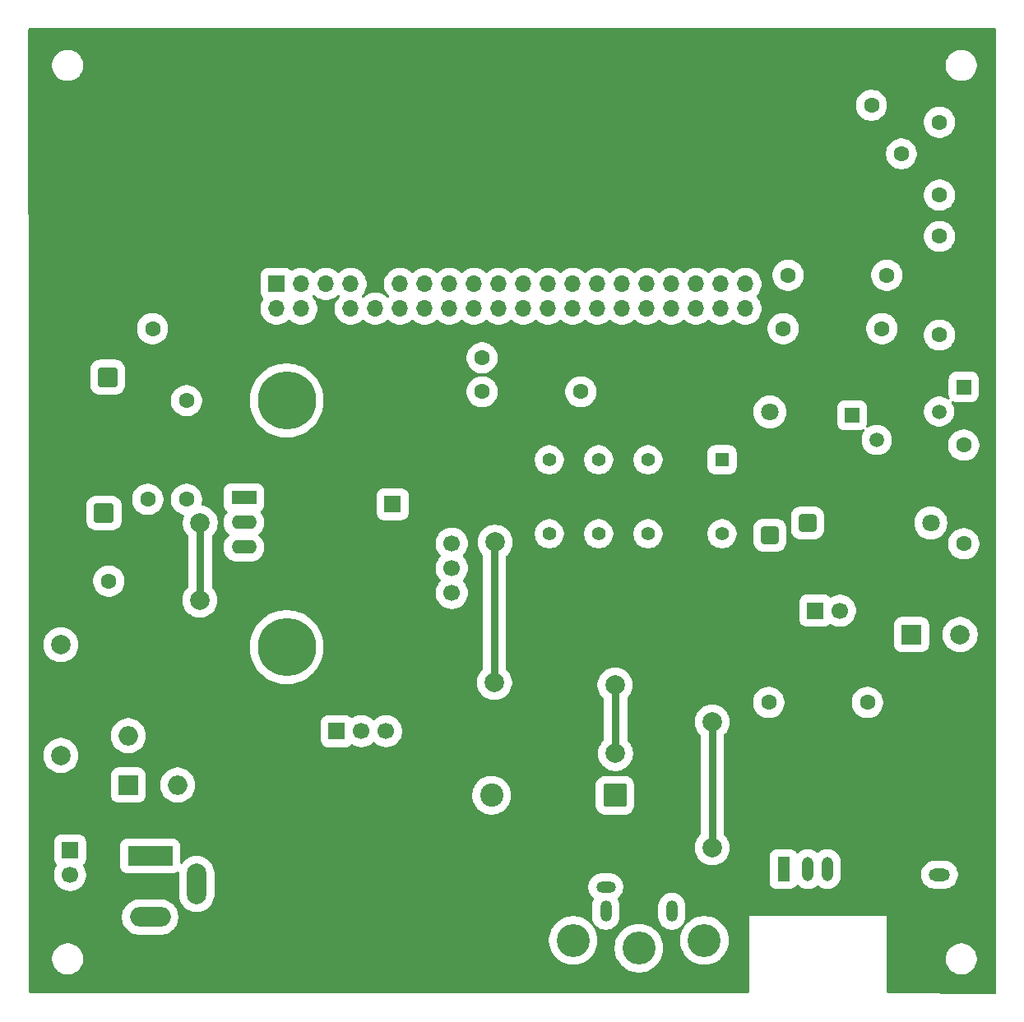
<source format=gtl>
G04 #@! TF.GenerationSoftware,KiCad,Pcbnew,9.0.2*
G04 #@! TF.CreationDate,2025-10-12T16:52:18+02:00*
G04 #@! TF.ProjectId,PiZero_VT100,50695a65-726f-45f5-9654-3130302e6b69,rev?*
G04 #@! TF.SameCoordinates,PX5e9ac00PYa0ca1c0*
G04 #@! TF.FileFunction,Copper,L1,Top*
G04 #@! TF.FilePolarity,Positive*
%FSLAX46Y46*%
G04 Gerber Fmt 4.6, Leading zero omitted, Abs format (unit mm)*
G04 Created by KiCad (PCBNEW 9.0.2) date 2025-10-12 16:52:18*
%MOMM*%
%LPD*%
G01*
G04 APERTURE LIST*
G04 Aperture macros list*
%AMRoundRect*
0 Rectangle with rounded corners*
0 $1 Rounding radius*
0 $2 $3 $4 $5 $6 $7 $8 $9 X,Y pos of 4 corners*
0 Add a 4 corners polygon primitive as box body*
4,1,4,$2,$3,$4,$5,$6,$7,$8,$9,$2,$3,0*
0 Add four circle primitives for the rounded corners*
1,1,$1+$1,$2,$3*
1,1,$1+$1,$4,$5*
1,1,$1+$1,$6,$7*
1,1,$1+$1,$8,$9*
0 Add four rect primitives between the rounded corners*
20,1,$1+$1,$2,$3,$4,$5,0*
20,1,$1+$1,$4,$5,$6,$7,0*
20,1,$1+$1,$6,$7,$8,$9,0*
20,1,$1+$1,$8,$9,$2,$3,0*%
G04 Aperture macros list end*
G04 #@! TA.AperFunction,ComponentPad*
%ADD10R,4.600000X2.000000*%
G04 #@! TD*
G04 #@! TA.AperFunction,ComponentPad*
%ADD11O,4.200000X2.000000*%
G04 #@! TD*
G04 #@! TA.AperFunction,ComponentPad*
%ADD12O,2.000000X4.200000*%
G04 #@! TD*
G04 #@! TA.AperFunction,ComponentPad*
%ADD13R,1.700000X1.700000*%
G04 #@! TD*
G04 #@! TA.AperFunction,ComponentPad*
%ADD14O,1.700000X1.700000*%
G04 #@! TD*
G04 #@! TA.AperFunction,ComponentPad*
%ADD15C,1.600000*%
G04 #@! TD*
G04 #@! TA.AperFunction,ComponentPad*
%ADD16C,1.700000*%
G04 #@! TD*
G04 #@! TA.AperFunction,ComponentPad*
%ADD17R,1.500000X1.500000*%
G04 #@! TD*
G04 #@! TA.AperFunction,ComponentPad*
%ADD18C,1.500000*%
G04 #@! TD*
G04 #@! TA.AperFunction,ComponentPad*
%ADD19R,2.600000X1.400000*%
G04 #@! TD*
G04 #@! TA.AperFunction,ComponentPad*
%ADD20O,2.600000X1.400000*%
G04 #@! TD*
G04 #@! TA.AperFunction,ComponentPad*
%ADD21RoundRect,0.250000X0.750000X0.750000X-0.750000X0.750000X-0.750000X-0.750000X0.750000X-0.750000X0*%
G04 #@! TD*
G04 #@! TA.AperFunction,ComponentPad*
%ADD22C,2.000000*%
G04 #@! TD*
G04 #@! TA.AperFunction,ComponentPad*
%ADD23O,1.200000X2.200000*%
G04 #@! TD*
G04 #@! TA.AperFunction,ComponentPad*
%ADD24O,2.000000X1.200000*%
G04 #@! TD*
G04 #@! TA.AperFunction,ComponentPad*
%ADD25C,3.400000*%
G04 #@! TD*
G04 #@! TA.AperFunction,ComponentPad*
%ADD26R,2.200000X1.300000*%
G04 #@! TD*
G04 #@! TA.AperFunction,ComponentPad*
%ADD27O,2.200000X1.300000*%
G04 #@! TD*
G04 #@! TA.AperFunction,ComponentPad*
%ADD28RoundRect,0.250000X-0.650000X-0.650000X0.650000X-0.650000X0.650000X0.650000X-0.650000X0.650000X0*%
G04 #@! TD*
G04 #@! TA.AperFunction,ComponentPad*
%ADD29C,1.800000*%
G04 #@! TD*
G04 #@! TA.AperFunction,ComponentPad*
%ADD30R,1.400000X1.400000*%
G04 #@! TD*
G04 #@! TA.AperFunction,ComponentPad*
%ADD31C,1.400000*%
G04 #@! TD*
G04 #@! TA.AperFunction,ComponentPad*
%ADD32R,2.000000X2.000000*%
G04 #@! TD*
G04 #@! TA.AperFunction,ComponentPad*
%ADD33O,2.000000X2.000000*%
G04 #@! TD*
G04 #@! TA.AperFunction,ComponentPad*
%ADD34RoundRect,0.250000X0.650000X-0.650000X0.650000X0.650000X-0.650000X0.650000X-0.650000X-0.650000X0*%
G04 #@! TD*
G04 #@! TA.AperFunction,ComponentPad*
%ADD35RoundRect,0.250001X0.949999X0.949999X-0.949999X0.949999X-0.949999X-0.949999X0.949999X-0.949999X0*%
G04 #@! TD*
G04 #@! TA.AperFunction,ComponentPad*
%ADD36C,2.400000*%
G04 #@! TD*
G04 #@! TA.AperFunction,ComponentPad*
%ADD37R,1.300000X2.500000*%
G04 #@! TD*
G04 #@! TA.AperFunction,ComponentPad*
%ADD38O,1.200000X2.500000*%
G04 #@! TD*
G04 #@! TA.AperFunction,ComponentPad*
%ADD39O,1.500000X2.500000*%
G04 #@! TD*
G04 #@! TA.AperFunction,ComponentPad*
%ADD40C,3.000000*%
G04 #@! TD*
G04 #@! TA.AperFunction,ComponentPad*
%ADD41C,6.000000*%
G04 #@! TD*
G04 #@! TA.AperFunction,ViaPad*
%ADD42C,2.000000*%
G04 #@! TD*
G04 #@! TA.AperFunction,Conductor*
%ADD43C,0.800000*%
G04 #@! TD*
G04 APERTURE END LIST*
D10*
X12550000Y14300000D03*
D11*
X12550000Y8000000D03*
D12*
X17350000Y11400000D03*
D13*
X25570000Y73200000D03*
D14*
X25570000Y70660000D03*
X28110000Y73200000D03*
X28110000Y70660000D03*
X30650000Y73200000D03*
X30650000Y70660000D03*
X33190000Y73200000D03*
X33190000Y70660000D03*
X35730000Y73200000D03*
X35730000Y70660000D03*
X38270000Y73200000D03*
X38270000Y70660000D03*
X40810000Y73200000D03*
X40810000Y70660000D03*
X43350000Y73200000D03*
X43350000Y70660000D03*
X45890000Y73200000D03*
X45890000Y70660000D03*
X48430000Y73200000D03*
X48430000Y70660000D03*
X50970000Y73200000D03*
X50970000Y70660000D03*
X53510000Y73200000D03*
X53510000Y70660000D03*
X56050000Y73200000D03*
X56050000Y70660000D03*
X58590000Y73200000D03*
X58590000Y70660000D03*
X61130000Y73200000D03*
X61130000Y70660000D03*
X63670000Y73200000D03*
X63670000Y70660000D03*
X66210000Y73200000D03*
X66210000Y70660000D03*
X68750000Y73200000D03*
X68750000Y70660000D03*
X71290000Y73200000D03*
X71290000Y70660000D03*
X73830000Y73200000D03*
X73830000Y70660000D03*
D15*
X12300000Y61180000D03*
X12300000Y51020000D03*
D13*
X31760000Y27150000D03*
D16*
X34300000Y27150000D03*
X36840000Y27150000D03*
X39380000Y27150000D03*
D17*
X84800000Y59680000D03*
D18*
X87340000Y57140000D03*
X84800000Y54600000D03*
D15*
X93800000Y89850000D03*
X93800000Y82350000D03*
D19*
X22200000Y51180000D03*
D20*
X22200000Y48640000D03*
X22200000Y46100000D03*
D15*
X86800000Y91600000D03*
X81800000Y91600000D03*
D21*
X8167677Y63600000D03*
D22*
X3167677Y63600000D03*
X3350000Y24650000D03*
X3350000Y36050000D03*
D23*
X64150000Y8600000D03*
X61550000Y8600000D03*
X66250000Y8600000D03*
X59450000Y8600000D03*
D24*
X66250000Y11100000D03*
X59450000Y11100000D03*
D25*
X69600000Y5600000D03*
X56100000Y5600000D03*
X62850000Y4800000D03*
D26*
X93800000Y9830000D03*
D27*
X93800000Y12370000D03*
D17*
X96300000Y62600000D03*
D18*
X93760000Y60060000D03*
X91220000Y62600000D03*
D15*
X79720000Y86600000D03*
X89880000Y86600000D03*
X56880000Y65600000D03*
X46720000Y65600000D03*
D28*
X80200000Y48600000D03*
D29*
X92900000Y48600000D03*
D13*
X37500000Y50525000D03*
D16*
X37500000Y47985000D03*
D30*
X71420000Y55100000D03*
D31*
X63800000Y55100000D03*
X58720000Y55100000D03*
X53640000Y55100000D03*
X53640000Y47480000D03*
X58720000Y47480000D03*
X63800000Y47480000D03*
X71420000Y47480000D03*
D15*
X77720000Y68600000D03*
X87880000Y68600000D03*
D13*
X81025000Y39550000D03*
D16*
X83565000Y39550000D03*
D32*
X90929216Y37100000D03*
D22*
X95929216Y37100000D03*
D15*
X8300000Y42600000D03*
X13300000Y42600000D03*
D32*
X10300000Y21600000D03*
D33*
X15380000Y21600000D03*
X15380000Y26680000D03*
X10300000Y26680000D03*
D34*
X76340000Y47330000D03*
D29*
X76340000Y60030000D03*
D35*
X60400000Y20550000D03*
D36*
X47700000Y20550000D03*
D15*
X76220000Y30100000D03*
X86380000Y30100000D03*
X96300000Y56600000D03*
X96300000Y46440000D03*
D13*
X43600000Y38850000D03*
D16*
X43600000Y41390000D03*
X43600000Y43930000D03*
X43600000Y46470000D03*
D15*
X93800000Y78100000D03*
X93800000Y67940000D03*
D21*
X7800000Y49600000D03*
D22*
X2800000Y49600000D03*
D37*
X77750000Y12940000D03*
D38*
X80250000Y12940000D03*
X82250000Y12940000D03*
D39*
X84750000Y12940000D03*
D40*
X74680000Y10230000D03*
X87820000Y10230000D03*
D15*
X12800000Y68600000D03*
X12800000Y73600000D03*
X16300000Y51020000D03*
X16300000Y61180000D03*
X46720000Y62100000D03*
X56880000Y62100000D03*
X78220000Y74100000D03*
X88380000Y74100000D03*
D13*
X4300000Y14875000D03*
D16*
X4300000Y12335000D03*
D41*
X26600000Y61200000D03*
X26600000Y35800000D03*
D42*
X17700000Y48600000D03*
X17650000Y40650000D03*
X60400000Y31900000D03*
X60450000Y24850000D03*
X48050000Y46600000D03*
X48000000Y32150000D03*
X70400000Y15150000D03*
X70400000Y28100000D03*
D43*
X17700000Y40700000D02*
X17700000Y48600000D01*
X17650000Y40650000D02*
X17700000Y40700000D01*
X60450000Y31850000D02*
X60400000Y31900000D01*
X60450000Y24850000D02*
X60450000Y31850000D01*
X47950000Y46500000D02*
X48050000Y46600000D01*
X48000000Y32150000D02*
X47950000Y32200000D01*
X47950000Y32200000D02*
X47950000Y46500000D01*
X70400000Y15150000D02*
X70400000Y28100000D01*
G04 #@! TA.AperFunction,Conductor*
G36*
X99542539Y99530315D02*
G01*
X99588294Y99477511D01*
X99599500Y99426000D01*
X99599500Y226834D01*
X99579815Y159795D01*
X99527011Y114040D01*
X99474449Y102838D01*
X88473264Y196068D01*
X88406394Y216320D01*
X88361088Y269510D01*
X88350317Y320844D01*
X88361752Y2138911D01*
X88372363Y3825962D01*
X94449500Y3825962D01*
X94449500Y3574038D01*
X94484865Y3350754D01*
X94488910Y3325215D01*
X94566760Y3085617D01*
X94681132Y2861152D01*
X94829201Y2657351D01*
X94829205Y2657346D01*
X95007345Y2479206D01*
X95007350Y2479202D01*
X95125387Y2393444D01*
X95211155Y2331130D01*
X95354184Y2258253D01*
X95435616Y2216761D01*
X95435618Y2216761D01*
X95435621Y2216759D01*
X95675215Y2138910D01*
X95924038Y2099500D01*
X95924039Y2099500D01*
X96175961Y2099500D01*
X96175962Y2099500D01*
X96424785Y2138910D01*
X96664379Y2216759D01*
X96888845Y2331130D01*
X97092656Y2479207D01*
X97270793Y2657344D01*
X97418870Y2861155D01*
X97533241Y3085621D01*
X97611090Y3325215D01*
X97650500Y3574038D01*
X97650500Y3825962D01*
X97611090Y4074785D01*
X97533241Y4314379D01*
X97533239Y4314382D01*
X97533239Y4314384D01*
X97491747Y4395816D01*
X97418870Y4538845D01*
X97399952Y4564883D01*
X97270798Y4742650D01*
X97270794Y4742655D01*
X97092654Y4920795D01*
X97092649Y4920799D01*
X96888848Y5068868D01*
X96888847Y5068869D01*
X96888845Y5068870D01*
X96818747Y5104587D01*
X96664383Y5183240D01*
X96424785Y5261090D01*
X96175962Y5300500D01*
X95924038Y5300500D01*
X95799626Y5280795D01*
X95675214Y5261090D01*
X95435616Y5183240D01*
X95211151Y5068868D01*
X95007350Y4920799D01*
X95007345Y4920795D01*
X94829205Y4742655D01*
X94829201Y4742650D01*
X94681132Y4538849D01*
X94566760Y4314384D01*
X94513593Y4150752D01*
X94488910Y4074785D01*
X94449500Y3825962D01*
X88372363Y3825962D01*
X88399112Y8078952D01*
X88399243Y8079082D01*
X88399243Y8099772D01*
X88399374Y8120600D01*
X88399372Y8120602D01*
X88399373Y8120606D01*
X88399247Y8120914D01*
X88384557Y8135604D01*
X88369978Y8150367D01*
X88369792Y8150369D01*
X88369661Y8150500D01*
X88348822Y8150500D01*
X88328143Y8150630D01*
X88328011Y8150500D01*
X74345578Y8150500D01*
X74345557Y8150504D01*
X74320912Y8150502D01*
X74300005Y8150501D01*
X74299993Y8150500D01*
X74279077Y8150500D01*
X74279076Y8150499D01*
X74267965Y8139385D01*
X74267959Y8139379D01*
X74264287Y8135705D01*
X74249500Y8120918D01*
X74249500Y8120915D01*
X74249498Y8120912D01*
X74249498Y8117538D01*
X74249498Y8117537D01*
X74249500Y8103614D01*
X74249500Y8054443D01*
X74249504Y8054420D01*
X74250400Y324514D01*
X74230723Y257473D01*
X74177925Y211712D01*
X74126400Y200500D01*
X174412Y200500D01*
X107373Y220185D01*
X61618Y272989D01*
X50412Y324438D01*
X48660Y3825962D01*
X2449500Y3825962D01*
X2449500Y3574038D01*
X2484865Y3350754D01*
X2488910Y3325215D01*
X2566760Y3085617D01*
X2681132Y2861152D01*
X2829201Y2657351D01*
X2829205Y2657346D01*
X3007345Y2479206D01*
X3007350Y2479202D01*
X3125387Y2393444D01*
X3211155Y2331130D01*
X3354184Y2258253D01*
X3435616Y2216761D01*
X3435618Y2216761D01*
X3435621Y2216759D01*
X3675215Y2138910D01*
X3924038Y2099500D01*
X3924039Y2099500D01*
X4175961Y2099500D01*
X4175962Y2099500D01*
X4424785Y2138910D01*
X4664379Y2216759D01*
X4888845Y2331130D01*
X5092656Y2479207D01*
X5270793Y2657344D01*
X5418870Y2861155D01*
X5533241Y3085621D01*
X5611090Y3325215D01*
X5650500Y3574038D01*
X5650500Y3825962D01*
X5611090Y4074785D01*
X5533241Y4314379D01*
X5533239Y4314382D01*
X5533239Y4314384D01*
X5491747Y4395816D01*
X5418870Y4538845D01*
X5399952Y4564883D01*
X5270798Y4742650D01*
X5270794Y4742655D01*
X5092654Y4920795D01*
X5092649Y4920799D01*
X4888848Y5068868D01*
X4888847Y5068869D01*
X4888845Y5068870D01*
X4818747Y5104587D01*
X4664383Y5183240D01*
X4424785Y5261090D01*
X4175962Y5300500D01*
X3924038Y5300500D01*
X3799626Y5280795D01*
X3675214Y5261090D01*
X3435616Y5183240D01*
X3211151Y5068868D01*
X3007350Y4920799D01*
X3007345Y4920795D01*
X2829205Y4742655D01*
X2829201Y4742650D01*
X2681132Y4538849D01*
X2566760Y4314384D01*
X2513593Y4150752D01*
X2488910Y4074785D01*
X2449500Y3825962D01*
X48660Y3825962D01*
X48658Y3830772D01*
X47963Y5219513D01*
X47702Y5740432D01*
X53599500Y5740432D01*
X53599500Y5459569D01*
X53630942Y5180506D01*
X53630945Y5180488D01*
X53693439Y4906683D01*
X53693443Y4906671D01*
X53786200Y4641589D01*
X53908053Y4388558D01*
X53913122Y4380491D01*
X54057477Y4150752D01*
X54232584Y3931175D01*
X54431175Y3732584D01*
X54650752Y3557477D01*
X54888555Y3408055D01*
X55141592Y3286199D01*
X55340680Y3216535D01*
X55406670Y3193444D01*
X55406682Y3193440D01*
X55680491Y3130945D01*
X55680497Y3130945D01*
X55680505Y3130943D01*
X55866547Y3109982D01*
X55959569Y3099501D01*
X55959572Y3099500D01*
X55959575Y3099500D01*
X56240428Y3099500D01*
X56240429Y3099501D01*
X56383055Y3115571D01*
X56519494Y3130943D01*
X56519499Y3130944D01*
X56519509Y3130945D01*
X56793318Y3193440D01*
X57058408Y3286199D01*
X57311445Y3408055D01*
X57549248Y3557477D01*
X57768825Y3732584D01*
X57967416Y3931175D01*
X58142523Y4150752D01*
X58291945Y4388555D01*
X58413801Y4641592D01*
X58506560Y4906682D01*
X58514263Y4940432D01*
X60349500Y4940432D01*
X60349500Y4659569D01*
X60380942Y4380506D01*
X60380945Y4380488D01*
X60443439Y4106683D01*
X60443443Y4106671D01*
X60536200Y3841589D01*
X60658053Y3588558D01*
X60658055Y3588555D01*
X60807477Y3350752D01*
X60982584Y3131175D01*
X61181175Y2932584D01*
X61400752Y2757477D01*
X61638555Y2608055D01*
X61891592Y2486199D01*
X62090680Y2416535D01*
X62156670Y2393444D01*
X62156682Y2393440D01*
X62430491Y2330945D01*
X62430497Y2330945D01*
X62430505Y2330943D01*
X62616547Y2309982D01*
X62709569Y2299501D01*
X62709572Y2299500D01*
X62709575Y2299500D01*
X62990428Y2299500D01*
X62990429Y2299501D01*
X63133055Y2315571D01*
X63269494Y2330943D01*
X63269499Y2330944D01*
X63269509Y2330945D01*
X63543318Y2393440D01*
X63808408Y2486199D01*
X64061445Y2608055D01*
X64299248Y2757477D01*
X64518825Y2932584D01*
X64717416Y3131175D01*
X64892523Y3350752D01*
X65041945Y3588555D01*
X65163801Y3841592D01*
X65256560Y4106682D01*
X65319055Y4380491D01*
X65350500Y4659575D01*
X65350500Y4940425D01*
X65323452Y5180488D01*
X65319057Y5219495D01*
X65319054Y5219513D01*
X65256560Y5493318D01*
X65256556Y5493330D01*
X65183207Y5702949D01*
X65181519Y5707773D01*
X65170091Y5740432D01*
X67099500Y5740432D01*
X67099500Y5459569D01*
X67130942Y5180506D01*
X67130945Y5180488D01*
X67193439Y4906683D01*
X67193443Y4906671D01*
X67286200Y4641589D01*
X67408053Y4388558D01*
X67413122Y4380491D01*
X67557477Y4150752D01*
X67732584Y3931175D01*
X67931175Y3732584D01*
X68150752Y3557477D01*
X68388555Y3408055D01*
X68641592Y3286199D01*
X68840680Y3216535D01*
X68906670Y3193444D01*
X68906682Y3193440D01*
X69180491Y3130945D01*
X69180497Y3130945D01*
X69180505Y3130943D01*
X69366547Y3109982D01*
X69459569Y3099501D01*
X69459572Y3099500D01*
X69459575Y3099500D01*
X69740428Y3099500D01*
X69740429Y3099501D01*
X69883055Y3115571D01*
X70019494Y3130943D01*
X70019499Y3130944D01*
X70019509Y3130945D01*
X70293318Y3193440D01*
X70558408Y3286199D01*
X70811445Y3408055D01*
X71049248Y3557477D01*
X71268825Y3732584D01*
X71467416Y3931175D01*
X71642523Y4150752D01*
X71791945Y4388555D01*
X71913801Y4641592D01*
X72006560Y4906682D01*
X72069055Y5180491D01*
X72100500Y5459575D01*
X72100500Y5740425D01*
X72069055Y6019509D01*
X72006560Y6293318D01*
X71913801Y6558408D01*
X71791945Y6811445D01*
X71642523Y7049248D01*
X71467416Y7268825D01*
X71268825Y7467416D01*
X71049248Y7642523D01*
X70811445Y7791945D01*
X70811442Y7791947D01*
X70558411Y7913800D01*
X70293329Y8006557D01*
X70293317Y8006561D01*
X70019512Y8069055D01*
X70019494Y8069058D01*
X69740431Y8100500D01*
X69740425Y8100500D01*
X69459575Y8100500D01*
X69459568Y8100500D01*
X69180505Y8069058D01*
X69180487Y8069055D01*
X68906682Y8006561D01*
X68906670Y8006557D01*
X68641588Y7913800D01*
X68388557Y7791947D01*
X68150753Y7642524D01*
X67931175Y7467417D01*
X67732583Y7268825D01*
X67557476Y7049247D01*
X67408053Y6811443D01*
X67286200Y6558412D01*
X67193443Y6293330D01*
X67193439Y6293318D01*
X67130945Y6019513D01*
X67130942Y6019495D01*
X67099500Y5740432D01*
X65170091Y5740432D01*
X65163801Y5758408D01*
X65041945Y6011445D01*
X64892523Y6249248D01*
X64717416Y6468825D01*
X64518825Y6667416D01*
X64299248Y6842523D01*
X64061445Y6991945D01*
X64061442Y6991947D01*
X63808411Y7113800D01*
X63543329Y7206557D01*
X63543317Y7206561D01*
X63269512Y7269055D01*
X63269494Y7269058D01*
X62990431Y7300500D01*
X62990425Y7300500D01*
X62709575Y7300500D01*
X62709568Y7300500D01*
X62430505Y7269058D01*
X62430487Y7269055D01*
X62156682Y7206561D01*
X62156670Y7206557D01*
X61891588Y7113800D01*
X61638557Y6991947D01*
X61400753Y6842524D01*
X61181175Y6667417D01*
X60982583Y6468825D01*
X60807476Y6249247D01*
X60658053Y6011443D01*
X60536200Y5758412D01*
X60443443Y5493330D01*
X60443439Y5493318D01*
X60380945Y5219513D01*
X60380942Y5219495D01*
X60349500Y4940432D01*
X58514263Y4940432D01*
X58569055Y5180491D01*
X58600500Y5459575D01*
X58600500Y5740425D01*
X58569055Y6019509D01*
X58506560Y6293318D01*
X58413801Y6558408D01*
X58291945Y6811445D01*
X58142523Y7049248D01*
X57967416Y7268825D01*
X57768825Y7467416D01*
X57549248Y7642523D01*
X57311445Y7791945D01*
X57311442Y7791947D01*
X57058411Y7913800D01*
X56793329Y8006557D01*
X56793317Y8006561D01*
X56519512Y8069055D01*
X56519494Y8069058D01*
X56240431Y8100500D01*
X56240425Y8100500D01*
X55959575Y8100500D01*
X55959568Y8100500D01*
X55680505Y8069058D01*
X55680487Y8069055D01*
X55406682Y8006561D01*
X55406670Y8006557D01*
X55141588Y7913800D01*
X54888557Y7791947D01*
X54650753Y7642524D01*
X54431175Y7467417D01*
X54232583Y7268825D01*
X54057476Y7049247D01*
X53908053Y6811443D01*
X53786200Y6558412D01*
X53693443Y6293330D01*
X53693439Y6293318D01*
X53630945Y6019513D01*
X53630942Y6019495D01*
X53599500Y5740432D01*
X47702Y5740432D01*
X46513Y8118005D01*
X9649500Y8118005D01*
X9649500Y7881996D01*
X9649501Y7881980D01*
X9680306Y7647990D01*
X9741394Y7420007D01*
X9831714Y7201955D01*
X9831719Y7201944D01*
X9882609Y7113801D01*
X9949727Y6997550D01*
X9949729Y6997547D01*
X9949730Y6997546D01*
X10093406Y6810303D01*
X10093412Y6810296D01*
X10260295Y6643413D01*
X10260301Y6643408D01*
X10447550Y6499727D01*
X10578918Y6423882D01*
X10651943Y6381720D01*
X10651948Y6381718D01*
X10651951Y6381716D01*
X10870007Y6291394D01*
X11097986Y6230307D01*
X11331989Y6199500D01*
X11331996Y6199500D01*
X13768004Y6199500D01*
X13768011Y6199500D01*
X14002014Y6230307D01*
X14229993Y6291394D01*
X14448049Y6381716D01*
X14652450Y6499727D01*
X14839699Y6643408D01*
X15006592Y6810301D01*
X15150273Y6997550D01*
X15268284Y7201951D01*
X15358606Y7420007D01*
X15419693Y7647986D01*
X15450500Y7881989D01*
X15450500Y8118011D01*
X15419693Y8352014D01*
X15358606Y8579993D01*
X15268284Y8798049D01*
X15268282Y8798052D01*
X15268280Y8798057D01*
X15184361Y8943407D01*
X15150273Y9002450D01*
X15006592Y9189699D01*
X15006587Y9189705D01*
X14839704Y9356588D01*
X14839697Y9356594D01*
X14652454Y9500270D01*
X14652453Y9500271D01*
X14652450Y9500273D01*
X14570957Y9547323D01*
X14448056Y9618281D01*
X14448045Y9618286D01*
X14229993Y9708606D01*
X14002010Y9769694D01*
X13768020Y9800499D01*
X13768017Y9800500D01*
X13768011Y9800500D01*
X11331989Y9800500D01*
X11331983Y9800500D01*
X11331979Y9800499D01*
X11097989Y9769694D01*
X10870006Y9708606D01*
X10651954Y9618286D01*
X10651943Y9618281D01*
X10460909Y9507986D01*
X10450457Y9501951D01*
X10447545Y9500270D01*
X10260302Y9356594D01*
X10260295Y9356588D01*
X10093412Y9189705D01*
X10093406Y9189698D01*
X9949730Y9002455D01*
X9831719Y8798057D01*
X9831714Y8798046D01*
X9741394Y8579994D01*
X9680306Y8352011D01*
X9649501Y8118021D01*
X9649500Y8118005D01*
X46513Y8118005D01*
X42686Y15769961D01*
X2649500Y15769961D01*
X2649500Y13980040D01*
X2664630Y13845751D01*
X2664631Y13845746D01*
X2724211Y13675477D01*
X2820184Y13522738D01*
X2920576Y13422346D01*
X2954061Y13361023D01*
X2949077Y13291331D01*
X2933214Y13261781D01*
X2888367Y13200054D01*
X2770422Y12968577D01*
X2690140Y12721494D01*
X2649500Y12464903D01*
X2649500Y12205098D01*
X2690140Y11948507D01*
X2770422Y11701424D01*
X2817122Y11609772D01*
X2867579Y11510745D01*
X2888368Y11469946D01*
X3015781Y11294577D01*
X3041069Y11259771D01*
X3224771Y11076069D01*
X3434949Y10923366D01*
X3582445Y10848213D01*
X3666423Y10805423D01*
X3666425Y10805423D01*
X3666428Y10805421D01*
X3913507Y10725140D01*
X4045706Y10704203D01*
X4170098Y10684500D01*
X4170103Y10684500D01*
X4429902Y10684500D01*
X4543298Y10702461D01*
X4686493Y10725140D01*
X4933572Y10805421D01*
X5165051Y10923366D01*
X5375229Y11076069D01*
X5558931Y11259771D01*
X5711634Y11469949D01*
X5829579Y11701428D01*
X5909860Y11948507D01*
X5944662Y12168242D01*
X5950500Y12205098D01*
X5950500Y12464903D01*
X5928947Y12600979D01*
X5909860Y12721493D01*
X5829579Y12968572D01*
X5829577Y12968575D01*
X5829577Y12968577D01*
X5767357Y13090688D01*
X5711634Y13200051D01*
X5666785Y13261781D01*
X5643306Y13327584D01*
X5659131Y13395638D01*
X5679423Y13422345D01*
X5698473Y13441395D01*
X5779816Y13522738D01*
X5875789Y13675478D01*
X5935368Y13845745D01*
X5936591Y13856594D01*
X5943504Y13917953D01*
X5950500Y13980046D01*
X5950500Y15344961D01*
X9449500Y15344961D01*
X9449500Y13255040D01*
X9464630Y13120751D01*
X9464631Y13120746D01*
X9524211Y12950477D01*
X9586080Y12852014D01*
X9620184Y12797738D01*
X9747738Y12670184D01*
X9900478Y12574211D01*
X9912547Y12569988D01*
X10070745Y12514632D01*
X10070750Y12514631D01*
X10161246Y12504435D01*
X10205040Y12499501D01*
X10205043Y12499500D01*
X10205046Y12499500D01*
X14894957Y12499500D01*
X14894958Y12499501D01*
X14962104Y12507066D01*
X15029249Y12514631D01*
X15029252Y12514632D01*
X15029255Y12514632D01*
X15199522Y12574211D01*
X15352262Y12670184D01*
X15352262Y12670185D01*
X15358158Y12673889D01*
X15359602Y12671591D01*
X15412849Y12693341D01*
X15481547Y12680599D01*
X15532450Y12632739D01*
X15549500Y12569988D01*
X15549500Y10181996D01*
X15549501Y10181980D01*
X15580306Y9947990D01*
X15641394Y9720007D01*
X15731714Y9501955D01*
X15731719Y9501944D01*
X15774440Y9427951D01*
X15849727Y9297550D01*
X15849729Y9297547D01*
X15849730Y9297546D01*
X15993406Y9110303D01*
X15993412Y9110296D01*
X16160295Y8943413D01*
X16160301Y8943408D01*
X16347550Y8799727D01*
X16478918Y8723882D01*
X16551943Y8681720D01*
X16551948Y8681718D01*
X16551951Y8681716D01*
X16770007Y8591394D01*
X16997986Y8530307D01*
X17231989Y8499500D01*
X17231996Y8499500D01*
X17468004Y8499500D01*
X17468011Y8499500D01*
X17702014Y8530307D01*
X17929993Y8591394D01*
X18148049Y8681716D01*
X18352450Y8799727D01*
X18539699Y8943408D01*
X18706592Y9110301D01*
X18850273Y9297550D01*
X18965455Y9497053D01*
X18968280Y9501944D01*
X18968280Y9501945D01*
X18968284Y9501951D01*
X19058606Y9720007D01*
X19119693Y9947986D01*
X19150500Y10181989D01*
X19150500Y11210222D01*
X57649500Y11210222D01*
X57649500Y10989778D01*
X57659921Y10923985D01*
X57683985Y10772048D01*
X57752103Y10562397D01*
X57752104Y10562394D01*
X57801213Y10466015D01*
X57835922Y10397895D01*
X57852187Y10365975D01*
X57981752Y10187642D01*
X57981756Y10187637D01*
X57981758Y10187635D01*
X58137635Y10031758D01*
X58209087Y9979845D01*
X58251753Y9924516D01*
X58257732Y9854903D01*
X58246687Y9823232D01*
X58152104Y9637607D01*
X58152103Y9637604D01*
X58083985Y9427953D01*
X58049500Y9210222D01*
X58049500Y7989779D01*
X58083985Y7772048D01*
X58152103Y7562397D01*
X58152104Y7562394D01*
X58252187Y7365975D01*
X58381752Y7187642D01*
X58381756Y7187637D01*
X58537636Y7031757D01*
X58537641Y7031753D01*
X58592430Y6991947D01*
X58715978Y6902185D01*
X58833068Y6842524D01*
X58912393Y6802105D01*
X58912396Y6802104D01*
X59017221Y6768045D01*
X59122049Y6733985D01*
X59339778Y6699500D01*
X59339779Y6699500D01*
X59560221Y6699500D01*
X59560222Y6699500D01*
X59777951Y6733985D01*
X59987606Y6802105D01*
X60184022Y6902185D01*
X60362365Y7031758D01*
X60518242Y7187635D01*
X60647815Y7365978D01*
X60747895Y7562394D01*
X60816015Y7772049D01*
X60850500Y7989778D01*
X60850500Y9210222D01*
X64849500Y9210222D01*
X64849500Y7989779D01*
X64883985Y7772048D01*
X64952103Y7562397D01*
X64952104Y7562394D01*
X65052187Y7365975D01*
X65181752Y7187642D01*
X65181756Y7187637D01*
X65337636Y7031757D01*
X65337641Y7031753D01*
X65392430Y6991947D01*
X65515978Y6902185D01*
X65633068Y6842524D01*
X65712393Y6802105D01*
X65712396Y6802104D01*
X65817221Y6768045D01*
X65922049Y6733985D01*
X66139778Y6699500D01*
X66139779Y6699500D01*
X66360221Y6699500D01*
X66360222Y6699500D01*
X66577951Y6733985D01*
X66787606Y6802105D01*
X66984022Y6902185D01*
X67162365Y7031758D01*
X67318242Y7187635D01*
X67447815Y7365978D01*
X67547895Y7562394D01*
X67616015Y7772049D01*
X67650500Y7989778D01*
X67650500Y9210222D01*
X67616015Y9427951D01*
X67554173Y9618284D01*
X67547896Y9637604D01*
X67547895Y9637607D01*
X67505909Y9720007D01*
X67447815Y9834022D01*
X67431260Y9856808D01*
X67318247Y10012359D01*
X67318243Y10012364D01*
X67162363Y10168244D01*
X67162358Y10168248D01*
X66984025Y10297813D01*
X66984024Y10297814D01*
X66984022Y10297815D01*
X66921096Y10329878D01*
X66787606Y10397896D01*
X66787603Y10397897D01*
X66577952Y10466015D01*
X66469086Y10483258D01*
X66360222Y10500500D01*
X66139778Y10500500D01*
X66067201Y10489005D01*
X65922047Y10466015D01*
X65712396Y10397897D01*
X65712393Y10397896D01*
X65515974Y10297813D01*
X65337641Y10168248D01*
X65337636Y10168244D01*
X65181756Y10012364D01*
X65181752Y10012359D01*
X65052187Y9834026D01*
X64952104Y9637607D01*
X64952103Y9637604D01*
X64883985Y9427953D01*
X64849500Y9210222D01*
X60850500Y9210222D01*
X60816015Y9427951D01*
X60754173Y9618284D01*
X60747896Y9637604D01*
X60747893Y9637611D01*
X60653313Y9823231D01*
X60640416Y9891900D01*
X60666692Y9956641D01*
X60690907Y9979842D01*
X60762365Y10031758D01*
X60918242Y10187635D01*
X61047815Y10365978D01*
X61147895Y10562394D01*
X61216015Y10772049D01*
X61250500Y10989778D01*
X61250500Y11210222D01*
X61216015Y11427951D01*
X61147895Y11637606D01*
X61147895Y11637607D01*
X61089405Y11752397D01*
X61047815Y11834022D01*
X61031260Y11856808D01*
X60918247Y12012359D01*
X60918243Y12012364D01*
X60762363Y12168244D01*
X60762358Y12168248D01*
X60584025Y12297813D01*
X60584024Y12297814D01*
X60584022Y12297815D01*
X60521096Y12329878D01*
X60387606Y12397896D01*
X60387603Y12397897D01*
X60177952Y12466015D01*
X60063369Y12484163D01*
X59960222Y12500500D01*
X58939778Y12500500D01*
X58867201Y12489005D01*
X58722047Y12466015D01*
X58512396Y12397897D01*
X58512393Y12397896D01*
X58315974Y12297813D01*
X58137641Y12168248D01*
X58137636Y12168244D01*
X57981756Y12012364D01*
X57981752Y12012359D01*
X57852187Y11834026D01*
X57752104Y11637607D01*
X57752103Y11637604D01*
X57683985Y11427953D01*
X57661775Y11287721D01*
X57649500Y11210222D01*
X19150500Y11210222D01*
X19150500Y12618011D01*
X19119693Y12852014D01*
X19058606Y13079993D01*
X18968284Y13298049D01*
X18968282Y13298052D01*
X18968280Y13298057D01*
X18911941Y13395638D01*
X18850273Y13502450D01*
X18737264Y13649727D01*
X18706593Y13689698D01*
X18706587Y13689705D01*
X18539704Y13856588D01*
X18539697Y13856594D01*
X18352454Y14000270D01*
X18352453Y14000271D01*
X18352450Y14000273D01*
X18270957Y14047323D01*
X18148056Y14118281D01*
X18148045Y14118286D01*
X17929993Y14208606D01*
X17702010Y14269694D01*
X17468020Y14300499D01*
X17468017Y14300500D01*
X17468011Y14300500D01*
X17231989Y14300500D01*
X17231983Y14300500D01*
X17231979Y14300499D01*
X16997989Y14269694D01*
X16770006Y14208606D01*
X16551954Y14118286D01*
X16551943Y14118281D01*
X16347545Y14000270D01*
X16160302Y13856594D01*
X16160295Y13856588D01*
X15993412Y13689705D01*
X15993406Y13689698D01*
X15872876Y13532619D01*
X15816448Y13491416D01*
X15746702Y13487261D01*
X15685782Y13521473D01*
X15653029Y13583190D01*
X15650500Y13608105D01*
X15650500Y15344957D01*
X15650499Y15344961D01*
X15635369Y15479250D01*
X15635368Y15479255D01*
X15575788Y15649524D01*
X15500116Y15769954D01*
X15479816Y15802262D01*
X15352262Y15929816D01*
X15323249Y15948046D01*
X15199523Y16025789D01*
X15029254Y16085369D01*
X15029249Y16085370D01*
X14894960Y16100500D01*
X14894954Y16100500D01*
X10205046Y16100500D01*
X10205039Y16100500D01*
X10070750Y16085370D01*
X10070745Y16085369D01*
X9900476Y16025789D01*
X9747737Y15929816D01*
X9620184Y15802263D01*
X9524211Y15649524D01*
X9464631Y15479255D01*
X9464630Y15479250D01*
X9449500Y15344961D01*
X5950500Y15344961D01*
X5950500Y15769954D01*
X5935368Y15904255D01*
X5875789Y16074522D01*
X5868973Y16085369D01*
X5836582Y16136920D01*
X5779816Y16227262D01*
X5652262Y16354816D01*
X5499523Y16450789D01*
X5329254Y16510369D01*
X5329249Y16510370D01*
X5194960Y16525500D01*
X5194954Y16525500D01*
X3405046Y16525500D01*
X3405039Y16525500D01*
X3270750Y16510370D01*
X3270745Y16510369D01*
X3100476Y16450789D01*
X2947737Y16354816D01*
X2820184Y16227263D01*
X2724211Y16074524D01*
X2664631Y15904255D01*
X2664630Y15904250D01*
X2649500Y15769961D01*
X42686Y15769961D01*
X42684Y15773371D01*
X39247Y22644961D01*
X8499500Y22644961D01*
X8499500Y20555040D01*
X8514630Y20420751D01*
X8514631Y20420746D01*
X8574211Y20250477D01*
X8631762Y20158886D01*
X8670184Y20097738D01*
X8797738Y19970184D01*
X8950478Y19874211D01*
X9120745Y19814632D01*
X9120750Y19814631D01*
X9211246Y19804435D01*
X9255040Y19799501D01*
X9255043Y19799500D01*
X9255046Y19799500D01*
X11344957Y19799500D01*
X11344958Y19799501D01*
X11412104Y19807066D01*
X11479249Y19814631D01*
X11479252Y19814632D01*
X11479255Y19814632D01*
X11649522Y19874211D01*
X11802262Y19970184D01*
X11929816Y20097738D01*
X12025789Y20250478D01*
X12085368Y20420745D01*
X12100500Y20555046D01*
X12100500Y21718005D01*
X13579500Y21718005D01*
X13579500Y21481996D01*
X13579501Y21481980D01*
X13610306Y21247990D01*
X13671394Y21020007D01*
X13761714Y20801955D01*
X13761719Y20801944D01*
X13831473Y20681128D01*
X13879727Y20597550D01*
X13879729Y20597547D01*
X13879730Y20597546D01*
X14023406Y20410303D01*
X14023412Y20410296D01*
X14190295Y20243413D01*
X14190301Y20243408D01*
X14377550Y20099727D01*
X14508918Y20023882D01*
X14581943Y19981720D01*
X14581948Y19981718D01*
X14581951Y19981716D01*
X14800007Y19891394D01*
X15027986Y19830307D01*
X15261989Y19799500D01*
X15261996Y19799500D01*
X15498004Y19799500D01*
X15498011Y19799500D01*
X15732014Y19830307D01*
X15959993Y19891394D01*
X16178049Y19981716D01*
X16382450Y20099727D01*
X16569699Y20243408D01*
X16736592Y20410301D01*
X16880273Y20597550D01*
X16928527Y20681128D01*
X45699500Y20681128D01*
X45699500Y20418873D01*
X45721671Y20250478D01*
X45733730Y20158884D01*
X45784292Y19970184D01*
X45801602Y19905582D01*
X45801605Y19905572D01*
X45901953Y19663310D01*
X45901958Y19663300D01*
X46033075Y19436197D01*
X46192718Y19228149D01*
X46192726Y19228140D01*
X46378140Y19042726D01*
X46378148Y19042719D01*
X46586196Y18883076D01*
X46813299Y18751959D01*
X46813309Y18751954D01*
X47055571Y18651606D01*
X47055581Y18651602D01*
X47308884Y18583730D01*
X47568880Y18549500D01*
X47568887Y18549500D01*
X47831113Y18549500D01*
X47831120Y18549500D01*
X48091116Y18583730D01*
X48344419Y18651602D01*
X48586697Y18751957D01*
X48813803Y18883076D01*
X49021851Y19042718D01*
X49021855Y19042723D01*
X49021860Y19042726D01*
X49207274Y19228140D01*
X49207277Y19228145D01*
X49207282Y19228149D01*
X49366924Y19436197D01*
X49498043Y19663303D01*
X49598398Y19905581D01*
X49666270Y20158884D01*
X49700500Y20418880D01*
X49700500Y20681120D01*
X49666270Y20941116D01*
X49598398Y21194419D01*
X49576208Y21247990D01*
X49498046Y21436691D01*
X49498041Y21436700D01*
X49498040Y21436701D01*
X49431702Y21551604D01*
X58399500Y21551604D01*
X58399500Y19548398D01*
X58414699Y19394069D01*
X58474770Y19196042D01*
X58572313Y19013552D01*
X58572315Y19013550D01*
X58703589Y18853590D01*
X58863549Y18722316D01*
X58863551Y18722314D01*
X59046041Y18624771D01*
X59046043Y18624771D01*
X59046046Y18624769D01*
X59244067Y18564700D01*
X59244066Y18564700D01*
X59254970Y18563627D01*
X59398393Y18549500D01*
X61401606Y18549501D01*
X61555933Y18564700D01*
X61753954Y18624769D01*
X61936450Y18722315D01*
X62096410Y18853590D01*
X62227685Y19013550D01*
X62325231Y19196046D01*
X62385300Y19394067D01*
X62400500Y19548393D01*
X62400499Y21551606D01*
X62385300Y21705933D01*
X62325231Y21903954D01*
X62325229Y21903957D01*
X62325229Y21903959D01*
X62227686Y22086449D01*
X62227684Y22086451D01*
X62096410Y22246411D01*
X61936450Y22377685D01*
X61936448Y22377687D01*
X61753958Y22475230D01*
X61654943Y22505266D01*
X61555933Y22535300D01*
X61555931Y22535301D01*
X61555933Y22535301D01*
X61445220Y22546205D01*
X61401607Y22550500D01*
X61401603Y22550500D01*
X59398397Y22550500D01*
X59244068Y22535301D01*
X59046041Y22475230D01*
X58863551Y22377687D01*
X58863549Y22377685D01*
X58703589Y22246411D01*
X58572315Y22086451D01*
X58572313Y22086449D01*
X58474770Y21903959D01*
X58414699Y21705932D01*
X58399500Y21551604D01*
X49431702Y21551604D01*
X49431700Y21551607D01*
X49366924Y21663804D01*
X49207281Y21871852D01*
X49207274Y21871860D01*
X49021860Y22057274D01*
X49021851Y22057282D01*
X48813803Y22216925D01*
X48586700Y22348042D01*
X48586690Y22348047D01*
X48344428Y22448395D01*
X48344421Y22448397D01*
X48344419Y22448398D01*
X48091116Y22516270D01*
X48033339Y22523877D01*
X47831127Y22550500D01*
X47831120Y22550500D01*
X47568880Y22550500D01*
X47568872Y22550500D01*
X47337772Y22520074D01*
X47308884Y22516270D01*
X47155724Y22475231D01*
X47055581Y22448398D01*
X47055571Y22448395D01*
X46813309Y22348047D01*
X46813299Y22348042D01*
X46586196Y22216925D01*
X46378148Y22057282D01*
X46192718Y21871852D01*
X46033075Y21663804D01*
X45901958Y21436701D01*
X45901953Y21436691D01*
X45801605Y21194429D01*
X45801602Y21194419D01*
X45733730Y20941115D01*
X45699500Y20681128D01*
X16928527Y20681128D01*
X16998284Y20801951D01*
X17088606Y21020007D01*
X17149693Y21247986D01*
X17180500Y21481989D01*
X17180500Y21718011D01*
X17149693Y21952014D01*
X17088606Y22179993D01*
X16998284Y22398049D01*
X16998282Y22398052D01*
X16998280Y22398057D01*
X16956118Y22471082D01*
X16880273Y22602450D01*
X16736592Y22789699D01*
X16736587Y22789705D01*
X16569704Y22956588D01*
X16569697Y22956594D01*
X16382454Y23100270D01*
X16382453Y23100271D01*
X16382450Y23100273D01*
X16296786Y23149731D01*
X16178056Y23218281D01*
X16178045Y23218286D01*
X15959993Y23308606D01*
X15732010Y23369694D01*
X15498020Y23400499D01*
X15498017Y23400500D01*
X15498011Y23400500D01*
X15261989Y23400500D01*
X15261983Y23400500D01*
X15261979Y23400499D01*
X15027989Y23369694D01*
X14800006Y23308606D01*
X14581954Y23218286D01*
X14581943Y23218281D01*
X14377545Y23100270D01*
X14190302Y22956594D01*
X14190295Y22956588D01*
X14023412Y22789705D01*
X14023406Y22789698D01*
X13879730Y22602455D01*
X13761719Y22398057D01*
X13761714Y22398046D01*
X13671394Y22179994D01*
X13610306Y21952011D01*
X13579501Y21718021D01*
X13579500Y21718005D01*
X12100500Y21718005D01*
X12100500Y22644954D01*
X12085368Y22779255D01*
X12025789Y22949522D01*
X12021345Y22956594D01*
X11974143Y23031716D01*
X11929816Y23102262D01*
X11802262Y23229816D01*
X11701058Y23293407D01*
X11649523Y23325789D01*
X11479254Y23385369D01*
X11479249Y23385370D01*
X11344960Y23400500D01*
X11344954Y23400500D01*
X9255046Y23400500D01*
X9255039Y23400500D01*
X9120750Y23385370D01*
X9120745Y23385369D01*
X8950476Y23325789D01*
X8797737Y23229816D01*
X8670184Y23102263D01*
X8574211Y22949524D01*
X8514631Y22779255D01*
X8514630Y22779250D01*
X8499500Y22644961D01*
X39247Y22644961D01*
X39245Y22648371D01*
X38185Y24768005D01*
X1549500Y24768005D01*
X1549500Y24531996D01*
X1549501Y24531980D01*
X1580306Y24297990D01*
X1641394Y24070007D01*
X1731714Y23851955D01*
X1731719Y23851944D01*
X1802677Y23729043D01*
X1849727Y23647550D01*
X1849729Y23647547D01*
X1849730Y23647546D01*
X1993406Y23460303D01*
X1993412Y23460296D01*
X2160295Y23293413D01*
X2160301Y23293408D01*
X2347550Y23149727D01*
X2467789Y23080307D01*
X2551943Y23031720D01*
X2551948Y23031718D01*
X2551951Y23031716D01*
X2770007Y22941394D01*
X2997986Y22880307D01*
X3231989Y22849500D01*
X3231996Y22849500D01*
X3468004Y22849500D01*
X3468011Y22849500D01*
X3702014Y22880307D01*
X3929993Y22941394D01*
X4148049Y23031716D01*
X4352450Y23149727D01*
X4539699Y23293408D01*
X4706592Y23460301D01*
X4850273Y23647550D01*
X4968284Y23851951D01*
X5058606Y24070007D01*
X5119693Y24297986D01*
X5150500Y24531989D01*
X5150500Y24768011D01*
X5119693Y25002014D01*
X5058606Y25229993D01*
X4968284Y25448049D01*
X4968282Y25448052D01*
X4968280Y25448057D01*
X4915115Y25540140D01*
X4850273Y25652450D01*
X4759631Y25770577D01*
X4706593Y25839698D01*
X4706587Y25839705D01*
X4539704Y26006588D01*
X4539697Y26006594D01*
X4352454Y26150270D01*
X4352453Y26150271D01*
X4352450Y26150273D01*
X4230301Y26220796D01*
X4148056Y26268281D01*
X4148045Y26268286D01*
X3929993Y26358606D01*
X3702010Y26419694D01*
X3468020Y26450499D01*
X3468017Y26450500D01*
X3468011Y26450500D01*
X3231989Y26450500D01*
X3231983Y26450500D01*
X3231979Y26450499D01*
X2997989Y26419694D01*
X2770006Y26358606D01*
X2551954Y26268286D01*
X2551943Y26268281D01*
X2347545Y26150270D01*
X2160302Y26006594D01*
X2160295Y26006588D01*
X1993412Y25839705D01*
X1993406Y25839698D01*
X1849730Y25652455D01*
X1731719Y25448057D01*
X1731714Y25448046D01*
X1641394Y25229994D01*
X1580306Y25002011D01*
X1549501Y24768021D01*
X1549500Y24768005D01*
X38185Y24768005D01*
X38183Y24772008D01*
X37169Y26798005D01*
X8499500Y26798005D01*
X8499500Y26561996D01*
X8499501Y26561980D01*
X8530306Y26327990D01*
X8591394Y26100007D01*
X8681714Y25881955D01*
X8681719Y25881944D01*
X8730336Y25797738D01*
X8799727Y25677550D01*
X8799729Y25677547D01*
X8799730Y25677546D01*
X8943406Y25490303D01*
X8943412Y25490296D01*
X9110295Y25323413D01*
X9110301Y25323408D01*
X9297550Y25179727D01*
X9428918Y25103882D01*
X9501943Y25061720D01*
X9501948Y25061718D01*
X9501951Y25061716D01*
X9720007Y24971394D01*
X9947986Y24910307D01*
X10181989Y24879500D01*
X10181996Y24879500D01*
X10418004Y24879500D01*
X10418011Y24879500D01*
X10652014Y24910307D01*
X10879993Y24971394D01*
X11098049Y25061716D01*
X11302450Y25179727D01*
X11489699Y25323408D01*
X11656592Y25490301D01*
X11800273Y25677550D01*
X11918284Y25881951D01*
X12008606Y26100007D01*
X12069693Y26327986D01*
X12100500Y26561989D01*
X12100500Y26798011D01*
X12069693Y27032014D01*
X12008606Y27259993D01*
X11918284Y27478049D01*
X11918282Y27478052D01*
X11918280Y27478057D01*
X11876118Y27551082D01*
X11800273Y27682450D01*
X11741001Y27759694D01*
X11656593Y27869698D01*
X11656587Y27869705D01*
X11489704Y28036588D01*
X11489697Y28036594D01*
X11478793Y28044961D01*
X30109500Y28044961D01*
X30109500Y26255040D01*
X30124630Y26120751D01*
X30124631Y26120746D01*
X30184211Y25950477D01*
X30244636Y25854312D01*
X30280184Y25797738D01*
X30407738Y25670184D01*
X30560478Y25574211D01*
X30730745Y25514632D01*
X30730750Y25514631D01*
X30821246Y25504435D01*
X30865040Y25499501D01*
X30865043Y25499500D01*
X30865046Y25499500D01*
X32654957Y25499500D01*
X32654958Y25499501D01*
X32722104Y25507066D01*
X32789249Y25514631D01*
X32789252Y25514632D01*
X32789255Y25514632D01*
X32959522Y25574211D01*
X33112262Y25670184D01*
X33212655Y25770577D01*
X33273978Y25804062D01*
X33343670Y25799078D01*
X33373218Y25783217D01*
X33434949Y25738366D01*
X33544312Y25682643D01*
X33666423Y25620423D01*
X33666425Y25620423D01*
X33666428Y25620421D01*
X33913507Y25540140D01*
X34045706Y25519203D01*
X34170098Y25499500D01*
X34170103Y25499500D01*
X34429902Y25499500D01*
X34543298Y25517461D01*
X34686493Y25540140D01*
X34933572Y25620421D01*
X35165051Y25738366D01*
X35375229Y25891069D01*
X35482319Y25998159D01*
X35543642Y26031644D01*
X35613334Y26026660D01*
X35657681Y25998159D01*
X35764771Y25891069D01*
X35974949Y25738366D01*
X36108761Y25670185D01*
X36206423Y25620423D01*
X36206425Y25620423D01*
X36206428Y25620421D01*
X36453507Y25540140D01*
X36585706Y25519203D01*
X36710098Y25499500D01*
X36710103Y25499500D01*
X36969902Y25499500D01*
X37083298Y25517461D01*
X37226493Y25540140D01*
X37473572Y25620421D01*
X37705051Y25738366D01*
X37915229Y25891069D01*
X38098931Y26074771D01*
X38251634Y26284949D01*
X38369579Y26516428D01*
X38449860Y26763507D01*
X38473110Y26910304D01*
X38490500Y27020098D01*
X38490500Y27279903D01*
X38468947Y27415979D01*
X38449860Y27536493D01*
X38369579Y27783572D01*
X38369577Y27783575D01*
X38369577Y27783577D01*
X38325692Y27869705D01*
X38251634Y28015051D01*
X38098931Y28225229D01*
X37915229Y28408931D01*
X37859125Y28449693D01*
X37705054Y28561632D01*
X37705053Y28561633D01*
X37705051Y28561634D01*
X37596859Y28616761D01*
X37473576Y28679578D01*
X37226493Y28759860D01*
X36969902Y28800500D01*
X36969897Y28800500D01*
X36710103Y28800500D01*
X36710098Y28800500D01*
X36453506Y28759860D01*
X36206423Y28679578D01*
X35974945Y28561632D01*
X35764774Y28408934D01*
X35764768Y28408929D01*
X35657681Y28301841D01*
X35596358Y28268356D01*
X35526666Y28273340D01*
X35482319Y28301841D01*
X35375231Y28408929D01*
X35375225Y28408934D01*
X35165054Y28561632D01*
X35165053Y28561633D01*
X35165051Y28561634D01*
X35056859Y28616761D01*
X34933576Y28679578D01*
X34686493Y28759860D01*
X34429902Y28800500D01*
X34429897Y28800500D01*
X34170103Y28800500D01*
X34170098Y28800500D01*
X33913506Y28759860D01*
X33666423Y28679578D01*
X33434946Y28561633D01*
X33373219Y28516786D01*
X33307413Y28493307D01*
X33239359Y28509133D01*
X33212654Y28529424D01*
X33112262Y28629816D01*
X32959523Y28725789D01*
X32789254Y28785369D01*
X32789249Y28785370D01*
X32654960Y28800500D01*
X32654954Y28800500D01*
X30865046Y28800500D01*
X30865039Y28800500D01*
X30730750Y28785370D01*
X30730745Y28785369D01*
X30560476Y28725789D01*
X30407737Y28629816D01*
X30280184Y28502263D01*
X30184211Y28349524D01*
X30124631Y28179255D01*
X30124630Y28179250D01*
X30109500Y28044961D01*
X11478793Y28044961D01*
X11302454Y28180270D01*
X11302453Y28180271D01*
X11302450Y28180273D01*
X11220957Y28227323D01*
X11098056Y28298281D01*
X11098045Y28298286D01*
X10879993Y28388606D01*
X10652010Y28449694D01*
X10418020Y28480499D01*
X10418017Y28480500D01*
X10418011Y28480500D01*
X10181989Y28480500D01*
X10181983Y28480500D01*
X10181979Y28480499D01*
X9947989Y28449694D01*
X9720006Y28388606D01*
X9501954Y28298286D01*
X9501943Y28298281D01*
X9297545Y28180270D01*
X9110302Y28036594D01*
X9110295Y28036588D01*
X8943412Y27869705D01*
X8943406Y27869698D01*
X8799730Y27682455D01*
X8681719Y27478057D01*
X8681714Y27478046D01*
X8591394Y27259994D01*
X8530306Y27032011D01*
X8499501Y26798021D01*
X8499500Y26798005D01*
X37169Y26798005D01*
X37167Y26802008D01*
X32482Y36168005D01*
X1549500Y36168005D01*
X1549500Y35931996D01*
X1549501Y35931980D01*
X1550979Y35920751D01*
X1580307Y35697986D01*
X1638256Y35481720D01*
X1641394Y35470007D01*
X1731714Y35251955D01*
X1731719Y35251944D01*
X1802677Y35129043D01*
X1849727Y35047550D01*
X1849729Y35047547D01*
X1849730Y35047546D01*
X1993406Y34860303D01*
X1993412Y34860296D01*
X2160295Y34693413D01*
X2160301Y34693408D01*
X2347550Y34549727D01*
X2478918Y34473882D01*
X2551943Y34431720D01*
X2551948Y34431718D01*
X2551951Y34431716D01*
X2770007Y34341394D01*
X2997986Y34280307D01*
X3231989Y34249500D01*
X3231996Y34249500D01*
X3468004Y34249500D01*
X3468011Y34249500D01*
X3702014Y34280307D01*
X3929993Y34341394D01*
X4148049Y34431716D01*
X4352450Y34549727D01*
X4539699Y34693408D01*
X4706592Y34860301D01*
X4850273Y35047550D01*
X4968284Y35251951D01*
X5058606Y35470007D01*
X5119693Y35697986D01*
X5150500Y35931989D01*
X5150500Y35986704D01*
X22799500Y35986704D01*
X22799500Y35613297D01*
X22836099Y35241689D01*
X22836101Y35241676D01*
X22908950Y34875444D01*
X22908951Y34875440D01*
X22913545Y34860296D01*
X23017347Y34518105D01*
X23160243Y34173124D01*
X23160250Y34173110D01*
X23336264Y33843808D01*
X23336275Y33843790D01*
X23543732Y33533310D01*
X23780623Y33244657D01*
X24044656Y32980624D01*
X24333309Y32743733D01*
X24333315Y32743729D01*
X24643796Y32536271D01*
X24973117Y32360246D01*
X25318106Y32217347D01*
X25675440Y32108951D01*
X26041678Y32036101D01*
X26413293Y31999500D01*
X26413296Y31999500D01*
X26786704Y31999500D01*
X26786707Y31999500D01*
X27158322Y32036101D01*
X27524560Y32108951D01*
X27881894Y32217347D01*
X28004193Y32268005D01*
X46199500Y32268005D01*
X46199500Y32031996D01*
X46199501Y32031980D01*
X46230306Y31797990D01*
X46291394Y31570007D01*
X46381714Y31351955D01*
X46381719Y31351944D01*
X46452677Y31229043D01*
X46499727Y31147550D01*
X46499729Y31147547D01*
X46499730Y31147546D01*
X46643406Y30960303D01*
X46643412Y30960296D01*
X46810295Y30793413D01*
X46810301Y30793408D01*
X46997550Y30649727D01*
X47128918Y30573882D01*
X47201943Y30531720D01*
X47201948Y30531718D01*
X47201951Y30531716D01*
X47420007Y30441394D01*
X47647986Y30380307D01*
X47881989Y30349500D01*
X47881996Y30349500D01*
X48118004Y30349500D01*
X48118011Y30349500D01*
X48352014Y30380307D01*
X48579993Y30441394D01*
X48798049Y30531716D01*
X49002450Y30649727D01*
X49189699Y30793408D01*
X49356592Y30960301D01*
X49500273Y31147550D01*
X49618284Y31351951D01*
X49708606Y31570007D01*
X49769693Y31797986D01*
X49798659Y32018005D01*
X58599500Y32018005D01*
X58599500Y31781996D01*
X58599501Y31781980D01*
X58630306Y31547990D01*
X58691394Y31320007D01*
X58781714Y31101955D01*
X58781719Y31101944D01*
X58852677Y30979043D01*
X58899727Y30897550D01*
X58899729Y30897547D01*
X58899730Y30897546D01*
X59043406Y30710303D01*
X59043412Y30710296D01*
X59213171Y30540537D01*
X59210926Y30538293D01*
X59243014Y30492425D01*
X59249500Y30452848D01*
X59249500Y26247154D01*
X59229815Y26180115D01*
X59213181Y26159473D01*
X59093412Y26039705D01*
X59093406Y26039698D01*
X58949730Y25852455D01*
X58831719Y25648057D01*
X58831714Y25648046D01*
X58741394Y25429994D01*
X58680306Y25202011D01*
X58649501Y24968021D01*
X58649500Y24968005D01*
X58649500Y24731996D01*
X58649501Y24731980D01*
X58680306Y24497990D01*
X58741394Y24270007D01*
X58831714Y24051955D01*
X58831719Y24051944D01*
X58902677Y23929043D01*
X58949727Y23847550D01*
X58949729Y23847547D01*
X58949730Y23847546D01*
X59093406Y23660303D01*
X59093412Y23660296D01*
X59260295Y23493413D01*
X59260301Y23493408D01*
X59447550Y23349727D01*
X59578918Y23273882D01*
X59651943Y23231720D01*
X59651948Y23231718D01*
X59651951Y23231716D01*
X59870007Y23141394D01*
X60097986Y23080307D01*
X60331989Y23049500D01*
X60331996Y23049500D01*
X60568004Y23049500D01*
X60568011Y23049500D01*
X60802014Y23080307D01*
X61029993Y23141394D01*
X61248049Y23231716D01*
X61452450Y23349727D01*
X61639699Y23493408D01*
X61806592Y23660301D01*
X61950273Y23847550D01*
X62068284Y24051951D01*
X62158606Y24270007D01*
X62219693Y24497986D01*
X62250500Y24731989D01*
X62250500Y24968011D01*
X62219693Y25202014D01*
X62158606Y25429993D01*
X62068284Y25648049D01*
X62068282Y25648052D01*
X62068280Y25648057D01*
X61990246Y25783214D01*
X61950273Y25852450D01*
X61806592Y26039699D01*
X61806587Y26039705D01*
X61686819Y26159473D01*
X61653334Y26220796D01*
X61650500Y26247154D01*
X61650500Y28218005D01*
X68599500Y28218005D01*
X68599500Y27981996D01*
X68599501Y27981980D01*
X68630306Y27747990D01*
X68691394Y27520007D01*
X68781714Y27301955D01*
X68781719Y27301944D01*
X68805940Y27259993D01*
X68899727Y27097550D01*
X68899729Y27097547D01*
X68899730Y27097546D01*
X69043405Y26910304D01*
X69043407Y26910302D01*
X69043408Y26910301D01*
X69163182Y26790527D01*
X69196666Y26729206D01*
X69199500Y26702847D01*
X69199500Y16547154D01*
X69179815Y16480115D01*
X69163181Y16459473D01*
X69043412Y16339705D01*
X69043406Y16339698D01*
X68899730Y16152455D01*
X68781719Y15948057D01*
X68781714Y15948046D01*
X68691394Y15729994D01*
X68630306Y15502011D01*
X68599501Y15268021D01*
X68599500Y15268011D01*
X68599500Y15031989D01*
X68630307Y14797986D01*
X68658636Y14692262D01*
X68691394Y14570007D01*
X68781714Y14351955D01*
X68781719Y14351944D01*
X68849260Y14234961D01*
X68899727Y14147550D01*
X68899729Y14147547D01*
X68899730Y14147546D01*
X69043406Y13960303D01*
X69043412Y13960296D01*
X69210295Y13793413D01*
X69210302Y13793407D01*
X69221540Y13784784D01*
X69397550Y13649727D01*
X69528918Y13573882D01*
X69601943Y13531720D01*
X69601948Y13531718D01*
X69601951Y13531716D01*
X69820007Y13441394D01*
X70047986Y13380307D01*
X70281989Y13349500D01*
X70281996Y13349500D01*
X70518004Y13349500D01*
X70518011Y13349500D01*
X70752014Y13380307D01*
X70979993Y13441394D01*
X71198049Y13531716D01*
X71402450Y13649727D01*
X71589699Y13793408D01*
X71756592Y13960301D01*
X71900273Y14147550D01*
X71950740Y14234961D01*
X76299500Y14234961D01*
X76299500Y11645040D01*
X76314630Y11510751D01*
X76314631Y11510746D01*
X76374211Y11340477D01*
X76448808Y11221758D01*
X76470184Y11187738D01*
X76597738Y11060184D01*
X76652506Y11025771D01*
X76706086Y10992104D01*
X76750478Y10964211D01*
X76878255Y10919500D01*
X76920745Y10904632D01*
X76920750Y10904631D01*
X77011246Y10894435D01*
X77055040Y10889501D01*
X77055043Y10889500D01*
X77055046Y10889500D01*
X78444957Y10889500D01*
X78444958Y10889501D01*
X78512104Y10897066D01*
X78579249Y10904631D01*
X78579252Y10904632D01*
X78579255Y10904632D01*
X78749522Y10964211D01*
X78902262Y11060184D01*
X79029816Y11187738D01*
X79079001Y11266016D01*
X79131330Y11312302D01*
X79200384Y11322952D01*
X79264232Y11294577D01*
X79271672Y11287721D01*
X79337636Y11221757D01*
X79337641Y11221753D01*
X79464725Y11129422D01*
X79515978Y11092185D01*
X79644375Y11026763D01*
X79712393Y10992105D01*
X79712396Y10992104D01*
X79798241Y10964212D01*
X79922049Y10923985D01*
X80139778Y10889500D01*
X80139779Y10889500D01*
X80360221Y10889500D01*
X80360222Y10889500D01*
X80577951Y10923985D01*
X80787606Y10992105D01*
X80984022Y11092185D01*
X81162365Y11221758D01*
X81162371Y11221765D01*
X81166061Y11224915D01*
X81166736Y11224125D01*
X81223642Y11255197D01*
X81293334Y11250213D01*
X81333498Y11224400D01*
X81333939Y11224915D01*
X81337641Y11221753D01*
X81464725Y11129422D01*
X81515978Y11092185D01*
X81644375Y11026763D01*
X81712393Y10992105D01*
X81712396Y10992104D01*
X81798241Y10964212D01*
X81922049Y10923985D01*
X82139778Y10889500D01*
X82139779Y10889500D01*
X82360221Y10889500D01*
X82360222Y10889500D01*
X82577951Y10923985D01*
X82787606Y10992105D01*
X82984022Y11092185D01*
X83162365Y11221758D01*
X83318242Y11377635D01*
X83447815Y11555978D01*
X83547895Y11752394D01*
X83616015Y11962049D01*
X83650500Y12179778D01*
X83650500Y12484163D01*
X91899500Y12484163D01*
X91899500Y12255838D01*
X91935215Y12030340D01*
X92005770Y11813197D01*
X92062720Y11701428D01*
X92109421Y11609772D01*
X92243621Y11425063D01*
X92405063Y11263621D01*
X92589772Y11129421D01*
X92662846Y11092188D01*
X92793196Y11025771D01*
X92793198Y11025771D01*
X92793201Y11025769D01*
X92909592Y10987951D01*
X93010339Y10955216D01*
X93235838Y10919500D01*
X93235843Y10919500D01*
X94364162Y10919500D01*
X94589660Y10955216D01*
X94806799Y11025769D01*
X95010228Y11129421D01*
X95194937Y11263621D01*
X95356379Y11425063D01*
X95490579Y11609772D01*
X95594231Y11813201D01*
X95664784Y12030340D01*
X95700500Y12255838D01*
X95700500Y12484163D01*
X95664784Y12709661D01*
X95594229Y12926804D01*
X95516174Y13079994D01*
X95490579Y13130228D01*
X95356379Y13314937D01*
X95194937Y13476379D01*
X95010228Y13610579D01*
X94933388Y13649731D01*
X94806803Y13714230D01*
X94589660Y13784785D01*
X94364162Y13820500D01*
X94364157Y13820500D01*
X93235843Y13820500D01*
X93235838Y13820500D01*
X93010339Y13784785D01*
X92793196Y13714230D01*
X92589771Y13610579D01*
X92405061Y13476378D01*
X92243622Y13314939D01*
X92109421Y13130229D01*
X92005770Y12926804D01*
X91935215Y12709661D01*
X91899500Y12484163D01*
X83650500Y12484163D01*
X83650500Y13700222D01*
X83616015Y13917951D01*
X83550924Y14118284D01*
X83547896Y14127604D01*
X83547895Y14127607D01*
X83475497Y14269693D01*
X83447815Y14324022D01*
X83414955Y14369250D01*
X83318247Y14502359D01*
X83318243Y14502364D01*
X83162363Y14658244D01*
X83162358Y14658248D01*
X82984025Y14787813D01*
X82984024Y14787814D01*
X82984022Y14787815D01*
X82921096Y14819878D01*
X82787606Y14887896D01*
X82787603Y14887897D01*
X82577952Y14956015D01*
X82455749Y14975370D01*
X82360222Y14990500D01*
X82139778Y14990500D01*
X82067201Y14979005D01*
X81922047Y14956015D01*
X81712396Y14887897D01*
X81712393Y14887896D01*
X81515974Y14787813D01*
X81337641Y14658248D01*
X81333939Y14655085D01*
X81333263Y14655876D01*
X81276358Y14624803D01*
X81206666Y14629787D01*
X81166501Y14655601D01*
X81166061Y14655085D01*
X81162358Y14658248D01*
X80984025Y14787813D01*
X80984024Y14787814D01*
X80984022Y14787815D01*
X80921096Y14819878D01*
X80787606Y14887896D01*
X80787603Y14887897D01*
X80577952Y14956015D01*
X80455749Y14975370D01*
X80360222Y14990500D01*
X80139778Y14990500D01*
X80067201Y14979005D01*
X79922047Y14956015D01*
X79712396Y14887897D01*
X79712393Y14887896D01*
X79515974Y14787813D01*
X79337641Y14658249D01*
X79271671Y14592279D01*
X79210347Y14558795D01*
X79140656Y14563781D01*
X79084723Y14605653D01*
X79079004Y14613980D01*
X79029816Y14692262D01*
X78902262Y14819816D01*
X78749523Y14915789D01*
X78579254Y14975369D01*
X78579249Y14975370D01*
X78444960Y14990500D01*
X78444954Y14990500D01*
X77055046Y14990500D01*
X77055039Y14990500D01*
X76920750Y14975370D01*
X76920745Y14975369D01*
X76750476Y14915789D01*
X76597737Y14819816D01*
X76470184Y14692263D01*
X76374211Y14539524D01*
X76314631Y14369255D01*
X76314630Y14369250D01*
X76299500Y14234961D01*
X71950740Y14234961D01*
X72018284Y14351951D01*
X72108606Y14570007D01*
X72169693Y14797986D01*
X72200500Y15031989D01*
X72200500Y15268011D01*
X72169693Y15502014D01*
X72108606Y15729993D01*
X72018284Y15948049D01*
X72018282Y15948052D01*
X72018280Y15948057D01*
X71973401Y16025789D01*
X71900273Y16152450D01*
X71756592Y16339699D01*
X71756587Y16339705D01*
X71636819Y16459473D01*
X71603334Y16520796D01*
X71600500Y16547154D01*
X71600500Y26702847D01*
X71620185Y26769886D01*
X71636814Y26790524D01*
X71756592Y26910301D01*
X71900273Y27097550D01*
X72018284Y27301951D01*
X72108606Y27520007D01*
X72169693Y27747986D01*
X72200500Y27981989D01*
X72200500Y28218011D01*
X72169693Y28452014D01*
X72108606Y28679993D01*
X72018284Y28898049D01*
X72018282Y28898052D01*
X72018280Y28898057D01*
X71976118Y28971082D01*
X71900273Y29102450D01*
X71756592Y29289699D01*
X71756587Y29289705D01*
X71589704Y29456588D01*
X71589697Y29456594D01*
X71402454Y29600270D01*
X71402453Y29600271D01*
X71402450Y29600273D01*
X71320957Y29647323D01*
X71198056Y29718281D01*
X71198045Y29718286D01*
X70979993Y29808606D01*
X70752010Y29869694D01*
X70518020Y29900499D01*
X70518017Y29900500D01*
X70518011Y29900500D01*
X70281989Y29900500D01*
X70281983Y29900500D01*
X70281979Y29900499D01*
X70047989Y29869694D01*
X69820006Y29808606D01*
X69601954Y29718286D01*
X69601943Y29718281D01*
X69397545Y29600270D01*
X69210302Y29456594D01*
X69210295Y29456588D01*
X69043412Y29289705D01*
X69043406Y29289698D01*
X68899730Y29102455D01*
X68781719Y28898057D01*
X68781714Y28898046D01*
X68691394Y28679994D01*
X68630306Y28452011D01*
X68599501Y28218021D01*
X68599500Y28218005D01*
X61650500Y28218005D01*
X61650500Y30225962D01*
X74619500Y30225962D01*
X74619500Y29974039D01*
X74658910Y29725215D01*
X74736760Y29485617D01*
X74851132Y29261152D01*
X74999201Y29057351D01*
X74999205Y29057346D01*
X75177345Y28879206D01*
X75177350Y28879202D01*
X75341611Y28759860D01*
X75381155Y28731130D01*
X75482330Y28679579D01*
X75605616Y28616761D01*
X75605618Y28616761D01*
X75605621Y28616759D01*
X75845215Y28538910D01*
X76094038Y28499500D01*
X76094039Y28499500D01*
X76345961Y28499500D01*
X76345962Y28499500D01*
X76594785Y28538910D01*
X76834379Y28616759D01*
X77058845Y28731130D01*
X77262656Y28879207D01*
X77440793Y29057344D01*
X77588870Y29261155D01*
X77703241Y29485621D01*
X77781090Y29725215D01*
X77820500Y29974038D01*
X77820500Y30225962D01*
X84779500Y30225962D01*
X84779500Y29974039D01*
X84818910Y29725215D01*
X84896760Y29485617D01*
X85011132Y29261152D01*
X85159201Y29057351D01*
X85159205Y29057346D01*
X85337345Y28879206D01*
X85337350Y28879202D01*
X85501611Y28759860D01*
X85541155Y28731130D01*
X85642330Y28679579D01*
X85765616Y28616761D01*
X85765618Y28616761D01*
X85765621Y28616759D01*
X86005215Y28538910D01*
X86254038Y28499500D01*
X86254039Y28499500D01*
X86505961Y28499500D01*
X86505962Y28499500D01*
X86754785Y28538910D01*
X86994379Y28616759D01*
X87218845Y28731130D01*
X87422656Y28879207D01*
X87600793Y29057344D01*
X87748870Y29261155D01*
X87863241Y29485621D01*
X87941090Y29725215D01*
X87980500Y29974038D01*
X87980500Y30225962D01*
X87941090Y30474785D01*
X87863241Y30714379D01*
X87863239Y30714382D01*
X87863239Y30714384D01*
X87821747Y30795816D01*
X87748870Y30938845D01*
X87630364Y31101955D01*
X87600798Y31142650D01*
X87600794Y31142655D01*
X87422654Y31320795D01*
X87422649Y31320799D01*
X87218848Y31468868D01*
X87218847Y31468869D01*
X87218845Y31468870D01*
X87148747Y31504587D01*
X86994383Y31583240D01*
X86754785Y31661090D01*
X86505962Y31700500D01*
X86254038Y31700500D01*
X86129626Y31680795D01*
X86005214Y31661090D01*
X85765616Y31583240D01*
X85541151Y31468868D01*
X85337350Y31320799D01*
X85337345Y31320795D01*
X85159205Y31142655D01*
X85159201Y31142650D01*
X85011132Y30938849D01*
X84896760Y30714384D01*
X84818910Y30474786D01*
X84779500Y30225962D01*
X77820500Y30225962D01*
X77781090Y30474785D01*
X77703241Y30714379D01*
X77703239Y30714382D01*
X77703239Y30714384D01*
X77661747Y30795816D01*
X77588870Y30938845D01*
X77470364Y31101955D01*
X77440798Y31142650D01*
X77440794Y31142655D01*
X77262654Y31320795D01*
X77262649Y31320799D01*
X77058848Y31468868D01*
X77058847Y31468869D01*
X77058845Y31468870D01*
X76988747Y31504587D01*
X76834383Y31583240D01*
X76594785Y31661090D01*
X76345962Y31700500D01*
X76094038Y31700500D01*
X75969626Y31680795D01*
X75845214Y31661090D01*
X75605616Y31583240D01*
X75381151Y31468868D01*
X75177350Y31320799D01*
X75177345Y31320795D01*
X74999205Y31142655D01*
X74999201Y31142650D01*
X74851132Y30938849D01*
X74736760Y30714384D01*
X74658910Y30474786D01*
X74619500Y30225962D01*
X61650500Y30225962D01*
X61650500Y30552847D01*
X61670185Y30619886D01*
X61686814Y30640524D01*
X61756592Y30710301D01*
X61900273Y30897550D01*
X62018284Y31101951D01*
X62108606Y31320007D01*
X62169693Y31547986D01*
X62200500Y31781989D01*
X62200500Y32018011D01*
X62169693Y32252014D01*
X62108606Y32479993D01*
X62018284Y32698049D01*
X62018282Y32698052D01*
X62018280Y32698057D01*
X61976118Y32771082D01*
X61900273Y32902450D01*
X61756592Y33089699D01*
X61756587Y33089705D01*
X61589704Y33256588D01*
X61589697Y33256594D01*
X61402454Y33400270D01*
X61402453Y33400271D01*
X61402450Y33400273D01*
X61320957Y33447323D01*
X61198056Y33518281D01*
X61198045Y33518286D01*
X60979993Y33608606D01*
X60752010Y33669694D01*
X60518020Y33700499D01*
X60518017Y33700500D01*
X60518011Y33700500D01*
X60281989Y33700500D01*
X60281983Y33700500D01*
X60281979Y33700499D01*
X60047989Y33669694D01*
X59820006Y33608606D01*
X59601954Y33518286D01*
X59601943Y33518281D01*
X59397545Y33400270D01*
X59210302Y33256594D01*
X59210295Y33256588D01*
X59043412Y33089705D01*
X59043406Y33089698D01*
X58899730Y32902455D01*
X58781719Y32698057D01*
X58781714Y32698046D01*
X58691394Y32479994D01*
X58630306Y32252011D01*
X58599501Y32018021D01*
X58599500Y32018005D01*
X49798659Y32018005D01*
X49800500Y32031989D01*
X49800500Y32268011D01*
X49769693Y32502014D01*
X49708606Y32729993D01*
X49618284Y32948049D01*
X49618282Y32948052D01*
X49618280Y32948057D01*
X49576118Y33021082D01*
X49500273Y33152450D01*
X49356592Y33339699D01*
X49356588Y33339704D01*
X49186829Y33509462D01*
X49188040Y33510674D01*
X49154887Y33564462D01*
X49150500Y33597152D01*
X49150500Y40444961D01*
X79374500Y40444961D01*
X79374500Y38655040D01*
X79389630Y38520751D01*
X79389631Y38520746D01*
X79449211Y38350477D01*
X79509636Y38254312D01*
X79545184Y38197738D01*
X79672738Y38070184D01*
X79825478Y37974211D01*
X79995745Y37914632D01*
X79995750Y37914631D01*
X80086246Y37904435D01*
X80130040Y37899501D01*
X80130043Y37899500D01*
X80130046Y37899500D01*
X81919957Y37899500D01*
X81919958Y37899501D01*
X81987104Y37907066D01*
X82054249Y37914631D01*
X82054252Y37914632D01*
X82054255Y37914632D01*
X82224522Y37974211D01*
X82377262Y38070184D01*
X82477655Y38170577D01*
X82538978Y38204062D01*
X82608670Y38199078D01*
X82638218Y38183217D01*
X82699949Y38138366D01*
X82770428Y38102455D01*
X82931423Y38020423D01*
X82931425Y38020423D01*
X82931428Y38020421D01*
X83178507Y37940140D01*
X83310706Y37919203D01*
X83435098Y37899500D01*
X83435103Y37899500D01*
X83694902Y37899500D01*
X83808298Y37917461D01*
X83951493Y37940140D01*
X84198572Y38020421D01*
X84430051Y38138366D01*
X84439128Y38144961D01*
X89128716Y38144961D01*
X89128716Y36055040D01*
X89143846Y35920751D01*
X89143847Y35920746D01*
X89203427Y35750477D01*
X89236407Y35697990D01*
X89299400Y35597738D01*
X89426954Y35470184D01*
X89579694Y35374211D01*
X89749961Y35314632D01*
X89749966Y35314631D01*
X89840462Y35304435D01*
X89884256Y35299501D01*
X89884259Y35299500D01*
X89884262Y35299500D01*
X91974173Y35299500D01*
X91974174Y35299501D01*
X92041320Y35307066D01*
X92108465Y35314631D01*
X92108468Y35314632D01*
X92108471Y35314632D01*
X92278738Y35374211D01*
X92431478Y35470184D01*
X92559032Y35597738D01*
X92655005Y35750478D01*
X92714584Y35920745D01*
X92729716Y36055046D01*
X92729716Y37218005D01*
X94128716Y37218005D01*
X94128716Y36981996D01*
X94128717Y36981980D01*
X94159522Y36747990D01*
X94220610Y36520007D01*
X94310930Y36301955D01*
X94310935Y36301944D01*
X94381893Y36179043D01*
X94428943Y36097550D01*
X94428945Y36097547D01*
X94428946Y36097546D01*
X94572622Y35910303D01*
X94572628Y35910296D01*
X94739511Y35743413D01*
X94739517Y35743408D01*
X94926766Y35599727D01*
X95058134Y35523882D01*
X95131159Y35481720D01*
X95131164Y35481718D01*
X95131167Y35481716D01*
X95349223Y35391394D01*
X95577202Y35330307D01*
X95811205Y35299500D01*
X95811212Y35299500D01*
X96047220Y35299500D01*
X96047227Y35299500D01*
X96281230Y35330307D01*
X96509209Y35391394D01*
X96727265Y35481716D01*
X96931666Y35599727D01*
X97118915Y35743408D01*
X97285808Y35910301D01*
X97429489Y36097550D01*
X97547500Y36301951D01*
X97637822Y36520007D01*
X97698909Y36747986D01*
X97729716Y36981989D01*
X97729716Y37218011D01*
X97698909Y37452014D01*
X97637822Y37679993D01*
X97547500Y37898049D01*
X97547498Y37898052D01*
X97547496Y37898057D01*
X97476847Y38020423D01*
X97429489Y38102450D01*
X97355344Y38199078D01*
X97285809Y38289698D01*
X97285803Y38289705D01*
X97118920Y38456588D01*
X97118913Y38456594D01*
X96931670Y38600270D01*
X96931669Y38600271D01*
X96931666Y38600273D01*
X96836807Y38655040D01*
X96727272Y38718281D01*
X96727261Y38718286D01*
X96509209Y38808606D01*
X96356591Y38849500D01*
X96281230Y38869693D01*
X96281229Y38869694D01*
X96281226Y38869694D01*
X96047236Y38900499D01*
X96047233Y38900500D01*
X96047227Y38900500D01*
X95811205Y38900500D01*
X95811199Y38900500D01*
X95811195Y38900499D01*
X95577205Y38869694D01*
X95349222Y38808606D01*
X95131170Y38718286D01*
X95131159Y38718281D01*
X94926761Y38600270D01*
X94739518Y38456594D01*
X94739511Y38456588D01*
X94572628Y38289705D01*
X94572622Y38289698D01*
X94428946Y38102455D01*
X94310935Y37898057D01*
X94310930Y37898046D01*
X94220610Y37679994D01*
X94159522Y37452011D01*
X94128717Y37218021D01*
X94128716Y37218005D01*
X92729716Y37218005D01*
X92729716Y38144954D01*
X92718021Y38248752D01*
X92714585Y38279250D01*
X92714584Y38279255D01*
X92655004Y38449524D01*
X92610249Y38520751D01*
X92559032Y38602262D01*
X92431478Y38729816D01*
X92306085Y38808606D01*
X92278739Y38825789D01*
X92108470Y38885369D01*
X92108465Y38885370D01*
X91974176Y38900500D01*
X91974170Y38900500D01*
X89884262Y38900500D01*
X89884255Y38900500D01*
X89749966Y38885370D01*
X89749961Y38885369D01*
X89579692Y38825789D01*
X89426953Y38729816D01*
X89299400Y38602263D01*
X89203427Y38449524D01*
X89143847Y38279255D01*
X89143846Y38279250D01*
X89128716Y38144961D01*
X84439128Y38144961D01*
X84640229Y38291069D01*
X84823931Y38474771D01*
X84976634Y38684949D01*
X85094579Y38916428D01*
X85174860Y39163507D01*
X85209569Y39382653D01*
X85215500Y39420098D01*
X85215500Y39679903D01*
X85186908Y39860423D01*
X85174860Y39936493D01*
X85094579Y40183572D01*
X85094577Y40183575D01*
X85094577Y40183577D01*
X85027727Y40314775D01*
X84976634Y40415051D01*
X84823931Y40625229D01*
X84640229Y40808931D01*
X84511770Y40902262D01*
X84430054Y40961632D01*
X84430053Y40961633D01*
X84430051Y40961634D01*
X84347871Y41003507D01*
X84198576Y41079578D01*
X83951493Y41159860D01*
X83694902Y41200500D01*
X83694897Y41200500D01*
X83435103Y41200500D01*
X83435098Y41200500D01*
X83178506Y41159860D01*
X82931423Y41079578D01*
X82699946Y40961633D01*
X82638219Y40916786D01*
X82572413Y40893307D01*
X82504359Y40909133D01*
X82477654Y40929424D01*
X82377262Y41029816D01*
X82224523Y41125789D01*
X82054254Y41185369D01*
X82054249Y41185370D01*
X81919960Y41200500D01*
X81919954Y41200500D01*
X80130046Y41200500D01*
X80130039Y41200500D01*
X79995750Y41185370D01*
X79995745Y41185369D01*
X79825476Y41125789D01*
X79672737Y41029816D01*
X79545184Y40902263D01*
X79449211Y40749524D01*
X79389631Y40579255D01*
X79389630Y40579250D01*
X79374500Y40444961D01*
X49150500Y40444961D01*
X49150500Y45113814D01*
X49170185Y45180853D01*
X49199013Y45212190D01*
X49239699Y45243408D01*
X49406592Y45410301D01*
X49550273Y45597550D01*
X49668284Y45801951D01*
X49758606Y46020007D01*
X49819693Y46247986D01*
X49850500Y46481989D01*
X49850500Y46718011D01*
X49819693Y46952014D01*
X49758606Y47179993D01*
X49668284Y47398049D01*
X49668282Y47398052D01*
X49668280Y47398057D01*
X49585773Y47540962D01*
X49552786Y47598098D01*
X52139500Y47598098D01*
X52139500Y47361903D01*
X52176446Y47128632D01*
X52249433Y46904004D01*
X52294893Y46814785D01*
X52356657Y46693567D01*
X52495483Y46502490D01*
X52662490Y46335483D01*
X52853567Y46196657D01*
X52952991Y46145998D01*
X53064003Y46089434D01*
X53064005Y46089434D01*
X53064008Y46089432D01*
X53138540Y46065215D01*
X53288631Y46016447D01*
X53521903Y45979500D01*
X53521908Y45979500D01*
X53758097Y45979500D01*
X53991368Y46016447D01*
X54215992Y46089432D01*
X54426433Y46196657D01*
X54617510Y46335483D01*
X54784517Y46502490D01*
X54923343Y46693567D01*
X55030568Y46904008D01*
X55103553Y47128632D01*
X55112172Y47183052D01*
X55140500Y47361903D01*
X55140500Y47598098D01*
X57219500Y47598098D01*
X57219500Y47361903D01*
X57256446Y47128632D01*
X57329433Y46904004D01*
X57374893Y46814785D01*
X57436657Y46693567D01*
X57575483Y46502490D01*
X57742490Y46335483D01*
X57933567Y46196657D01*
X58032991Y46145998D01*
X58144003Y46089434D01*
X58144005Y46089434D01*
X58144008Y46089432D01*
X58218540Y46065215D01*
X58368631Y46016447D01*
X58601903Y45979500D01*
X58601908Y45979500D01*
X58838097Y45979500D01*
X59071368Y46016447D01*
X59295992Y46089432D01*
X59506433Y46196657D01*
X59697510Y46335483D01*
X59864517Y46502490D01*
X60003343Y46693567D01*
X60110568Y46904008D01*
X60183553Y47128632D01*
X60192172Y47183052D01*
X60220500Y47361903D01*
X60220500Y47598098D01*
X62299500Y47598098D01*
X62299500Y47361903D01*
X62336446Y47128632D01*
X62409433Y46904004D01*
X62454893Y46814785D01*
X62516657Y46693567D01*
X62655483Y46502490D01*
X62822490Y46335483D01*
X63013567Y46196657D01*
X63112991Y46145998D01*
X63224003Y46089434D01*
X63224005Y46089434D01*
X63224008Y46089432D01*
X63298540Y46065215D01*
X63448631Y46016447D01*
X63681903Y45979500D01*
X63681908Y45979500D01*
X63918097Y45979500D01*
X64151368Y46016447D01*
X64375992Y46089432D01*
X64586433Y46196657D01*
X64777510Y46335483D01*
X64944517Y46502490D01*
X65083343Y46693567D01*
X65190568Y46904008D01*
X65263553Y47128632D01*
X65272172Y47183052D01*
X65300500Y47361903D01*
X65300500Y47598098D01*
X69919500Y47598098D01*
X69919500Y47361903D01*
X69956446Y47128632D01*
X70029433Y46904004D01*
X70074893Y46814785D01*
X70136657Y46693567D01*
X70275483Y46502490D01*
X70442490Y46335483D01*
X70633567Y46196657D01*
X70732991Y46145998D01*
X70844003Y46089434D01*
X70844005Y46089434D01*
X70844008Y46089432D01*
X70918540Y46065215D01*
X71068631Y46016447D01*
X71301903Y45979500D01*
X71301908Y45979500D01*
X71538097Y45979500D01*
X71771368Y46016447D01*
X71995992Y46089432D01*
X72206433Y46196657D01*
X72397510Y46335483D01*
X72564517Y46502490D01*
X72703343Y46693567D01*
X72810568Y46904008D01*
X72883553Y47128632D01*
X72892172Y47183052D01*
X72920500Y47361903D01*
X72920500Y47598098D01*
X72883553Y47831369D01*
X72853702Y47923240D01*
X72818492Y48031605D01*
X74639500Y48031605D01*
X74639500Y46628396D01*
X74654699Y46474068D01*
X74654700Y46474066D01*
X74714768Y46276046D01*
X74812315Y46093550D01*
X74812317Y46093548D01*
X74943589Y45933590D01*
X75040209Y45854298D01*
X75103550Y45802315D01*
X75286046Y45704768D01*
X75484066Y45644700D01*
X75484065Y45644700D01*
X75522647Y45640900D01*
X75638392Y45629500D01*
X75638395Y45629500D01*
X77041605Y45629500D01*
X77041608Y45629500D01*
X77195934Y45644700D01*
X77393954Y45704768D01*
X77576450Y45802315D01*
X77736410Y45933590D01*
X77867685Y46093550D01*
X77965232Y46276046D01*
X78025300Y46474066D01*
X78034351Y46565962D01*
X94699500Y46565962D01*
X94699500Y46314038D01*
X94734422Y46093550D01*
X94738910Y46065215D01*
X94816760Y45825617D01*
X94895413Y45671253D01*
X94929198Y45604946D01*
X94931132Y45601152D01*
X95079201Y45397351D01*
X95079205Y45397346D01*
X95257345Y45219206D01*
X95257350Y45219202D01*
X95402405Y45113814D01*
X95461155Y45071130D01*
X95590487Y45005232D01*
X95685616Y44956761D01*
X95685618Y44956761D01*
X95685621Y44956759D01*
X95925215Y44878910D01*
X96174038Y44839500D01*
X96174039Y44839500D01*
X96425961Y44839500D01*
X96425962Y44839500D01*
X96674785Y44878910D01*
X96914379Y44956759D01*
X97138845Y45071130D01*
X97342656Y45219207D01*
X97520793Y45397344D01*
X97668870Y45601155D01*
X97783241Y45825621D01*
X97861090Y46065215D01*
X97900500Y46314038D01*
X97900500Y46565962D01*
X97861090Y46814785D01*
X97783241Y47054379D01*
X97783239Y47054382D01*
X97783239Y47054384D01*
X97741747Y47135816D01*
X97668870Y47278845D01*
X97608525Y47361903D01*
X97520798Y47482650D01*
X97520794Y47482655D01*
X97342654Y47660795D01*
X97342649Y47660799D01*
X97138848Y47808868D01*
X97138847Y47808869D01*
X97138845Y47808870D01*
X97051122Y47853567D01*
X96914383Y47923240D01*
X96674785Y48001090D01*
X96425962Y48040500D01*
X96174038Y48040500D01*
X96117897Y48031608D01*
X95925214Y48001090D01*
X95685616Y47923240D01*
X95461151Y47808868D01*
X95257350Y47660799D01*
X95257345Y47660795D01*
X95079205Y47482655D01*
X95079201Y47482650D01*
X94931132Y47278849D01*
X94816760Y47054384D01*
X94738910Y46814786D01*
X94738910Y46814785D01*
X94699500Y46565962D01*
X78034351Y46565962D01*
X78040500Y46628392D01*
X78040500Y48031608D01*
X78025300Y48185934D01*
X77965232Y48383954D01*
X77867685Y48566450D01*
X77803986Y48644068D01*
X77736410Y48726411D01*
X77576452Y48857683D01*
X77576453Y48857683D01*
X77576450Y48857685D01*
X77393954Y48955232D01*
X77195934Y49015300D01*
X77195932Y49015301D01*
X77195934Y49015301D01*
X77076805Y49027034D01*
X77041608Y49030500D01*
X75638392Y49030500D01*
X75600298Y49026749D01*
X75484067Y49015301D01*
X75286043Y48955231D01*
X75175898Y48896357D01*
X75103550Y48857685D01*
X75103548Y48857684D01*
X75103547Y48857683D01*
X74943589Y48726411D01*
X74812317Y48566453D01*
X74714769Y48383957D01*
X74654699Y48185933D01*
X74639500Y48031605D01*
X72818492Y48031605D01*
X72810568Y48055992D01*
X72810566Y48055995D01*
X72810566Y48055997D01*
X72744359Y48185934D01*
X72703343Y48266433D01*
X72564517Y48457510D01*
X72397510Y48624517D01*
X72206433Y48763343D01*
X71995996Y48870567D01*
X71771368Y48943554D01*
X71538097Y48980500D01*
X71538092Y48980500D01*
X71301908Y48980500D01*
X71301903Y48980500D01*
X71068631Y48943554D01*
X70844003Y48870567D01*
X70633566Y48763343D01*
X70562166Y48711467D01*
X70442490Y48624517D01*
X70442488Y48624515D01*
X70442487Y48624515D01*
X70275485Y48457513D01*
X70275485Y48457512D01*
X70275483Y48457510D01*
X70222041Y48383954D01*
X70136657Y48266434D01*
X70029433Y48055997D01*
X69956446Y47831369D01*
X69919500Y47598098D01*
X65300500Y47598098D01*
X65263553Y47831369D01*
X65198491Y48031608D01*
X65190568Y48055992D01*
X65190566Y48055995D01*
X65190566Y48055997D01*
X65124359Y48185934D01*
X65083343Y48266433D01*
X64944517Y48457510D01*
X64777510Y48624517D01*
X64586433Y48763343D01*
X64375996Y48870567D01*
X64151368Y48943554D01*
X63918097Y48980500D01*
X63918092Y48980500D01*
X63681908Y48980500D01*
X63681903Y48980500D01*
X63448631Y48943554D01*
X63224003Y48870567D01*
X63013566Y48763343D01*
X62942166Y48711467D01*
X62822490Y48624517D01*
X62822488Y48624515D01*
X62822487Y48624515D01*
X62655485Y48457513D01*
X62655485Y48457512D01*
X62655483Y48457510D01*
X62602041Y48383954D01*
X62516657Y48266434D01*
X62409433Y48055997D01*
X62336446Y47831369D01*
X62299500Y47598098D01*
X60220500Y47598098D01*
X60183553Y47831369D01*
X60118491Y48031608D01*
X60110568Y48055992D01*
X60110566Y48055995D01*
X60110566Y48055997D01*
X60044359Y48185934D01*
X60003343Y48266433D01*
X59864517Y48457510D01*
X59697510Y48624517D01*
X59506433Y48763343D01*
X59295996Y48870567D01*
X59071368Y48943554D01*
X58838097Y48980500D01*
X58838092Y48980500D01*
X58601908Y48980500D01*
X58601903Y48980500D01*
X58368631Y48943554D01*
X58144003Y48870567D01*
X57933566Y48763343D01*
X57862166Y48711467D01*
X57742490Y48624517D01*
X57742488Y48624515D01*
X57742487Y48624515D01*
X57575485Y48457513D01*
X57575485Y48457512D01*
X57575483Y48457510D01*
X57522041Y48383954D01*
X57436657Y48266434D01*
X57329433Y48055997D01*
X57256446Y47831369D01*
X57219500Y47598098D01*
X55140500Y47598098D01*
X55103553Y47831369D01*
X55038491Y48031608D01*
X55030568Y48055992D01*
X55030566Y48055995D01*
X55030566Y48055997D01*
X54964359Y48185934D01*
X54923343Y48266433D01*
X54784517Y48457510D01*
X54617510Y48624517D01*
X54426433Y48763343D01*
X54215996Y48870567D01*
X53991368Y48943554D01*
X53758097Y48980500D01*
X53758092Y48980500D01*
X53521908Y48980500D01*
X53521903Y48980500D01*
X53288631Y48943554D01*
X53064003Y48870567D01*
X52853566Y48763343D01*
X52782166Y48711467D01*
X52662490Y48624517D01*
X52662488Y48624515D01*
X52662487Y48624515D01*
X52495485Y48457513D01*
X52495485Y48457512D01*
X52495483Y48457510D01*
X52442041Y48383954D01*
X52356657Y48266434D01*
X52249433Y48055997D01*
X52176446Y47831369D01*
X52139500Y47598098D01*
X49552786Y47598098D01*
X49550273Y47602450D01*
X49550267Y47602458D01*
X49406593Y47789698D01*
X49406587Y47789705D01*
X49239704Y47956588D01*
X49239697Y47956594D01*
X49052454Y48100270D01*
X49052453Y48100271D01*
X49052450Y48100273D01*
X48970957Y48147323D01*
X48848056Y48218281D01*
X48848045Y48218286D01*
X48629993Y48308606D01*
X48402010Y48369694D01*
X48168020Y48400499D01*
X48168017Y48400500D01*
X48168011Y48400500D01*
X47931989Y48400500D01*
X47931983Y48400500D01*
X47931979Y48400499D01*
X47697989Y48369694D01*
X47470006Y48308606D01*
X47251954Y48218286D01*
X47251943Y48218281D01*
X47047545Y48100270D01*
X46860302Y47956594D01*
X46860295Y47956588D01*
X46693412Y47789705D01*
X46693406Y47789698D01*
X46549730Y47602455D01*
X46431719Y47398057D01*
X46431714Y47398046D01*
X46341394Y47179994D01*
X46280306Y46952011D01*
X46249501Y46718021D01*
X46249500Y46718005D01*
X46249500Y46481996D01*
X46249501Y46481980D01*
X46276612Y46276046D01*
X46280307Y46247986D01*
X46288317Y46218092D01*
X46341394Y46020007D01*
X46431714Y45801955D01*
X46431719Y45801944D01*
X46502677Y45679043D01*
X46549727Y45597550D01*
X46549729Y45597547D01*
X46549730Y45597546D01*
X46693406Y45410303D01*
X46693411Y45410297D01*
X46713179Y45390530D01*
X46746666Y45329208D01*
X46749500Y45302847D01*
X46749500Y33497154D01*
X46729815Y33430115D01*
X46713181Y33409473D01*
X46643412Y33339705D01*
X46643406Y33339698D01*
X46499730Y33152455D01*
X46381719Y32948057D01*
X46381714Y32948046D01*
X46291394Y32729994D01*
X46230306Y32502011D01*
X46199501Y32268021D01*
X46199500Y32268005D01*
X28004193Y32268005D01*
X28226883Y32360246D01*
X28556204Y32536271D01*
X28866685Y32743729D01*
X29155338Y32980619D01*
X29419381Y33244662D01*
X29643933Y33518281D01*
X29656267Y33533310D01*
X29656267Y33533311D01*
X29656271Y33533315D01*
X29863729Y33843796D01*
X30039754Y34173117D01*
X30182653Y34518106D01*
X30291049Y34875440D01*
X30363899Y35241678D01*
X30400500Y35613293D01*
X30400500Y35986707D01*
X30363899Y36358322D01*
X30291049Y36724560D01*
X30182653Y37081894D01*
X30039754Y37426883D01*
X29863729Y37756204D01*
X29656271Y38066685D01*
X29656267Y38066691D01*
X29419376Y38355344D01*
X29155343Y38619377D01*
X28866690Y38856268D01*
X28556210Y39063725D01*
X28556209Y39063726D01*
X28556204Y39063729D01*
X28556199Y39063732D01*
X28556192Y39063736D01*
X28226890Y39239750D01*
X28226883Y39239754D01*
X28226876Y39239757D01*
X27881895Y39382653D01*
X27625939Y39460296D01*
X27524560Y39491049D01*
X27524557Y39491050D01*
X27524556Y39491050D01*
X27158324Y39563899D01*
X27158311Y39563901D01*
X26877293Y39591578D01*
X26786707Y39600500D01*
X26413293Y39600500D01*
X26329514Y39592249D01*
X26041688Y39563901D01*
X26041675Y39563899D01*
X25675443Y39491050D01*
X25318104Y39382653D01*
X24973123Y39239757D01*
X24973109Y39239750D01*
X24643807Y39063736D01*
X24643789Y39063725D01*
X24333309Y38856268D01*
X24044656Y38619377D01*
X23780623Y38355344D01*
X23543732Y38066691D01*
X23336275Y37756211D01*
X23336264Y37756193D01*
X23160250Y37426891D01*
X23160243Y37426877D01*
X23017347Y37081896D01*
X22908950Y36724557D01*
X22836101Y36358325D01*
X22836099Y36358312D01*
X22799500Y35986704D01*
X5150500Y35986704D01*
X5150500Y36168011D01*
X5119693Y36402014D01*
X5058606Y36629993D01*
X4968284Y36848049D01*
X4968282Y36848052D01*
X4968280Y36848057D01*
X4926118Y36921082D01*
X4850273Y37052450D01*
X4791001Y37129694D01*
X4706593Y37239698D01*
X4706587Y37239705D01*
X4539704Y37406588D01*
X4539697Y37406594D01*
X4352454Y37550270D01*
X4352453Y37550271D01*
X4352450Y37550273D01*
X4270957Y37597323D01*
X4148056Y37668281D01*
X4148045Y37668286D01*
X3929993Y37758606D01*
X3702010Y37819694D01*
X3468020Y37850499D01*
X3468017Y37850500D01*
X3468011Y37850500D01*
X3231989Y37850500D01*
X3231983Y37850500D01*
X3231979Y37850499D01*
X2997989Y37819694D01*
X2770006Y37758606D01*
X2551954Y37668286D01*
X2551943Y37668281D01*
X2347545Y37550270D01*
X2160302Y37406594D01*
X2160295Y37406588D01*
X1993412Y37239705D01*
X1993406Y37239698D01*
X1849730Y37052455D01*
X1731719Y36848057D01*
X1731714Y36848046D01*
X1641394Y36629994D01*
X1580306Y36402011D01*
X1549501Y36168021D01*
X1549500Y36168005D01*
X32482Y36168005D01*
X32480Y36172008D01*
X29201Y42725962D01*
X6699500Y42725962D01*
X6699500Y42474039D01*
X6738910Y42225215D01*
X6816760Y41985617D01*
X6837053Y41945791D01*
X6923314Y41776494D01*
X6931132Y41761152D01*
X7079201Y41557351D01*
X7079205Y41557346D01*
X7257345Y41379206D01*
X7257350Y41379202D01*
X7421277Y41260103D01*
X7461155Y41231130D01*
X7601030Y41159860D01*
X7685616Y41116761D01*
X7685618Y41116761D01*
X7685621Y41116759D01*
X7925215Y41038910D01*
X8174038Y40999500D01*
X8174039Y40999500D01*
X8425961Y40999500D01*
X8425962Y40999500D01*
X8674785Y41038910D01*
X8914379Y41116759D01*
X9138845Y41231130D01*
X9342656Y41379207D01*
X9520793Y41557344D01*
X9668870Y41761155D01*
X9783241Y41985621D01*
X9861090Y42225215D01*
X9900500Y42474038D01*
X9900500Y42725962D01*
X9861090Y42974785D01*
X9783241Y43214379D01*
X9783239Y43214382D01*
X9783239Y43214384D01*
X9741435Y43296428D01*
X9668870Y43438845D01*
X9592829Y43543507D01*
X9520798Y43642650D01*
X9520794Y43642655D01*
X9342654Y43820795D01*
X9342649Y43820799D01*
X9138848Y43968868D01*
X9138847Y43968869D01*
X9138845Y43968870D01*
X9068747Y44004587D01*
X8914383Y44083240D01*
X8674785Y44161090D01*
X8425962Y44200500D01*
X8174038Y44200500D01*
X8049626Y44180795D01*
X7925214Y44161090D01*
X7685616Y44083240D01*
X7461151Y43968868D01*
X7257350Y43820799D01*
X7257345Y43820795D01*
X7079205Y43642655D01*
X7079201Y43642650D01*
X6931132Y43438849D01*
X6816760Y43214384D01*
X6738910Y42974786D01*
X6699500Y42725962D01*
X29201Y42725962D01*
X29199Y42730772D01*
X26118Y48889632D01*
X25362Y50401605D01*
X5999500Y50401605D01*
X5999500Y48798396D01*
X6014699Y48644068D01*
X6038243Y48566453D01*
X6074768Y48446046D01*
X6172315Y48263550D01*
X6172317Y48263548D01*
X6303589Y48103590D01*
X6366185Y48052220D01*
X6463550Y47972315D01*
X6646046Y47874768D01*
X6844066Y47814700D01*
X6844065Y47814700D01*
X6882647Y47810900D01*
X6998392Y47799500D01*
X6998395Y47799500D01*
X8601605Y47799500D01*
X8601608Y47799500D01*
X8755934Y47814700D01*
X8953954Y47874768D01*
X9136450Y47972315D01*
X9296410Y48103590D01*
X9427685Y48263550D01*
X9525232Y48446046D01*
X9585300Y48644066D01*
X9600500Y48798392D01*
X9600500Y50401608D01*
X9585300Y50555934D01*
X9525232Y50753954D01*
X9427685Y50936450D01*
X9316304Y51072169D01*
X9316303Y51072171D01*
X9296412Y51096409D01*
X9236031Y51145962D01*
X10699500Y51145962D01*
X10699500Y50894039D01*
X10738910Y50645215D01*
X10816760Y50405617D01*
X10885145Y50271406D01*
X10914542Y50213710D01*
X10931132Y50181152D01*
X11079201Y49977351D01*
X11079205Y49977346D01*
X11257345Y49799206D01*
X11257350Y49799202D01*
X11394637Y49699458D01*
X11461155Y49651130D01*
X11604184Y49578253D01*
X11685616Y49536761D01*
X11685618Y49536761D01*
X11685621Y49536759D01*
X11925215Y49458910D01*
X12174038Y49419500D01*
X12174039Y49419500D01*
X12425961Y49419500D01*
X12425962Y49419500D01*
X12674785Y49458910D01*
X12914379Y49536759D01*
X13138845Y49651130D01*
X13342656Y49799207D01*
X13520793Y49977344D01*
X13668870Y50181155D01*
X13783241Y50405621D01*
X13861090Y50645215D01*
X13900500Y50894038D01*
X13900500Y51145962D01*
X14699500Y51145962D01*
X14699500Y50894039D01*
X14738910Y50645215D01*
X14816760Y50405617D01*
X14885145Y50271406D01*
X14914542Y50213710D01*
X14931132Y50181152D01*
X15079201Y49977351D01*
X15079205Y49977346D01*
X15257345Y49799206D01*
X15257350Y49799202D01*
X15394637Y49699458D01*
X15461155Y49651130D01*
X15604184Y49578253D01*
X15685616Y49536761D01*
X15685618Y49536761D01*
X15685621Y49536759D01*
X15811830Y49495751D01*
X15925208Y49458912D01*
X15925209Y49458912D01*
X15925215Y49458910D01*
X15940382Y49456508D01*
X16003515Y49426580D01*
X16040447Y49367269D01*
X16039450Y49297406D01*
X16035544Y49286583D01*
X15991395Y49179997D01*
X15930306Y48952011D01*
X15899501Y48718021D01*
X15899500Y48718005D01*
X15899500Y48481996D01*
X15899501Y48481980D01*
X15927731Y48267548D01*
X15930307Y48247986D01*
X15946934Y48185934D01*
X15991394Y48020007D01*
X16081714Y47801955D01*
X16081719Y47801944D01*
X16123872Y47728934D01*
X16199727Y47597550D01*
X16199729Y47597547D01*
X16199730Y47597546D01*
X16343405Y47410304D01*
X16343407Y47410302D01*
X16343408Y47410301D01*
X16463182Y47290527D01*
X16496666Y47229206D01*
X16499500Y47202847D01*
X16499500Y42097152D01*
X16479815Y42030113D01*
X16462678Y42009955D01*
X16463171Y42009462D01*
X16293411Y41839704D01*
X16293406Y41839698D01*
X16149730Y41652455D01*
X16031719Y41448057D01*
X16031714Y41448046D01*
X15941394Y41229994D01*
X15880306Y41002011D01*
X15849501Y40768021D01*
X15849500Y40768005D01*
X15849500Y40531996D01*
X15849501Y40531980D01*
X15880306Y40297990D01*
X15941394Y40070007D01*
X16031714Y39851955D01*
X16031719Y39851944D01*
X16073176Y39780140D01*
X16149727Y39647550D01*
X16149729Y39647547D01*
X16149730Y39647546D01*
X16293406Y39460303D01*
X16293412Y39460296D01*
X16460295Y39293413D01*
X16460302Y39293407D01*
X16570306Y39208999D01*
X16647550Y39149727D01*
X16778918Y39073882D01*
X16851943Y39031720D01*
X16851948Y39031718D01*
X16851951Y39031716D01*
X17070007Y38941394D01*
X17297986Y38880307D01*
X17531989Y38849500D01*
X17531996Y38849500D01*
X17768004Y38849500D01*
X17768011Y38849500D01*
X18002014Y38880307D01*
X18229993Y38941394D01*
X18448049Y39031716D01*
X18652450Y39149727D01*
X18839699Y39293408D01*
X19006592Y39460301D01*
X19150273Y39647550D01*
X19268284Y39851951D01*
X19358606Y40070007D01*
X19419693Y40297986D01*
X19450500Y40531989D01*
X19450500Y40768011D01*
X19419693Y41002014D01*
X19358606Y41229993D01*
X19268284Y41448049D01*
X19268282Y41448052D01*
X19268280Y41448057D01*
X19205178Y41557351D01*
X19150273Y41652450D01*
X19006592Y41839699D01*
X19006587Y41839705D01*
X18936819Y41909473D01*
X18903334Y41970796D01*
X18900500Y41997154D01*
X18900500Y47202847D01*
X18920185Y47269886D01*
X18936814Y47290524D01*
X19056592Y47410301D01*
X19200273Y47597550D01*
X19318284Y47801951D01*
X19408606Y48020007D01*
X19469693Y48247986D01*
X19500500Y48481989D01*
X19500500Y48718011D01*
X19469693Y48952014D01*
X19408606Y49179993D01*
X19318284Y49398049D01*
X19318282Y49398052D01*
X19318280Y49398057D01*
X19261879Y49495745D01*
X19200273Y49602450D01*
X19107293Y49723624D01*
X19056593Y49789698D01*
X19056587Y49789705D01*
X18889704Y49956588D01*
X18889697Y49956594D01*
X18702454Y50100270D01*
X18702453Y50100271D01*
X18702450Y50100273D01*
X18620957Y50147323D01*
X18498056Y50218281D01*
X18498045Y50218286D01*
X18279993Y50308606D01*
X18052010Y50369694D01*
X17930889Y50385640D01*
X17866993Y50413907D01*
X17828522Y50472232D01*
X17827691Y50542096D01*
X17829133Y50546863D01*
X17861090Y50645215D01*
X17900500Y50894038D01*
X17900500Y51145962D01*
X17861090Y51394785D01*
X17783241Y51634379D01*
X17783239Y51634382D01*
X17783239Y51634384D01*
X17668868Y51858849D01*
X17620835Y51924961D01*
X20099500Y51924961D01*
X20099500Y50435040D01*
X20114630Y50300751D01*
X20114631Y50300746D01*
X20174211Y50130477D01*
X20270184Y49977738D01*
X20397740Y49850182D01*
X20444431Y49820845D01*
X20490723Y49768511D01*
X20501372Y49699458D01*
X20472997Y49635609D01*
X20466147Y49628176D01*
X20455488Y49617517D01*
X20455485Y49617513D01*
X20455483Y49617510D01*
X20404097Y49546783D01*
X20316657Y49426434D01*
X20209433Y49215997D01*
X20136446Y48991369D01*
X20099500Y48758098D01*
X20099500Y48521903D01*
X20136446Y48288632D01*
X20209433Y48064004D01*
X20316657Y47853567D01*
X20455483Y47662490D01*
X20622490Y47495483D01*
X20657127Y47470317D01*
X20699792Y47414987D01*
X20705771Y47345374D01*
X20673165Y47283579D01*
X20657130Y47269685D01*
X20639365Y47256778D01*
X20622488Y47244516D01*
X20455485Y47077513D01*
X20455485Y47077512D01*
X20455483Y47077510D01*
X20395862Y46995450D01*
X20316657Y46886434D01*
X20209433Y46675997D01*
X20136446Y46451369D01*
X20099500Y46218098D01*
X20099500Y45981903D01*
X20136446Y45748632D01*
X20209433Y45524004D01*
X20316657Y45313567D01*
X20455483Y45122490D01*
X20622490Y44955483D01*
X20813567Y44816657D01*
X20912991Y44765998D01*
X21024003Y44709434D01*
X21024005Y44709434D01*
X21024008Y44709432D01*
X21144412Y44670311D01*
X21248631Y44636447D01*
X21481903Y44599500D01*
X21481908Y44599500D01*
X22918097Y44599500D01*
X23151368Y44636447D01*
X23375992Y44709432D01*
X23586433Y44816657D01*
X23777510Y44955483D01*
X23944517Y45122490D01*
X24083343Y45313567D01*
X24190568Y45524008D01*
X24263553Y45748632D01*
X24271998Y45801951D01*
X24300500Y45981903D01*
X24300500Y46218098D01*
X24263553Y46451369D01*
X24226160Y46566450D01*
X24215291Y46599903D01*
X41949500Y46599903D01*
X41949500Y46340098D01*
X41990140Y46083507D01*
X42070422Y45836424D01*
X42188368Y45604946D01*
X42341066Y45394775D01*
X42341071Y45394769D01*
X42448159Y45287681D01*
X42481644Y45226358D01*
X42476660Y45156666D01*
X42448159Y45112319D01*
X42341071Y45005232D01*
X42341066Y45005226D01*
X42188368Y44795055D01*
X42070422Y44563577D01*
X41990140Y44316494D01*
X41949500Y44059903D01*
X41949500Y43800098D01*
X41990140Y43543507D01*
X42070422Y43296424D01*
X42188368Y43064946D01*
X42341066Y42854775D01*
X42341071Y42854769D01*
X42448159Y42747681D01*
X42481644Y42686358D01*
X42476660Y42616666D01*
X42448159Y42572319D01*
X42341071Y42465232D01*
X42341066Y42465226D01*
X42188368Y42255055D01*
X42070422Y42023577D01*
X41990140Y41776494D01*
X41949500Y41519903D01*
X41949500Y41260098D01*
X41990140Y41003507D01*
X42070422Y40756424D01*
X42137272Y40625226D01*
X42184775Y40531996D01*
X42188368Y40524946D01*
X42268211Y40415051D01*
X42341069Y40314771D01*
X42524771Y40131069D01*
X42734949Y39978366D01*
X42882445Y39903213D01*
X42966423Y39860423D01*
X42966425Y39860423D01*
X42966428Y39860421D01*
X43213507Y39780140D01*
X43345706Y39759203D01*
X43470098Y39739500D01*
X43470103Y39739500D01*
X43729902Y39739500D01*
X43843298Y39757461D01*
X43986493Y39780140D01*
X44233572Y39860421D01*
X44465051Y39978366D01*
X44675229Y40131069D01*
X44858931Y40314771D01*
X45011634Y40524949D01*
X45129579Y40756428D01*
X45209860Y41003507D01*
X45234623Y41159860D01*
X45250500Y41260098D01*
X45250500Y41519903D01*
X45228947Y41655979D01*
X45209860Y41776493D01*
X45129579Y42023572D01*
X45129577Y42023575D01*
X45129577Y42023577D01*
X45026836Y42225215D01*
X45011634Y42255051D01*
X44858931Y42465229D01*
X44751841Y42572319D01*
X44718356Y42633642D01*
X44723340Y42703334D01*
X44751841Y42747681D01*
X44858931Y42854771D01*
X45011634Y43064949D01*
X45129579Y43296428D01*
X45209860Y43543507D01*
X45232539Y43686702D01*
X45250500Y43800098D01*
X45250500Y44059903D01*
X45228231Y44200500D01*
X45209860Y44316493D01*
X45129579Y44563572D01*
X45129577Y44563575D01*
X45129577Y44563577D01*
X45055258Y44709434D01*
X45011634Y44795051D01*
X44858931Y45005229D01*
X44751841Y45112319D01*
X44718356Y45173642D01*
X44723340Y45243334D01*
X44751841Y45287681D01*
X44793368Y45329208D01*
X44858931Y45394771D01*
X45011634Y45604949D01*
X45129579Y45836428D01*
X45209860Y46083507D01*
X45232539Y46226702D01*
X45250500Y46340098D01*
X45250500Y46599903D01*
X45228947Y46735979D01*
X45209860Y46856493D01*
X45129579Y47103572D01*
X45129577Y47103575D01*
X45129577Y47103577D01*
X45065565Y47229206D01*
X45011634Y47335051D01*
X44858931Y47545229D01*
X44675229Y47728931D01*
X44675225Y47728934D01*
X44465054Y47881632D01*
X44465053Y47881633D01*
X44465051Y47881634D01*
X44383393Y47923241D01*
X44233576Y47999578D01*
X43986493Y48079860D01*
X43729902Y48120500D01*
X43729897Y48120500D01*
X43470103Y48120500D01*
X43470098Y48120500D01*
X43213506Y48079860D01*
X42966423Y47999578D01*
X42734945Y47881632D01*
X42524774Y47728934D01*
X42524768Y47728929D01*
X42341071Y47545232D01*
X42341066Y47545226D01*
X42188368Y47335055D01*
X42070422Y47103577D01*
X41990140Y46856494D01*
X41949500Y46599903D01*
X24215291Y46599903D01*
X24190568Y46675992D01*
X24083343Y46886433D01*
X23944517Y47077510D01*
X23777510Y47244517D01*
X23742872Y47269683D01*
X23700207Y47325011D01*
X23694228Y47394625D01*
X23726833Y47456420D01*
X23742873Y47470318D01*
X23777510Y47495483D01*
X23944517Y47662490D01*
X24083343Y47853567D01*
X24190568Y48064008D01*
X24263553Y48288632D01*
X24276392Y48369694D01*
X24300500Y48521903D01*
X24300500Y48758098D01*
X24263553Y48991369D01*
X24202264Y49179994D01*
X24190568Y49215992D01*
X24190566Y49215995D01*
X24190566Y49215997D01*
X24124526Y49345607D01*
X24083343Y49426433D01*
X23944517Y49617510D01*
X23933858Y49628169D01*
X23900373Y49689492D01*
X23905357Y49759184D01*
X23947229Y49815117D01*
X23955559Y49820839D01*
X24002262Y49850184D01*
X24129816Y49977738D01*
X24225789Y50130478D01*
X24285368Y50300745D01*
X24300500Y50435046D01*
X24300500Y51419961D01*
X35849500Y51419961D01*
X35849500Y49630040D01*
X35864630Y49495751D01*
X35864631Y49495746D01*
X35924211Y49325477D01*
X35993006Y49215992D01*
X36020184Y49172738D01*
X36147738Y49045184D01*
X36195298Y49015300D01*
X36296021Y48952011D01*
X36300478Y48949211D01*
X36348370Y48932453D01*
X36470745Y48889632D01*
X36470750Y48889631D01*
X36561246Y48879435D01*
X36605040Y48874501D01*
X36605043Y48874500D01*
X36605046Y48874500D01*
X38394957Y48874500D01*
X38394958Y48874501D01*
X38462104Y48882066D01*
X38529249Y48889631D01*
X38529252Y48889632D01*
X38529255Y48889632D01*
X38699522Y48949211D01*
X38852262Y49045184D01*
X38979816Y49172738D01*
X39060789Y49301605D01*
X78499500Y49301605D01*
X78499500Y47898396D01*
X78514699Y47744068D01*
X78539446Y47662489D01*
X78574768Y47546046D01*
X78672315Y47363550D01*
X78703943Y47325011D01*
X78803589Y47203590D01*
X78894927Y47128632D01*
X78963550Y47072315D01*
X79146046Y46974768D01*
X79344066Y46914700D01*
X79344065Y46914700D01*
X79382647Y46910900D01*
X79498392Y46899500D01*
X79498395Y46899500D01*
X80901605Y46899500D01*
X80901608Y46899500D01*
X81055934Y46914700D01*
X81253954Y46974768D01*
X81436450Y47072315D01*
X81596410Y47203590D01*
X81727685Y47363550D01*
X81825232Y47546046D01*
X81885300Y47744066D01*
X81900500Y47898392D01*
X81900500Y48711451D01*
X91199500Y48711451D01*
X91199500Y48488550D01*
X91199501Y48488534D01*
X91228594Y48267548D01*
X91228595Y48267543D01*
X91228596Y48267537D01*
X91285278Y48055997D01*
X91286290Y48052220D01*
X91286293Y48052210D01*
X91359792Y47874768D01*
X91371595Y47846274D01*
X91483052Y47653226D01*
X91483057Y47653220D01*
X91483058Y47653218D01*
X91618751Y47476378D01*
X91618757Y47476371D01*
X91776370Y47318758D01*
X91776376Y47318753D01*
X91953226Y47183052D01*
X92146274Y47071595D01*
X92352219Y46986290D01*
X92567537Y46928596D01*
X92788543Y46899500D01*
X92788550Y46899500D01*
X93011450Y46899500D01*
X93011457Y46899500D01*
X93232463Y46928596D01*
X93447781Y46986290D01*
X93653726Y47071595D01*
X93846774Y47183052D01*
X94023624Y47318753D01*
X94181247Y47476376D01*
X94316948Y47653226D01*
X94428405Y47846274D01*
X94513710Y48052219D01*
X94571404Y48267537D01*
X94600500Y48488543D01*
X94600500Y48711457D01*
X94571404Y48932463D01*
X94513710Y49147781D01*
X94503372Y49172738D01*
X94440106Y49325477D01*
X94428405Y49353726D01*
X94316948Y49546774D01*
X94181247Y49723624D01*
X94181242Y49723630D01*
X94023629Y49881243D01*
X94023622Y49881249D01*
X93846782Y50016942D01*
X93846780Y50016943D01*
X93846774Y50016948D01*
X93653726Y50128405D01*
X93653722Y50128407D01*
X93447790Y50213707D01*
X93447783Y50213709D01*
X93447781Y50213710D01*
X93232463Y50271404D01*
X93232457Y50271405D01*
X93232452Y50271406D01*
X93011466Y50300499D01*
X93011463Y50300500D01*
X93011457Y50300500D01*
X92788543Y50300500D01*
X92788537Y50300500D01*
X92788533Y50300499D01*
X92567547Y50271406D01*
X92567540Y50271405D01*
X92567537Y50271404D01*
X92369278Y50218281D01*
X92352219Y50213710D01*
X92352209Y50213707D01*
X92146277Y50128407D01*
X92146273Y50128405D01*
X91953226Y50016948D01*
X91953217Y50016942D01*
X91776377Y49881249D01*
X91776370Y49881243D01*
X91618757Y49723630D01*
X91618751Y49723623D01*
X91483058Y49546783D01*
X91483052Y49546774D01*
X91371595Y49353727D01*
X91371593Y49353723D01*
X91286293Y49147791D01*
X91286290Y49147781D01*
X91241468Y48980500D01*
X91228597Y48932466D01*
X91228594Y48932453D01*
X91199501Y48711467D01*
X91199500Y48711451D01*
X81900500Y48711451D01*
X81900500Y49301608D01*
X81885300Y49455934D01*
X81825232Y49653954D01*
X81727685Y49836450D01*
X81629086Y49956594D01*
X81596410Y49996411D01*
X81436452Y50127683D01*
X81436453Y50127683D01*
X81436450Y50127685D01*
X81253954Y50225232D01*
X81055934Y50285300D01*
X81055932Y50285301D01*
X81055934Y50285301D01*
X80936805Y50297034D01*
X80901608Y50300500D01*
X79498392Y50300500D01*
X79460298Y50296749D01*
X79344067Y50285301D01*
X79146043Y50225231D01*
X79124484Y50213707D01*
X78963550Y50127685D01*
X78963548Y50127684D01*
X78963547Y50127683D01*
X78803589Y49996411D01*
X78683586Y49850184D01*
X78672315Y49836450D01*
X78647329Y49789705D01*
X78574769Y49653957D01*
X78514699Y49455933D01*
X78499500Y49301605D01*
X39060789Y49301605D01*
X39075789Y49325478D01*
X39082832Y49345605D01*
X39082833Y49345607D01*
X39135366Y49495738D01*
X39135369Y49495751D01*
X39147391Y49602455D01*
X39150500Y49630046D01*
X39150500Y51419954D01*
X39135368Y51554255D01*
X39075789Y51724522D01*
X38979816Y51877262D01*
X38852262Y52004816D01*
X38760212Y52062655D01*
X38699523Y52100789D01*
X38529254Y52160369D01*
X38529249Y52160370D01*
X38394960Y52175500D01*
X38394954Y52175500D01*
X36605046Y52175500D01*
X36605039Y52175500D01*
X36470750Y52160370D01*
X36470745Y52160369D01*
X36300476Y52100789D01*
X36147737Y52004816D01*
X36020184Y51877263D01*
X35924211Y51724524D01*
X35864631Y51554255D01*
X35864630Y51554250D01*
X35849500Y51419961D01*
X24300500Y51419961D01*
X24300500Y51924954D01*
X24285368Y52059255D01*
X24225789Y52229522D01*
X24129816Y52382262D01*
X24002262Y52509816D01*
X23849523Y52605789D01*
X23679254Y52665369D01*
X23679249Y52665370D01*
X23544960Y52680500D01*
X23544954Y52680500D01*
X20855046Y52680500D01*
X20855039Y52680500D01*
X20720750Y52665370D01*
X20720745Y52665369D01*
X20550476Y52605789D01*
X20397737Y52509816D01*
X20270184Y52382263D01*
X20174211Y52229524D01*
X20114631Y52059255D01*
X20114630Y52059250D01*
X20099500Y51924961D01*
X17620835Y51924961D01*
X17520798Y52062650D01*
X17520794Y52062655D01*
X17342654Y52240795D01*
X17342649Y52240799D01*
X17138848Y52388868D01*
X17138847Y52388869D01*
X17138845Y52388870D01*
X17068747Y52424587D01*
X16914383Y52503240D01*
X16674785Y52581090D01*
X16425962Y52620500D01*
X16174038Y52620500D01*
X16081157Y52605789D01*
X15925214Y52581090D01*
X15685616Y52503240D01*
X15461151Y52388868D01*
X15257350Y52240799D01*
X15257345Y52240795D01*
X15079205Y52062655D01*
X15079201Y52062650D01*
X14931132Y51858849D01*
X14816760Y51634384D01*
X14738910Y51394786D01*
X14699500Y51145962D01*
X13900500Y51145962D01*
X13861090Y51394785D01*
X13783241Y51634379D01*
X13783239Y51634382D01*
X13783239Y51634384D01*
X13737310Y51724524D01*
X13668870Y51858845D01*
X13620834Y51924961D01*
X13520798Y52062650D01*
X13520794Y52062655D01*
X13342654Y52240795D01*
X13342649Y52240799D01*
X13138848Y52388868D01*
X13138847Y52388869D01*
X13138845Y52388870D01*
X13068747Y52424587D01*
X12914383Y52503240D01*
X12674785Y52581090D01*
X12425962Y52620500D01*
X12174038Y52620500D01*
X12081157Y52605789D01*
X11925214Y52581090D01*
X11685616Y52503240D01*
X11461151Y52388868D01*
X11257350Y52240799D01*
X11257345Y52240795D01*
X11079205Y52062655D01*
X11079201Y52062650D01*
X10931132Y51858849D01*
X10816760Y51634384D01*
X10738910Y51394786D01*
X10699500Y51145962D01*
X9236031Y51145962D01*
X9136452Y51227683D01*
X9136453Y51227683D01*
X9136450Y51227685D01*
X8953954Y51325232D01*
X8755934Y51385300D01*
X8755932Y51385301D01*
X8755934Y51385301D01*
X8636805Y51397034D01*
X8601608Y51400500D01*
X6998392Y51400500D01*
X6960298Y51396749D01*
X6844067Y51385301D01*
X6646043Y51325231D01*
X6535898Y51266357D01*
X6463550Y51227685D01*
X6463548Y51227684D01*
X6463547Y51227683D01*
X6303589Y51096411D01*
X6172317Y50936453D01*
X6074769Y50753957D01*
X6014699Y50555933D01*
X6006456Y50472232D01*
X5999896Y50405621D01*
X5999500Y50401605D01*
X25362Y50401605D01*
X24371Y52382263D01*
X22952Y55218098D01*
X52139500Y55218098D01*
X52139500Y54981903D01*
X52176446Y54748632D01*
X52249433Y54524004D01*
X52335522Y54355046D01*
X52356657Y54313567D01*
X52495483Y54122490D01*
X52662490Y53955483D01*
X52853567Y53816657D01*
X52952991Y53765998D01*
X53064003Y53709434D01*
X53064005Y53709434D01*
X53064008Y53709432D01*
X53172404Y53674212D01*
X53288631Y53636447D01*
X53521903Y53599500D01*
X53521908Y53599500D01*
X53758097Y53599500D01*
X53991368Y53636447D01*
X54215992Y53709432D01*
X54426433Y53816657D01*
X54617510Y53955483D01*
X54784517Y54122490D01*
X54923343Y54313567D01*
X55030568Y54524008D01*
X55103553Y54748632D01*
X55140500Y54981903D01*
X55140500Y55218098D01*
X57219500Y55218098D01*
X57219500Y54981903D01*
X57256446Y54748632D01*
X57329433Y54524004D01*
X57415522Y54355046D01*
X57436657Y54313567D01*
X57575483Y54122490D01*
X57742490Y53955483D01*
X57933567Y53816657D01*
X58032991Y53765998D01*
X58144003Y53709434D01*
X58144005Y53709434D01*
X58144008Y53709432D01*
X58252404Y53674212D01*
X58368631Y53636447D01*
X58601903Y53599500D01*
X58601908Y53599500D01*
X58838097Y53599500D01*
X59071368Y53636447D01*
X59295992Y53709432D01*
X59506433Y53816657D01*
X59697510Y53955483D01*
X59864517Y54122490D01*
X60003343Y54313567D01*
X60110568Y54524008D01*
X60183553Y54748632D01*
X60220500Y54981903D01*
X60220500Y55218098D01*
X62299500Y55218098D01*
X62299500Y54981903D01*
X62336446Y54748632D01*
X62409433Y54524004D01*
X62495522Y54355046D01*
X62516657Y54313567D01*
X62655483Y54122490D01*
X62822490Y53955483D01*
X63013567Y53816657D01*
X63112991Y53765998D01*
X63224003Y53709434D01*
X63224005Y53709434D01*
X63224008Y53709432D01*
X63332404Y53674212D01*
X63448631Y53636447D01*
X63681903Y53599500D01*
X63681908Y53599500D01*
X63918097Y53599500D01*
X64151368Y53636447D01*
X64375992Y53709432D01*
X64586433Y53816657D01*
X64777510Y53955483D01*
X64944517Y54122490D01*
X65083343Y54313567D01*
X65190568Y54524008D01*
X65263553Y54748632D01*
X65300500Y54981903D01*
X65300500Y55218098D01*
X65263553Y55451369D01*
X65190566Y55675997D01*
X65131389Y55792138D01*
X65112492Y55829225D01*
X65104474Y55844961D01*
X69919500Y55844961D01*
X69919500Y54355040D01*
X69934630Y54220751D01*
X69934631Y54220746D01*
X69994211Y54050477D01*
X70053898Y53955486D01*
X70090184Y53897738D01*
X70217738Y53770184D01*
X70370478Y53674211D01*
X70540745Y53614632D01*
X70540750Y53614631D01*
X70631246Y53604435D01*
X70675040Y53599501D01*
X70675043Y53599500D01*
X70675046Y53599500D01*
X72164957Y53599500D01*
X72164958Y53599501D01*
X72232104Y53607066D01*
X72299249Y53614631D01*
X72299252Y53614632D01*
X72299255Y53614632D01*
X72469522Y53674211D01*
X72622262Y53770184D01*
X72749816Y53897738D01*
X72845789Y54050478D01*
X72905368Y54220745D01*
X72920500Y54355046D01*
X72920500Y55844954D01*
X72915565Y55888754D01*
X72905369Y55979250D01*
X72905368Y55979255D01*
X72852648Y56129919D01*
X72845789Y56149522D01*
X72749816Y56302262D01*
X72622262Y56429816D01*
X72469523Y56525789D01*
X72299254Y56585369D01*
X72299249Y56585370D01*
X72164960Y56600500D01*
X72164954Y56600500D01*
X70675046Y56600500D01*
X70675039Y56600500D01*
X70540750Y56585370D01*
X70540745Y56585369D01*
X70370476Y56525789D01*
X70217737Y56429816D01*
X70090184Y56302263D01*
X69994211Y56149524D01*
X69934631Y55979255D01*
X69934630Y55979250D01*
X69919500Y55844961D01*
X65104474Y55844961D01*
X65083343Y55886433D01*
X64944517Y56077510D01*
X64777510Y56244517D01*
X64586433Y56383343D01*
X64495225Y56429816D01*
X64375996Y56490567D01*
X64151368Y56563554D01*
X63918097Y56600500D01*
X63918092Y56600500D01*
X63681908Y56600500D01*
X63681903Y56600500D01*
X63448631Y56563554D01*
X63224003Y56490567D01*
X63013566Y56383343D01*
X62936510Y56327358D01*
X62822490Y56244517D01*
X62822488Y56244515D01*
X62822487Y56244515D01*
X62655485Y56077513D01*
X62655485Y56077512D01*
X62655483Y56077510D01*
X62595862Y55995450D01*
X62516657Y55886434D01*
X62409433Y55675997D01*
X62336446Y55451369D01*
X62299500Y55218098D01*
X60220500Y55218098D01*
X60183553Y55451369D01*
X60110566Y55675997D01*
X60040302Y55813897D01*
X60003343Y55886433D01*
X59864517Y56077510D01*
X59697510Y56244517D01*
X59506433Y56383343D01*
X59415225Y56429816D01*
X59295996Y56490567D01*
X59071368Y56563554D01*
X58838097Y56600500D01*
X58838092Y56600500D01*
X58601908Y56600500D01*
X58601903Y56600500D01*
X58368631Y56563554D01*
X58144003Y56490567D01*
X57933566Y56383343D01*
X57856510Y56327358D01*
X57742490Y56244517D01*
X57742488Y56244515D01*
X57742487Y56244515D01*
X57575485Y56077513D01*
X57575485Y56077512D01*
X57575483Y56077510D01*
X57515862Y55995450D01*
X57436657Y55886434D01*
X57329433Y55675997D01*
X57256446Y55451369D01*
X57219500Y55218098D01*
X55140500Y55218098D01*
X55103553Y55451369D01*
X55030566Y55675997D01*
X54960302Y55813897D01*
X54923343Y55886433D01*
X54784517Y56077510D01*
X54617510Y56244517D01*
X54426433Y56383343D01*
X54335225Y56429816D01*
X54215996Y56490567D01*
X53991368Y56563554D01*
X53758097Y56600500D01*
X53758092Y56600500D01*
X53521908Y56600500D01*
X53521903Y56600500D01*
X53288631Y56563554D01*
X53064003Y56490567D01*
X52853566Y56383343D01*
X52776510Y56327358D01*
X52662490Y56244517D01*
X52662488Y56244515D01*
X52662487Y56244515D01*
X52495485Y56077513D01*
X52495485Y56077512D01*
X52495483Y56077510D01*
X52435862Y55995450D01*
X52356657Y55886434D01*
X52249433Y55675997D01*
X52176446Y55451369D01*
X52139500Y55218098D01*
X22952Y55218098D01*
X22950Y55222902D01*
X19907Y61305962D01*
X14699500Y61305962D01*
X14699500Y61054038D01*
X14711736Y60976783D01*
X14738910Y60805215D01*
X14816760Y60565617D01*
X14931132Y60341152D01*
X15079201Y60137351D01*
X15079205Y60137346D01*
X15257345Y59959206D01*
X15257350Y59959202D01*
X15313916Y59918105D01*
X15461155Y59811130D01*
X15604184Y59738253D01*
X15685616Y59696761D01*
X15685618Y59696761D01*
X15685621Y59696759D01*
X15925215Y59618910D01*
X16174038Y59579500D01*
X16174039Y59579500D01*
X16425961Y59579500D01*
X16425962Y59579500D01*
X16674785Y59618910D01*
X16914379Y59696759D01*
X17138845Y59811130D01*
X17342656Y59959207D01*
X17520793Y60137344D01*
X17668870Y60341155D01*
X17783241Y60565621D01*
X17861090Y60805215D01*
X17900500Y61054038D01*
X17900500Y61305962D01*
X17887712Y61386704D01*
X22799500Y61386704D01*
X22799500Y61013297D01*
X22836099Y60641689D01*
X22836101Y60641676D01*
X22908950Y60275444D01*
X23017347Y59918105D01*
X23160243Y59573124D01*
X23160250Y59573110D01*
X23336264Y59243808D01*
X23336275Y59243790D01*
X23543732Y58933310D01*
X23780623Y58644657D01*
X24044656Y58380624D01*
X24333309Y58143733D01*
X24333315Y58143729D01*
X24643796Y57936271D01*
X24973117Y57760246D01*
X25318106Y57617347D01*
X25675440Y57508951D01*
X26041678Y57436101D01*
X26413293Y57399500D01*
X26413296Y57399500D01*
X26786704Y57399500D01*
X26786707Y57399500D01*
X27158322Y57436101D01*
X27524560Y57508951D01*
X27881894Y57617347D01*
X28226883Y57760246D01*
X28556204Y57936271D01*
X28866685Y58143729D01*
X28874428Y58150083D01*
X28965819Y58225086D01*
X29155338Y58380619D01*
X29419381Y58644662D01*
X29656271Y58933315D01*
X29863729Y59243796D01*
X30039754Y59573117D01*
X30182653Y59918106D01*
X30250404Y60141451D01*
X74639500Y60141451D01*
X74639500Y59918550D01*
X74639501Y59918534D01*
X74668594Y59697548D01*
X74668595Y59697543D01*
X74668596Y59697537D01*
X74701934Y59573117D01*
X74726290Y59482220D01*
X74726293Y59482210D01*
X74811593Y59276278D01*
X74811595Y59276274D01*
X74923052Y59083226D01*
X74923057Y59083220D01*
X74923058Y59083218D01*
X75058751Y58906378D01*
X75058757Y58906371D01*
X75216370Y58748758D01*
X75216377Y58748752D01*
X75292293Y58690500D01*
X75393226Y58613052D01*
X75586274Y58501595D01*
X75792219Y58416290D01*
X76007537Y58358596D01*
X76228543Y58329500D01*
X76228550Y58329500D01*
X76451450Y58329500D01*
X76451457Y58329500D01*
X76672463Y58358596D01*
X76887781Y58416290D01*
X77093726Y58501595D01*
X77286774Y58613052D01*
X77463624Y58748753D01*
X77621247Y58906376D01*
X77756948Y59083226D01*
X77868405Y59276274D01*
X77953710Y59482219D01*
X78011404Y59697537D01*
X78040500Y59918543D01*
X78040500Y60141457D01*
X78011404Y60362463D01*
X77981260Y60474961D01*
X83249500Y60474961D01*
X83249500Y58885040D01*
X83264630Y58750751D01*
X83264631Y58750746D01*
X83324211Y58580477D01*
X83373777Y58501594D01*
X83420184Y58427738D01*
X83547738Y58300184D01*
X83638080Y58243418D01*
X83696505Y58206707D01*
X83700478Y58204211D01*
X83823711Y58161090D01*
X83870745Y58144632D01*
X83870750Y58144631D01*
X83961246Y58134435D01*
X84005040Y58129501D01*
X84005043Y58129500D01*
X84005046Y58129500D01*
X85594957Y58129500D01*
X85594958Y58129501D01*
X85662104Y58137066D01*
X85729249Y58144631D01*
X85729252Y58144632D01*
X85729255Y58144632D01*
X85899522Y58204211D01*
X85902503Y58206084D01*
X85904706Y58206707D01*
X85905795Y58207231D01*
X85905886Y58207041D01*
X85969740Y58225086D01*
X86036575Y58204720D01*
X86081791Y58151453D01*
X86091030Y58082197D01*
X86068797Y58028207D01*
X86013893Y57952639D01*
X85903097Y57735188D01*
X85827678Y57503073D01*
X85817071Y57436102D01*
X85789500Y57262027D01*
X85789500Y57017973D01*
X85827679Y56776924D01*
X85897007Y56563554D01*
X85903097Y56544813D01*
X86013896Y56327358D01*
X86157339Y56129924D01*
X86157343Y56129919D01*
X86329918Y55957344D01*
X86329923Y55957340D01*
X86427518Y55886434D01*
X86527361Y55813894D01*
X86744815Y55703096D01*
X86976924Y55627679D01*
X87217973Y55589500D01*
X87217974Y55589500D01*
X87462026Y55589500D01*
X87462027Y55589500D01*
X87703076Y55627679D01*
X87935185Y55703096D01*
X88152639Y55813894D01*
X88350083Y55957345D01*
X88522655Y56129917D01*
X88666106Y56327361D01*
X88776904Y56544815D01*
X88835762Y56725962D01*
X94699500Y56725962D01*
X94699500Y56474039D01*
X94738910Y56225215D01*
X94816760Y55985617D01*
X94888429Y55844961D01*
X94915343Y55792138D01*
X94931132Y55761152D01*
X95079201Y55557351D01*
X95079205Y55557346D01*
X95257345Y55379206D01*
X95257350Y55379202D01*
X95435117Y55250048D01*
X95461155Y55231130D01*
X95604184Y55158253D01*
X95685616Y55116761D01*
X95685618Y55116761D01*
X95685621Y55116759D01*
X95925215Y55038910D01*
X96174038Y54999500D01*
X96174039Y54999500D01*
X96425961Y54999500D01*
X96425962Y54999500D01*
X96674785Y55038910D01*
X96914379Y55116759D01*
X97138845Y55231130D01*
X97342656Y55379207D01*
X97520793Y55557344D01*
X97668870Y55761155D01*
X97783241Y55985621D01*
X97861090Y56225215D01*
X97900500Y56474038D01*
X97900500Y56725962D01*
X97861090Y56974785D01*
X97783241Y57214379D01*
X97783239Y57214382D01*
X97783239Y57214384D01*
X97688917Y57399500D01*
X97668870Y57438845D01*
X97617935Y57508951D01*
X97520798Y57642650D01*
X97520794Y57642655D01*
X97342654Y57820795D01*
X97342649Y57820799D01*
X97138848Y57968868D01*
X97138847Y57968869D01*
X97138845Y57968870D01*
X97068747Y58004587D01*
X96914383Y58083240D01*
X96674785Y58161090D01*
X96425962Y58200500D01*
X96174038Y58200500D01*
X96049626Y58180795D01*
X95925214Y58161090D01*
X95685616Y58083240D01*
X95461151Y57968868D01*
X95257350Y57820799D01*
X95257345Y57820795D01*
X95079205Y57642655D01*
X95079201Y57642650D01*
X94931132Y57438849D01*
X94816760Y57214384D01*
X94738910Y56974786D01*
X94699500Y56725962D01*
X88835762Y56725962D01*
X88852321Y56776924D01*
X88890500Y57017973D01*
X88890500Y57262027D01*
X88852321Y57503076D01*
X88776904Y57735185D01*
X88666106Y57952639D01*
X88571977Y58082197D01*
X88522660Y58150077D01*
X88522656Y58150082D01*
X88350081Y58322657D01*
X88350076Y58322661D01*
X88152642Y58466104D01*
X88152641Y58466105D01*
X88152639Y58466106D01*
X87935185Y58576904D01*
X87703076Y58652321D01*
X87703074Y58652322D01*
X87703072Y58652322D01*
X87534769Y58678979D01*
X87462027Y58690500D01*
X87217973Y58690500D01*
X87162093Y58681650D01*
X86976927Y58652322D01*
X86744812Y58576903D01*
X86527361Y58466107D01*
X86451793Y58411203D01*
X86385986Y58387724D01*
X86317933Y58403550D01*
X86269238Y58453656D01*
X86255363Y58522134D01*
X86272806Y58574187D01*
X86272769Y58574205D01*
X86272913Y58574505D01*
X86273916Y58577497D01*
X86274067Y58577739D01*
X86275789Y58580478D01*
X86335368Y58750745D01*
X86350500Y58885046D01*
X86350500Y60182027D01*
X92209500Y60182027D01*
X92209500Y59937973D01*
X92247679Y59696924D01*
X92323096Y59464815D01*
X92419162Y59276274D01*
X92433896Y59247358D01*
X92577339Y59049924D01*
X92577343Y59049919D01*
X92749918Y58877344D01*
X92749923Y58877340D01*
X92922136Y58752221D01*
X92947361Y58733894D01*
X93164815Y58623096D01*
X93396924Y58547679D01*
X93637973Y58509500D01*
X93637974Y58509500D01*
X93882026Y58509500D01*
X93882027Y58509500D01*
X94123076Y58547679D01*
X94355185Y58623096D01*
X94572639Y58733894D01*
X94770083Y58877345D01*
X94942655Y59049917D01*
X95086106Y59247361D01*
X95196904Y59464815D01*
X95272321Y59696924D01*
X95310500Y59937973D01*
X95310500Y60182027D01*
X95272321Y60423076D01*
X95196904Y60655185D01*
X95086106Y60872639D01*
X95031202Y60948208D01*
X95007723Y61014013D01*
X95023548Y61082067D01*
X95073654Y61130762D01*
X95142132Y61144637D01*
X95194187Y61127194D01*
X95194205Y61127231D01*
X95194500Y61127089D01*
X95197490Y61126087D01*
X95200473Y61124213D01*
X95200477Y61124212D01*
X95200478Y61124211D01*
X95320919Y61082067D01*
X95370745Y61064632D01*
X95370750Y61064631D01*
X95461246Y61054435D01*
X95505040Y61049501D01*
X95505043Y61049500D01*
X95505046Y61049500D01*
X97094957Y61049500D01*
X97094958Y61049501D01*
X97164634Y61057351D01*
X97229249Y61064631D01*
X97229252Y61064632D01*
X97229255Y61064632D01*
X97399522Y61124211D01*
X97552262Y61220184D01*
X97679816Y61347738D01*
X97775789Y61500478D01*
X97835368Y61670745D01*
X97838823Y61701404D01*
X97845234Y61758312D01*
X97850500Y61805046D01*
X97850500Y63394954D01*
X97835368Y63529255D01*
X97775789Y63699522D01*
X97775174Y63700500D01*
X97679815Y63852263D01*
X97552262Y63979816D01*
X97399523Y64075789D01*
X97229254Y64135369D01*
X97229249Y64135370D01*
X97094960Y64150500D01*
X97094954Y64150500D01*
X95505046Y64150500D01*
X95505039Y64150500D01*
X95370750Y64135370D01*
X95370745Y64135369D01*
X95200476Y64075789D01*
X95047737Y63979816D01*
X94920184Y63852263D01*
X94824211Y63699524D01*
X94764631Y63529255D01*
X94764630Y63529250D01*
X94749500Y63394961D01*
X94749500Y61805040D01*
X94764630Y61670751D01*
X94764631Y61670746D01*
X94824212Y61500473D01*
X94826088Y61497488D01*
X94826709Y61495288D01*
X94827231Y61494205D01*
X94827041Y61494114D01*
X94845084Y61430250D01*
X94824714Y61363416D01*
X94771443Y61318205D01*
X94702186Y61308972D01*
X94648206Y61331204D01*
X94572642Y61386104D01*
X94572641Y61386105D01*
X94572639Y61386106D01*
X94355185Y61496904D01*
X94123076Y61572321D01*
X94123074Y61572322D01*
X94123072Y61572322D01*
X93954769Y61598979D01*
X93882027Y61610500D01*
X93637973Y61610500D01*
X93582093Y61601650D01*
X93396927Y61572322D01*
X93164812Y61496903D01*
X92947357Y61386104D01*
X92749923Y61242661D01*
X92749918Y61242657D01*
X92577343Y61070082D01*
X92577339Y61070077D01*
X92433896Y60872643D01*
X92323097Y60655188D01*
X92247678Y60423073D01*
X92234703Y60341152D01*
X92209500Y60182027D01*
X86350500Y60182027D01*
X86350500Y60474954D01*
X86340285Y60565617D01*
X86335369Y60609250D01*
X86335368Y60609255D01*
X86275788Y60779524D01*
X86179815Y60932263D01*
X86052262Y61059816D01*
X85899523Y61155789D01*
X85729254Y61215369D01*
X85729249Y61215370D01*
X85594960Y61230500D01*
X85594954Y61230500D01*
X84005046Y61230500D01*
X84005039Y61230500D01*
X83870750Y61215370D01*
X83870745Y61215369D01*
X83700476Y61155789D01*
X83547737Y61059816D01*
X83420184Y60932263D01*
X83324211Y60779524D01*
X83264631Y60609255D01*
X83264630Y60609250D01*
X83249500Y60474961D01*
X77981260Y60474961D01*
X77953710Y60577781D01*
X77868405Y60783726D01*
X77756948Y60976774D01*
X77695123Y61057346D01*
X77621248Y61153623D01*
X77621242Y61153630D01*
X77463629Y61311243D01*
X77463622Y61311249D01*
X77286782Y61446942D01*
X77286780Y61446943D01*
X77286774Y61446948D01*
X77093726Y61558405D01*
X77093722Y61558407D01*
X76887790Y61643707D01*
X76887783Y61643709D01*
X76887781Y61643710D01*
X76672463Y61701404D01*
X76672457Y61701405D01*
X76672452Y61701406D01*
X76451466Y61730499D01*
X76451463Y61730500D01*
X76451457Y61730500D01*
X76228543Y61730500D01*
X76228537Y61730500D01*
X76228533Y61730499D01*
X76007547Y61701406D01*
X76007540Y61701405D01*
X76007537Y61701404D01*
X75792219Y61643710D01*
X75792209Y61643707D01*
X75586277Y61558407D01*
X75586273Y61558405D01*
X75393226Y61446948D01*
X75393217Y61446942D01*
X75216377Y61311249D01*
X75216370Y61311243D01*
X75058757Y61153630D01*
X75058751Y61153623D01*
X74923058Y60976783D01*
X74923052Y60976774D01*
X74811595Y60783727D01*
X74811593Y60783723D01*
X74726293Y60577791D01*
X74726290Y60577781D01*
X74668597Y60362466D01*
X74668594Y60362453D01*
X74639501Y60141467D01*
X74639500Y60141451D01*
X30250404Y60141451D01*
X30291049Y60275440D01*
X30363899Y60641678D01*
X30400500Y61013293D01*
X30400500Y61386707D01*
X30363899Y61758322D01*
X30291049Y62124560D01*
X30260289Y62225962D01*
X45119500Y62225962D01*
X45119500Y61974038D01*
X45119773Y61972315D01*
X45158910Y61725215D01*
X45236760Y61485617D01*
X45351132Y61261152D01*
X45499201Y61057351D01*
X45499205Y61057346D01*
X45677345Y60879206D01*
X45677350Y60879202D01*
X45808767Y60783723D01*
X45881155Y60731130D01*
X46024184Y60658253D01*
X46105616Y60616761D01*
X46105618Y60616761D01*
X46105621Y60616759D01*
X46345215Y60538910D01*
X46594038Y60499500D01*
X46594039Y60499500D01*
X46845961Y60499500D01*
X46845962Y60499500D01*
X47094785Y60538910D01*
X47334379Y60616759D01*
X47558845Y60731130D01*
X47762656Y60879207D01*
X47940793Y61057344D01*
X48088870Y61261155D01*
X48203241Y61485621D01*
X48281090Y61725215D01*
X48320500Y61974038D01*
X48320500Y62225962D01*
X55279500Y62225962D01*
X55279500Y61974038D01*
X55279773Y61972315D01*
X55318910Y61725215D01*
X55396760Y61485617D01*
X55511132Y61261152D01*
X55659201Y61057351D01*
X55659205Y61057346D01*
X55837345Y60879206D01*
X55837350Y60879202D01*
X55968767Y60783723D01*
X56041155Y60731130D01*
X56184184Y60658253D01*
X56265616Y60616761D01*
X56265618Y60616761D01*
X56265621Y60616759D01*
X56505215Y60538910D01*
X56754038Y60499500D01*
X56754039Y60499500D01*
X57005961Y60499500D01*
X57005962Y60499500D01*
X57254785Y60538910D01*
X57494379Y60616759D01*
X57718845Y60731130D01*
X57922656Y60879207D01*
X58100793Y61057344D01*
X58248870Y61261155D01*
X58363241Y61485621D01*
X58441090Y61725215D01*
X58480500Y61974038D01*
X58480500Y62225962D01*
X58441090Y62474785D01*
X58363241Y62714379D01*
X58363239Y62714382D01*
X58363239Y62714384D01*
X58305913Y62826891D01*
X58248870Y62938845D01*
X58229952Y62964883D01*
X58100798Y63142650D01*
X58100794Y63142655D01*
X57922654Y63320795D01*
X57922649Y63320799D01*
X57718848Y63468868D01*
X57718847Y63468869D01*
X57718845Y63468870D01*
X57648747Y63504587D01*
X57494383Y63583240D01*
X57254785Y63661090D01*
X57005962Y63700500D01*
X56754038Y63700500D01*
X56629626Y63680795D01*
X56505214Y63661090D01*
X56265616Y63583240D01*
X56041151Y63468868D01*
X55837350Y63320799D01*
X55837345Y63320795D01*
X55659205Y63142655D01*
X55659201Y63142650D01*
X55511132Y62938849D01*
X55396760Y62714384D01*
X55321220Y62481894D01*
X55318910Y62474785D01*
X55279500Y62225962D01*
X48320500Y62225962D01*
X48281090Y62474785D01*
X48203241Y62714379D01*
X48203239Y62714382D01*
X48203239Y62714384D01*
X48145913Y62826891D01*
X48088870Y62938845D01*
X48069952Y62964883D01*
X47940798Y63142650D01*
X47940794Y63142655D01*
X47762654Y63320795D01*
X47762649Y63320799D01*
X47558848Y63468868D01*
X47558847Y63468869D01*
X47558845Y63468870D01*
X47488747Y63504587D01*
X47334383Y63583240D01*
X47094785Y63661090D01*
X46845962Y63700500D01*
X46594038Y63700500D01*
X46469626Y63680795D01*
X46345214Y63661090D01*
X46105616Y63583240D01*
X45881151Y63468868D01*
X45677350Y63320799D01*
X45677345Y63320795D01*
X45499205Y63142655D01*
X45499201Y63142650D01*
X45351132Y62938849D01*
X45236760Y62714384D01*
X45161220Y62481894D01*
X45158910Y62474785D01*
X45119500Y62225962D01*
X30260289Y62225962D01*
X30248887Y62263548D01*
X30241524Y62287822D01*
X30182653Y62481894D01*
X30039754Y62826883D01*
X29863729Y63156204D01*
X29656271Y63466685D01*
X29656267Y63466691D01*
X29419376Y63755344D01*
X29155343Y64019377D01*
X28866690Y64256268D01*
X28556210Y64463725D01*
X28556209Y64463726D01*
X28556204Y64463729D01*
X28556199Y64463732D01*
X28556192Y64463736D01*
X28226890Y64639750D01*
X28226883Y64639754D01*
X27951180Y64753954D01*
X27881895Y64782653D01*
X27672119Y64846288D01*
X27524560Y64891049D01*
X27524557Y64891050D01*
X27524556Y64891050D01*
X27158324Y64963899D01*
X27158311Y64963901D01*
X26877293Y64991578D01*
X26786707Y65000500D01*
X26413293Y65000500D01*
X26329514Y64992249D01*
X26041688Y64963901D01*
X26041675Y64963899D01*
X25675443Y64891050D01*
X25318104Y64782653D01*
X24973123Y64639757D01*
X24973109Y64639750D01*
X24643807Y64463736D01*
X24643789Y64463725D01*
X24333309Y64256268D01*
X24044656Y64019377D01*
X23780623Y63755344D01*
X23543732Y63466691D01*
X23336275Y63156211D01*
X23336264Y63156193D01*
X23160250Y62826891D01*
X23160243Y62826877D01*
X23017347Y62481896D01*
X22908950Y62124557D01*
X22836101Y61758325D01*
X22836099Y61758312D01*
X22799500Y61386704D01*
X17887712Y61386704D01*
X17861090Y61554785D01*
X17783241Y61794379D01*
X17783239Y61794382D01*
X17783239Y61794384D01*
X17692578Y61972315D01*
X17668870Y62018845D01*
X17649952Y62044883D01*
X17520798Y62222650D01*
X17520794Y62222655D01*
X17342654Y62400795D01*
X17342649Y62400799D01*
X17138848Y62548868D01*
X17138847Y62548869D01*
X17138845Y62548870D01*
X17068747Y62584587D01*
X16914383Y62663240D01*
X16674785Y62741090D01*
X16425962Y62780500D01*
X16174038Y62780500D01*
X16049626Y62760795D01*
X15925214Y62741090D01*
X15685616Y62663240D01*
X15461151Y62548868D01*
X15257350Y62400799D01*
X15257345Y62400795D01*
X15079205Y62222655D01*
X15079201Y62222650D01*
X14931132Y62018849D01*
X14816760Y61794384D01*
X14738910Y61554786D01*
X14727955Y61485621D01*
X14699500Y61305962D01*
X19907Y61305962D01*
X19905Y61310772D01*
X18358Y64401605D01*
X6367177Y64401605D01*
X6367177Y62798396D01*
X6382376Y62644068D01*
X6382377Y62644066D01*
X6442445Y62446046D01*
X6539992Y62263550D01*
X6573553Y62222656D01*
X6671266Y62103590D01*
X6767886Y62024298D01*
X6831227Y61972315D01*
X7013723Y61874768D01*
X7211743Y61814700D01*
X7211742Y61814700D01*
X7250324Y61810900D01*
X7366069Y61799500D01*
X7366072Y61799500D01*
X8969282Y61799500D01*
X8969285Y61799500D01*
X9123611Y61814700D01*
X9321631Y61874768D01*
X9504127Y61972315D01*
X9664087Y62103590D01*
X9795362Y62263550D01*
X9892909Y62446046D01*
X9952977Y62644066D01*
X9968177Y62798392D01*
X9968177Y64401608D01*
X9952977Y64555934D01*
X9892909Y64753954D01*
X9795362Y64936450D01*
X9742798Y65000500D01*
X9664087Y65096411D01*
X9546354Y65193031D01*
X9504127Y65227685D01*
X9321631Y65325232D01*
X9123611Y65385300D01*
X9123609Y65385301D01*
X9123611Y65385301D01*
X9004482Y65397034D01*
X8969285Y65400500D01*
X7366069Y65400500D01*
X7327975Y65396749D01*
X7211744Y65385301D01*
X7013720Y65325231D01*
X6903575Y65266357D01*
X6831227Y65227685D01*
X6831225Y65227684D01*
X6831224Y65227683D01*
X6671266Y65096411D01*
X6539994Y64936453D01*
X6539992Y64936450D01*
X6501320Y64864102D01*
X6442446Y64753957D01*
X6382376Y64555933D01*
X6367177Y64401605D01*
X18358Y64401605D01*
X18357Y64404590D01*
X17696Y65725962D01*
X45119500Y65725962D01*
X45119500Y65474039D01*
X45158910Y65225215D01*
X45236760Y64985617D01*
X45315413Y64831253D01*
X45340176Y64782653D01*
X45351132Y64761152D01*
X45499201Y64557351D01*
X45499205Y64557346D01*
X45677345Y64379206D01*
X45677350Y64379202D01*
X45846551Y64256271D01*
X45881155Y64231130D01*
X46024184Y64158253D01*
X46105616Y64116761D01*
X46105618Y64116761D01*
X46105621Y64116759D01*
X46345215Y64038910D01*
X46594038Y63999500D01*
X46594039Y63999500D01*
X46845961Y63999500D01*
X46845962Y63999500D01*
X47094785Y64038910D01*
X47334379Y64116759D01*
X47558845Y64231130D01*
X47762656Y64379207D01*
X47940793Y64557344D01*
X48088870Y64761155D01*
X48203241Y64985621D01*
X48281090Y65225215D01*
X48320500Y65474038D01*
X48320500Y65725962D01*
X48281090Y65974785D01*
X48203241Y66214379D01*
X48203239Y66214382D01*
X48203239Y66214384D01*
X48161747Y66295816D01*
X48088870Y66438845D01*
X47992760Y66571130D01*
X47940798Y66642650D01*
X47940794Y66642655D01*
X47762654Y66820795D01*
X47762649Y66820799D01*
X47558848Y66968868D01*
X47558847Y66968869D01*
X47558845Y66968870D01*
X47421384Y67038910D01*
X47334383Y67083240D01*
X47094785Y67161090D01*
X46845962Y67200500D01*
X46594038Y67200500D01*
X46469626Y67180795D01*
X46345214Y67161090D01*
X46105616Y67083240D01*
X45881151Y66968868D01*
X45677350Y66820799D01*
X45677345Y66820795D01*
X45499205Y66642655D01*
X45499201Y66642650D01*
X45351132Y66438849D01*
X45236760Y66214384D01*
X45158910Y65974786D01*
X45119500Y65725962D01*
X17696Y65725962D01*
X17694Y65730772D01*
X16195Y68725962D01*
X11199500Y68725962D01*
X11199500Y68474039D01*
X11238910Y68225215D01*
X11316760Y67985617D01*
X11431132Y67761152D01*
X11579201Y67557351D01*
X11579205Y67557346D01*
X11757345Y67379206D01*
X11757350Y67379202D01*
X11831104Y67325617D01*
X11961155Y67231130D01*
X12098616Y67161090D01*
X12185616Y67116761D01*
X12185618Y67116761D01*
X12185621Y67116759D01*
X12425215Y67038910D01*
X12674038Y66999500D01*
X12674039Y66999500D01*
X12925961Y66999500D01*
X12925962Y66999500D01*
X13174785Y67038910D01*
X13414379Y67116759D01*
X13638845Y67231130D01*
X13842656Y67379207D01*
X14020793Y67557344D01*
X14168870Y67761155D01*
X14283241Y67985621D01*
X14361090Y68225215D01*
X14400500Y68474038D01*
X14400500Y68725962D01*
X76119500Y68725962D01*
X76119500Y68474039D01*
X76158910Y68225215D01*
X76236760Y67985617D01*
X76351132Y67761152D01*
X76499201Y67557351D01*
X76499205Y67557346D01*
X76677345Y67379206D01*
X76677350Y67379202D01*
X76751104Y67325617D01*
X76881155Y67231130D01*
X77018616Y67161090D01*
X77105616Y67116761D01*
X77105618Y67116761D01*
X77105621Y67116759D01*
X77345215Y67038910D01*
X77594038Y66999500D01*
X77594039Y66999500D01*
X77845961Y66999500D01*
X77845962Y66999500D01*
X78094785Y67038910D01*
X78334379Y67116759D01*
X78558845Y67231130D01*
X78762656Y67379207D01*
X78940793Y67557344D01*
X79088870Y67761155D01*
X79203241Y67985621D01*
X79281090Y68225215D01*
X79320500Y68474038D01*
X79320500Y68725962D01*
X86279500Y68725962D01*
X86279500Y68474039D01*
X86318910Y68225215D01*
X86396760Y67985617D01*
X86511132Y67761152D01*
X86659201Y67557351D01*
X86659205Y67557346D01*
X86837345Y67379206D01*
X86837350Y67379202D01*
X86911104Y67325617D01*
X87041155Y67231130D01*
X87178616Y67161090D01*
X87265616Y67116761D01*
X87265618Y67116761D01*
X87265621Y67116759D01*
X87505215Y67038910D01*
X87754038Y66999500D01*
X87754039Y66999500D01*
X88005961Y66999500D01*
X88005962Y66999500D01*
X88254785Y67038910D01*
X88494379Y67116759D01*
X88718845Y67231130D01*
X88922656Y67379207D01*
X89100793Y67557344D01*
X89248870Y67761155D01*
X89363241Y67985621D01*
X89389345Y68065962D01*
X92199500Y68065962D01*
X92199500Y67814038D01*
X92238910Y67565215D01*
X92316760Y67325617D01*
X92380511Y67200500D01*
X92423179Y67116759D01*
X92431132Y67101152D01*
X92579201Y66897351D01*
X92579205Y66897346D01*
X92757345Y66719206D01*
X92757350Y66719202D01*
X92862709Y66642655D01*
X92961155Y66571130D01*
X93104184Y66498253D01*
X93185616Y66456761D01*
X93185618Y66456761D01*
X93185621Y66456759D01*
X93425215Y66378910D01*
X93674038Y66339500D01*
X93674039Y66339500D01*
X93925961Y66339500D01*
X93925962Y66339500D01*
X94174785Y66378910D01*
X94414379Y66456759D01*
X94638845Y66571130D01*
X94842656Y66719207D01*
X95020793Y66897344D01*
X95168870Y67101155D01*
X95283241Y67325621D01*
X95361090Y67565215D01*
X95400500Y67814038D01*
X95400500Y68065962D01*
X95361090Y68314785D01*
X95283241Y68554379D01*
X95283239Y68554382D01*
X95283239Y68554384D01*
X95193364Y68730772D01*
X95168870Y68778845D01*
X95026511Y68974786D01*
X95020798Y68982650D01*
X95020794Y68982655D01*
X94842654Y69160795D01*
X94842649Y69160799D01*
X94638848Y69308868D01*
X94638847Y69308869D01*
X94638845Y69308870D01*
X94568747Y69344587D01*
X94414383Y69423240D01*
X94174785Y69501090D01*
X94130153Y69508159D01*
X93925962Y69540500D01*
X93674038Y69540500D01*
X93549626Y69520795D01*
X93425214Y69501090D01*
X93185616Y69423240D01*
X92961151Y69308868D01*
X92757350Y69160799D01*
X92757345Y69160795D01*
X92579205Y68982655D01*
X92579201Y68982650D01*
X92431132Y68778849D01*
X92316760Y68554384D01*
X92238910Y68314786D01*
X92238910Y68314785D01*
X92199500Y68065962D01*
X89389345Y68065962D01*
X89441090Y68225215D01*
X89480500Y68474038D01*
X89480500Y68725962D01*
X89441090Y68974785D01*
X89363241Y69214379D01*
X89363239Y69214382D01*
X89363239Y69214384D01*
X89321747Y69295816D01*
X89248870Y69438845D01*
X89229952Y69464883D01*
X89100798Y69642650D01*
X89100794Y69642655D01*
X88922654Y69820795D01*
X88922649Y69820799D01*
X88718848Y69968868D01*
X88718847Y69968869D01*
X88718845Y69968870D01*
X88605881Y70026428D01*
X88494383Y70083240D01*
X88254785Y70161090D01*
X88005962Y70200500D01*
X87754038Y70200500D01*
X87629626Y70180795D01*
X87505214Y70161090D01*
X87265616Y70083240D01*
X87041151Y69968868D01*
X86837350Y69820799D01*
X86837345Y69820795D01*
X86659205Y69642655D01*
X86659201Y69642650D01*
X86511132Y69438849D01*
X86396760Y69214384D01*
X86318910Y68974786D01*
X86279500Y68725962D01*
X79320500Y68725962D01*
X79281090Y68974785D01*
X79203241Y69214379D01*
X79203239Y69214382D01*
X79203239Y69214384D01*
X79161747Y69295816D01*
X79088870Y69438845D01*
X79069952Y69464883D01*
X78940798Y69642650D01*
X78940794Y69642655D01*
X78762654Y69820795D01*
X78762649Y69820799D01*
X78558848Y69968868D01*
X78558847Y69968869D01*
X78558845Y69968870D01*
X78445881Y70026428D01*
X78334383Y70083240D01*
X78094785Y70161090D01*
X77845962Y70200500D01*
X77594038Y70200500D01*
X77469626Y70180795D01*
X77345214Y70161090D01*
X77105616Y70083240D01*
X76881151Y69968868D01*
X76677350Y69820799D01*
X76677345Y69820795D01*
X76499205Y69642655D01*
X76499201Y69642650D01*
X76351132Y69438849D01*
X76236760Y69214384D01*
X76158910Y68974786D01*
X76119500Y68725962D01*
X14400500Y68725962D01*
X14361090Y68974785D01*
X14283241Y69214379D01*
X14283239Y69214382D01*
X14283239Y69214384D01*
X14241747Y69295816D01*
X14168870Y69438845D01*
X14149952Y69464883D01*
X14020798Y69642650D01*
X14020794Y69642655D01*
X13842654Y69820795D01*
X13842649Y69820799D01*
X13638848Y69968868D01*
X13638847Y69968869D01*
X13638845Y69968870D01*
X13525881Y70026428D01*
X13414383Y70083240D01*
X13174785Y70161090D01*
X12925962Y70200500D01*
X12674038Y70200500D01*
X12549626Y70180795D01*
X12425214Y70161090D01*
X12185616Y70083240D01*
X11961151Y69968868D01*
X11757350Y69820799D01*
X11757345Y69820795D01*
X11579205Y69642655D01*
X11579201Y69642650D01*
X11431132Y69438849D01*
X11316760Y69214384D01*
X11238910Y68974786D01*
X11199500Y68725962D01*
X16195Y68725962D01*
X16193Y68730772D01*
X13510Y74094961D01*
X23919500Y74094961D01*
X23919500Y72305040D01*
X23934630Y72170751D01*
X23934631Y72170746D01*
X23994211Y72000477D01*
X24090184Y71847738D01*
X24190576Y71747346D01*
X24224061Y71686023D01*
X24219077Y71616331D01*
X24203214Y71586781D01*
X24158367Y71525054D01*
X24040422Y71293577D01*
X23960140Y71046494D01*
X23919500Y70789903D01*
X23919500Y70530098D01*
X23960140Y70273507D01*
X24040422Y70026424D01*
X24158368Y69794946D01*
X24299999Y69600007D01*
X24311069Y69584771D01*
X24494771Y69401069D01*
X24704949Y69248366D01*
X24852445Y69173213D01*
X24936423Y69130423D01*
X24936425Y69130423D01*
X24936428Y69130421D01*
X25183507Y69050140D01*
X25315706Y69029203D01*
X25440098Y69009500D01*
X25440103Y69009500D01*
X25699902Y69009500D01*
X25813298Y69027461D01*
X25956493Y69050140D01*
X26203572Y69130421D01*
X26435051Y69248366D01*
X26645229Y69401069D01*
X26752319Y69508159D01*
X26813642Y69541644D01*
X26883334Y69536660D01*
X26927681Y69508159D01*
X27034771Y69401069D01*
X27244949Y69248366D01*
X27392445Y69173213D01*
X27476423Y69130423D01*
X27476425Y69130423D01*
X27476428Y69130421D01*
X27723507Y69050140D01*
X27855706Y69029203D01*
X27980098Y69009500D01*
X27980103Y69009500D01*
X28239902Y69009500D01*
X28353298Y69027461D01*
X28496493Y69050140D01*
X28743572Y69130421D01*
X28975051Y69248366D01*
X29185229Y69401069D01*
X29368931Y69584771D01*
X29521634Y69794949D01*
X29639579Y70026428D01*
X29719860Y70273507D01*
X29742539Y70416702D01*
X29760500Y70530098D01*
X29760500Y70789903D01*
X29738947Y70925979D01*
X29719860Y71046493D01*
X29639579Y71293572D01*
X29639577Y71293575D01*
X29639577Y71293577D01*
X29596787Y71377555D01*
X29521634Y71525051D01*
X29368931Y71735229D01*
X29261841Y71842319D01*
X29257502Y71850265D01*
X29250255Y71855690D01*
X29241020Y71880450D01*
X29228356Y71903642D01*
X29229001Y71912672D01*
X29225838Y71921154D01*
X29231454Y71946975D01*
X29233340Y71973334D01*
X29239158Y71982388D01*
X29240690Y71989427D01*
X29261841Y72017681D01*
X29292319Y72048159D01*
X29353642Y72081644D01*
X29423334Y72076660D01*
X29467681Y72048159D01*
X29574771Y71941069D01*
X29784949Y71788366D01*
X29889230Y71735232D01*
X30016423Y71670423D01*
X30016425Y71670423D01*
X30016428Y71670421D01*
X30263507Y71590140D01*
X30395706Y71569203D01*
X30520098Y71549500D01*
X30520103Y71549500D01*
X30779902Y71549500D01*
X30893298Y71567461D01*
X31036493Y71590140D01*
X31283572Y71670421D01*
X31515051Y71788366D01*
X31725229Y71941069D01*
X31832319Y72048159D01*
X31840264Y72052498D01*
X31845691Y72059746D01*
X31870450Y72068981D01*
X31893642Y72081644D01*
X31902672Y72080999D01*
X31911156Y72084162D01*
X31936974Y72078546D01*
X31963334Y72076660D01*
X31972389Y72070841D01*
X31979429Y72069309D01*
X32007679Y72048161D01*
X32038159Y72017681D01*
X32038160Y72017680D01*
X32071644Y71956356D01*
X32066658Y71886665D01*
X32038159Y71842319D01*
X31931066Y71735226D01*
X31778368Y71525055D01*
X31660422Y71293577D01*
X31580140Y71046494D01*
X31539500Y70789903D01*
X31539500Y70530098D01*
X31580140Y70273507D01*
X31660422Y70026424D01*
X31778368Y69794946D01*
X31919999Y69600007D01*
X31931069Y69584771D01*
X32114771Y69401069D01*
X32324949Y69248366D01*
X32472445Y69173213D01*
X32556423Y69130423D01*
X32556425Y69130423D01*
X32556428Y69130421D01*
X32803507Y69050140D01*
X32935706Y69029203D01*
X33060098Y69009500D01*
X33060103Y69009500D01*
X33319902Y69009500D01*
X33433298Y69027461D01*
X33576493Y69050140D01*
X33823572Y69130421D01*
X34055051Y69248366D01*
X34265229Y69401069D01*
X34372319Y69508159D01*
X34433642Y69541644D01*
X34503334Y69536660D01*
X34547681Y69508159D01*
X34654771Y69401069D01*
X34864949Y69248366D01*
X35012445Y69173213D01*
X35096423Y69130423D01*
X35096425Y69130423D01*
X35096428Y69130421D01*
X35343507Y69050140D01*
X35475706Y69029203D01*
X35600098Y69009500D01*
X35600103Y69009500D01*
X35859902Y69009500D01*
X35973298Y69027461D01*
X36116493Y69050140D01*
X36363572Y69130421D01*
X36595051Y69248366D01*
X36805229Y69401069D01*
X36912319Y69508159D01*
X36973642Y69541644D01*
X37043334Y69536660D01*
X37087681Y69508159D01*
X37194771Y69401069D01*
X37404949Y69248366D01*
X37552445Y69173213D01*
X37636423Y69130423D01*
X37636425Y69130423D01*
X37636428Y69130421D01*
X37883507Y69050140D01*
X38015706Y69029203D01*
X38140098Y69009500D01*
X38140103Y69009500D01*
X38399902Y69009500D01*
X38513298Y69027461D01*
X38656493Y69050140D01*
X38903572Y69130421D01*
X39135051Y69248366D01*
X39345229Y69401069D01*
X39452319Y69508159D01*
X39513642Y69541644D01*
X39583334Y69536660D01*
X39627681Y69508159D01*
X39734771Y69401069D01*
X39944949Y69248366D01*
X40092445Y69173213D01*
X40176423Y69130423D01*
X40176425Y69130423D01*
X40176428Y69130421D01*
X40423507Y69050140D01*
X40555706Y69029203D01*
X40680098Y69009500D01*
X40680103Y69009500D01*
X40939902Y69009500D01*
X41053298Y69027461D01*
X41196493Y69050140D01*
X41443572Y69130421D01*
X41675051Y69248366D01*
X41885229Y69401069D01*
X41992319Y69508159D01*
X42053642Y69541644D01*
X42123334Y69536660D01*
X42167681Y69508159D01*
X42274771Y69401069D01*
X42484949Y69248366D01*
X42632445Y69173213D01*
X42716423Y69130423D01*
X42716425Y69130423D01*
X42716428Y69130421D01*
X42963507Y69050140D01*
X43095706Y69029203D01*
X43220098Y69009500D01*
X43220103Y69009500D01*
X43479902Y69009500D01*
X43593298Y69027461D01*
X43736493Y69050140D01*
X43983572Y69130421D01*
X44215051Y69248366D01*
X44425229Y69401069D01*
X44532319Y69508159D01*
X44593642Y69541644D01*
X44663334Y69536660D01*
X44707681Y69508159D01*
X44814771Y69401069D01*
X45024949Y69248366D01*
X45172445Y69173213D01*
X45256423Y69130423D01*
X45256425Y69130423D01*
X45256428Y69130421D01*
X45503507Y69050140D01*
X45635706Y69029203D01*
X45760098Y69009500D01*
X45760103Y69009500D01*
X46019902Y69009500D01*
X46133298Y69027461D01*
X46276493Y69050140D01*
X46523572Y69130421D01*
X46755051Y69248366D01*
X46965229Y69401069D01*
X47072319Y69508159D01*
X47133642Y69541644D01*
X47203334Y69536660D01*
X47247681Y69508159D01*
X47354771Y69401069D01*
X47564949Y69248366D01*
X47712445Y69173213D01*
X47796423Y69130423D01*
X47796425Y69130423D01*
X47796428Y69130421D01*
X48043507Y69050140D01*
X48175706Y69029203D01*
X48300098Y69009500D01*
X48300103Y69009500D01*
X48559902Y69009500D01*
X48673298Y69027461D01*
X48816493Y69050140D01*
X49063572Y69130421D01*
X49295051Y69248366D01*
X49505229Y69401069D01*
X49612319Y69508159D01*
X49673642Y69541644D01*
X49743334Y69536660D01*
X49787681Y69508159D01*
X49894771Y69401069D01*
X50104949Y69248366D01*
X50252445Y69173213D01*
X50336423Y69130423D01*
X50336425Y69130423D01*
X50336428Y69130421D01*
X50583507Y69050140D01*
X50715706Y69029203D01*
X50840098Y69009500D01*
X50840103Y69009500D01*
X51099902Y69009500D01*
X51213298Y69027461D01*
X51356493Y69050140D01*
X51603572Y69130421D01*
X51835051Y69248366D01*
X52045229Y69401069D01*
X52152319Y69508159D01*
X52213642Y69541644D01*
X52283334Y69536660D01*
X52327681Y69508159D01*
X52434771Y69401069D01*
X52644949Y69248366D01*
X52792445Y69173213D01*
X52876423Y69130423D01*
X52876425Y69130423D01*
X52876428Y69130421D01*
X53123507Y69050140D01*
X53255706Y69029203D01*
X53380098Y69009500D01*
X53380103Y69009500D01*
X53639902Y69009500D01*
X53753298Y69027461D01*
X53896493Y69050140D01*
X54143572Y69130421D01*
X54375051Y69248366D01*
X54585229Y69401069D01*
X54692319Y69508159D01*
X54753642Y69541644D01*
X54823334Y69536660D01*
X54867681Y69508159D01*
X54974771Y69401069D01*
X55184949Y69248366D01*
X55332445Y69173213D01*
X55416423Y69130423D01*
X55416425Y69130423D01*
X55416428Y69130421D01*
X55663507Y69050140D01*
X55795706Y69029203D01*
X55920098Y69009500D01*
X55920103Y69009500D01*
X56179902Y69009500D01*
X56293298Y69027461D01*
X56436493Y69050140D01*
X56683572Y69130421D01*
X56915051Y69248366D01*
X57125229Y69401069D01*
X57232319Y69508159D01*
X57293642Y69541644D01*
X57363334Y69536660D01*
X57407681Y69508159D01*
X57514771Y69401069D01*
X57724949Y69248366D01*
X57872445Y69173213D01*
X57956423Y69130423D01*
X57956425Y69130423D01*
X57956428Y69130421D01*
X58203507Y69050140D01*
X58335706Y69029203D01*
X58460098Y69009500D01*
X58460103Y69009500D01*
X58719902Y69009500D01*
X58833298Y69027461D01*
X58976493Y69050140D01*
X59223572Y69130421D01*
X59455051Y69248366D01*
X59665229Y69401069D01*
X59772319Y69508159D01*
X59833642Y69541644D01*
X59903334Y69536660D01*
X59947681Y69508159D01*
X60054771Y69401069D01*
X60264949Y69248366D01*
X60412445Y69173213D01*
X60496423Y69130423D01*
X60496425Y69130423D01*
X60496428Y69130421D01*
X60743507Y69050140D01*
X60875706Y69029203D01*
X61000098Y69009500D01*
X61000103Y69009500D01*
X61259902Y69009500D01*
X61373298Y69027461D01*
X61516493Y69050140D01*
X61763572Y69130421D01*
X61995051Y69248366D01*
X62205229Y69401069D01*
X62312319Y69508159D01*
X62373642Y69541644D01*
X62443334Y69536660D01*
X62487681Y69508159D01*
X62594771Y69401069D01*
X62804949Y69248366D01*
X62952445Y69173213D01*
X63036423Y69130423D01*
X63036425Y69130423D01*
X63036428Y69130421D01*
X63283507Y69050140D01*
X63415706Y69029203D01*
X63540098Y69009500D01*
X63540103Y69009500D01*
X63799902Y69009500D01*
X63913298Y69027461D01*
X64056493Y69050140D01*
X64303572Y69130421D01*
X64535051Y69248366D01*
X64745229Y69401069D01*
X64852319Y69508159D01*
X64913642Y69541644D01*
X64983334Y69536660D01*
X65027681Y69508159D01*
X65134771Y69401069D01*
X65344949Y69248366D01*
X65492445Y69173213D01*
X65576423Y69130423D01*
X65576425Y69130423D01*
X65576428Y69130421D01*
X65823507Y69050140D01*
X65955706Y69029203D01*
X66080098Y69009500D01*
X66080103Y69009500D01*
X66339902Y69009500D01*
X66453298Y69027461D01*
X66596493Y69050140D01*
X66843572Y69130421D01*
X67075051Y69248366D01*
X67285229Y69401069D01*
X67392319Y69508159D01*
X67453642Y69541644D01*
X67523334Y69536660D01*
X67567681Y69508159D01*
X67674771Y69401069D01*
X67884949Y69248366D01*
X68032445Y69173213D01*
X68116423Y69130423D01*
X68116425Y69130423D01*
X68116428Y69130421D01*
X68363507Y69050140D01*
X68495706Y69029203D01*
X68620098Y69009500D01*
X68620103Y69009500D01*
X68879902Y69009500D01*
X68993298Y69027461D01*
X69136493Y69050140D01*
X69383572Y69130421D01*
X69615051Y69248366D01*
X69825229Y69401069D01*
X69932319Y69508159D01*
X69993642Y69541644D01*
X70063334Y69536660D01*
X70107681Y69508159D01*
X70214771Y69401069D01*
X70424949Y69248366D01*
X70572445Y69173213D01*
X70656423Y69130423D01*
X70656425Y69130423D01*
X70656428Y69130421D01*
X70903507Y69050140D01*
X71035706Y69029203D01*
X71160098Y69009500D01*
X71160103Y69009500D01*
X71419902Y69009500D01*
X71533298Y69027461D01*
X71676493Y69050140D01*
X71923572Y69130421D01*
X72155051Y69248366D01*
X72365229Y69401069D01*
X72472319Y69508159D01*
X72533642Y69541644D01*
X72603334Y69536660D01*
X72647681Y69508159D01*
X72754771Y69401069D01*
X72964949Y69248366D01*
X73112445Y69173213D01*
X73196423Y69130423D01*
X73196425Y69130423D01*
X73196428Y69130421D01*
X73443507Y69050140D01*
X73575706Y69029203D01*
X73700098Y69009500D01*
X73700103Y69009500D01*
X73959902Y69009500D01*
X74073298Y69027461D01*
X74216493Y69050140D01*
X74463572Y69130421D01*
X74695051Y69248366D01*
X74905229Y69401069D01*
X75088931Y69584771D01*
X75241634Y69794949D01*
X75359579Y70026428D01*
X75439860Y70273507D01*
X75462539Y70416702D01*
X75480500Y70530098D01*
X75480500Y70789903D01*
X75458947Y70925979D01*
X75439860Y71046493D01*
X75359579Y71293572D01*
X75359577Y71293575D01*
X75359577Y71293577D01*
X75316787Y71377555D01*
X75241634Y71525051D01*
X75088931Y71735229D01*
X74981841Y71842319D01*
X74948356Y71903642D01*
X74953340Y71973334D01*
X74981841Y72017681D01*
X75035001Y72070841D01*
X75088931Y72124771D01*
X75241634Y72334949D01*
X75359579Y72566428D01*
X75439860Y72813507D01*
X75462539Y72956702D01*
X75480500Y73070098D01*
X75480500Y73329903D01*
X75455836Y73485621D01*
X75439860Y73586493D01*
X75359579Y73833572D01*
X75359577Y73833575D01*
X75359577Y73833577D01*
X75241633Y74065052D01*
X75219903Y74094961D01*
X75124725Y74225962D01*
X76619500Y74225962D01*
X76619500Y73974039D01*
X76658910Y73725215D01*
X76736760Y73485617D01*
X76851132Y73261152D01*
X76999201Y73057351D01*
X76999205Y73057346D01*
X77177345Y72879206D01*
X77177350Y72879202D01*
X77355117Y72750048D01*
X77381155Y72731130D01*
X77524184Y72658253D01*
X77605616Y72616761D01*
X77605618Y72616761D01*
X77605621Y72616759D01*
X77845215Y72538910D01*
X78094038Y72499500D01*
X78094039Y72499500D01*
X78345961Y72499500D01*
X78345962Y72499500D01*
X78594785Y72538910D01*
X78834379Y72616759D01*
X79058845Y72731130D01*
X79262656Y72879207D01*
X79440793Y73057344D01*
X79588870Y73261155D01*
X79703241Y73485621D01*
X79781090Y73725215D01*
X79820500Y73974038D01*
X79820500Y74225962D01*
X86779500Y74225962D01*
X86779500Y73974039D01*
X86818910Y73725215D01*
X86896760Y73485617D01*
X87011132Y73261152D01*
X87159201Y73057351D01*
X87159205Y73057346D01*
X87337345Y72879206D01*
X87337350Y72879202D01*
X87515117Y72750048D01*
X87541155Y72731130D01*
X87684184Y72658253D01*
X87765616Y72616761D01*
X87765618Y72616761D01*
X87765621Y72616759D01*
X88005215Y72538910D01*
X88254038Y72499500D01*
X88254039Y72499500D01*
X88505961Y72499500D01*
X88505962Y72499500D01*
X88754785Y72538910D01*
X88994379Y72616759D01*
X89218845Y72731130D01*
X89422656Y72879207D01*
X89600793Y73057344D01*
X89748870Y73261155D01*
X89863241Y73485621D01*
X89941090Y73725215D01*
X89980500Y73974038D01*
X89980500Y74225962D01*
X89941090Y74474785D01*
X89863241Y74714379D01*
X89863239Y74714382D01*
X89863239Y74714384D01*
X89801594Y74835368D01*
X89748870Y74938845D01*
X89729952Y74964883D01*
X89600798Y75142650D01*
X89600794Y75142655D01*
X89422654Y75320795D01*
X89422649Y75320799D01*
X89218848Y75468868D01*
X89218847Y75468869D01*
X89218845Y75468870D01*
X89148747Y75504587D01*
X88994383Y75583240D01*
X88754785Y75661090D01*
X88505962Y75700500D01*
X88254038Y75700500D01*
X88129626Y75680795D01*
X88005214Y75661090D01*
X87765616Y75583240D01*
X87541151Y75468868D01*
X87337350Y75320799D01*
X87337345Y75320795D01*
X87159205Y75142655D01*
X87159201Y75142650D01*
X87011132Y74938849D01*
X86896760Y74714384D01*
X86818910Y74474786D01*
X86779500Y74225962D01*
X79820500Y74225962D01*
X79781090Y74474785D01*
X79703241Y74714379D01*
X79703239Y74714382D01*
X79703239Y74714384D01*
X79641594Y74835368D01*
X79588870Y74938845D01*
X79569952Y74964883D01*
X79440798Y75142650D01*
X79440794Y75142655D01*
X79262654Y75320795D01*
X79262649Y75320799D01*
X79058848Y75468868D01*
X79058847Y75468869D01*
X79058845Y75468870D01*
X78988747Y75504587D01*
X78834383Y75583240D01*
X78594785Y75661090D01*
X78345962Y75700500D01*
X78094038Y75700500D01*
X77969626Y75680795D01*
X77845214Y75661090D01*
X77605616Y75583240D01*
X77381151Y75468868D01*
X77177350Y75320799D01*
X77177345Y75320795D01*
X76999205Y75142655D01*
X76999201Y75142650D01*
X76851132Y74938849D01*
X76736760Y74714384D01*
X76658910Y74474786D01*
X76619500Y74225962D01*
X75124725Y74225962D01*
X75088931Y74275229D01*
X74905229Y74458931D01*
X74883408Y74474785D01*
X74695054Y74611632D01*
X74695053Y74611633D01*
X74695051Y74611634D01*
X74622764Y74648466D01*
X74463576Y74729578D01*
X74216493Y74809860D01*
X73959902Y74850500D01*
X73959897Y74850500D01*
X73700103Y74850500D01*
X73700098Y74850500D01*
X73443506Y74809860D01*
X73196423Y74729578D01*
X72964945Y74611632D01*
X72754774Y74458934D01*
X72754768Y74458929D01*
X72647681Y74351841D01*
X72586358Y74318356D01*
X72516666Y74323340D01*
X72472319Y74351841D01*
X72365231Y74458929D01*
X72365225Y74458934D01*
X72155054Y74611632D01*
X72155053Y74611633D01*
X72155051Y74611634D01*
X72082764Y74648466D01*
X71923576Y74729578D01*
X71676493Y74809860D01*
X71419902Y74850500D01*
X71419897Y74850500D01*
X71160103Y74850500D01*
X71160098Y74850500D01*
X70903506Y74809860D01*
X70656423Y74729578D01*
X70424945Y74611632D01*
X70214774Y74458934D01*
X70214768Y74458929D01*
X70107681Y74351841D01*
X70046358Y74318356D01*
X69976666Y74323340D01*
X69932319Y74351841D01*
X69825231Y74458929D01*
X69825225Y74458934D01*
X69615054Y74611632D01*
X69615053Y74611633D01*
X69615051Y74611634D01*
X69542764Y74648466D01*
X69383576Y74729578D01*
X69136493Y74809860D01*
X68879902Y74850500D01*
X68879897Y74850500D01*
X68620103Y74850500D01*
X68620098Y74850500D01*
X68363506Y74809860D01*
X68116423Y74729578D01*
X67884945Y74611632D01*
X67674774Y74458934D01*
X67674768Y74458929D01*
X67567681Y74351841D01*
X67506358Y74318356D01*
X67436666Y74323340D01*
X67392319Y74351841D01*
X67285231Y74458929D01*
X67285225Y74458934D01*
X67075054Y74611632D01*
X67075053Y74611633D01*
X67075051Y74611634D01*
X67002764Y74648466D01*
X66843576Y74729578D01*
X66596493Y74809860D01*
X66339902Y74850500D01*
X66339897Y74850500D01*
X66080103Y74850500D01*
X66080098Y74850500D01*
X65823506Y74809860D01*
X65576423Y74729578D01*
X65344945Y74611632D01*
X65134774Y74458934D01*
X65134768Y74458929D01*
X65027681Y74351841D01*
X64966358Y74318356D01*
X64896666Y74323340D01*
X64852319Y74351841D01*
X64745231Y74458929D01*
X64745225Y74458934D01*
X64535054Y74611632D01*
X64535053Y74611633D01*
X64535051Y74611634D01*
X64462764Y74648466D01*
X64303576Y74729578D01*
X64056493Y74809860D01*
X63799902Y74850500D01*
X63799897Y74850500D01*
X63540103Y74850500D01*
X63540098Y74850500D01*
X63283506Y74809860D01*
X63036423Y74729578D01*
X62804945Y74611632D01*
X62594774Y74458934D01*
X62594768Y74458929D01*
X62487681Y74351841D01*
X62426358Y74318356D01*
X62356666Y74323340D01*
X62312319Y74351841D01*
X62205231Y74458929D01*
X62205225Y74458934D01*
X61995054Y74611632D01*
X61995053Y74611633D01*
X61995051Y74611634D01*
X61922764Y74648466D01*
X61763576Y74729578D01*
X61516493Y74809860D01*
X61259902Y74850500D01*
X61259897Y74850500D01*
X61000103Y74850500D01*
X61000098Y74850500D01*
X60743506Y74809860D01*
X60496423Y74729578D01*
X60264945Y74611632D01*
X60054774Y74458934D01*
X60054768Y74458929D01*
X59947681Y74351841D01*
X59886358Y74318356D01*
X59816666Y74323340D01*
X59772319Y74351841D01*
X59665231Y74458929D01*
X59665225Y74458934D01*
X59455054Y74611632D01*
X59455053Y74611633D01*
X59455051Y74611634D01*
X59382764Y74648466D01*
X59223576Y74729578D01*
X58976493Y74809860D01*
X58719902Y74850500D01*
X58719897Y74850500D01*
X58460103Y74850500D01*
X58460098Y74850500D01*
X58203506Y74809860D01*
X57956423Y74729578D01*
X57724945Y74611632D01*
X57514774Y74458934D01*
X57514768Y74458929D01*
X57407681Y74351841D01*
X57346358Y74318356D01*
X57276666Y74323340D01*
X57232319Y74351841D01*
X57125231Y74458929D01*
X57125225Y74458934D01*
X56915054Y74611632D01*
X56915053Y74611633D01*
X56915051Y74611634D01*
X56842764Y74648466D01*
X56683576Y74729578D01*
X56436493Y74809860D01*
X56179902Y74850500D01*
X56179897Y74850500D01*
X55920103Y74850500D01*
X55920098Y74850500D01*
X55663506Y74809860D01*
X55416423Y74729578D01*
X55184945Y74611632D01*
X54974774Y74458934D01*
X54974768Y74458929D01*
X54867681Y74351841D01*
X54806358Y74318356D01*
X54736666Y74323340D01*
X54692319Y74351841D01*
X54585231Y74458929D01*
X54585225Y74458934D01*
X54375054Y74611632D01*
X54375053Y74611633D01*
X54375051Y74611634D01*
X54302764Y74648466D01*
X54143576Y74729578D01*
X53896493Y74809860D01*
X53639902Y74850500D01*
X53639897Y74850500D01*
X53380103Y74850500D01*
X53380098Y74850500D01*
X53123506Y74809860D01*
X52876423Y74729578D01*
X52644945Y74611632D01*
X52434774Y74458934D01*
X52434768Y74458929D01*
X52327681Y74351841D01*
X52266358Y74318356D01*
X52196666Y74323340D01*
X52152319Y74351841D01*
X52045231Y74458929D01*
X52045225Y74458934D01*
X51835054Y74611632D01*
X51835053Y74611633D01*
X51835051Y74611634D01*
X51762764Y74648466D01*
X51603576Y74729578D01*
X51356493Y74809860D01*
X51099902Y74850500D01*
X51099897Y74850500D01*
X50840103Y74850500D01*
X50840098Y74850500D01*
X50583506Y74809860D01*
X50336423Y74729578D01*
X50104945Y74611632D01*
X49894774Y74458934D01*
X49894768Y74458929D01*
X49787681Y74351841D01*
X49726358Y74318356D01*
X49656666Y74323340D01*
X49612319Y74351841D01*
X49505231Y74458929D01*
X49505225Y74458934D01*
X49295054Y74611632D01*
X49295053Y74611633D01*
X49295051Y74611634D01*
X49222764Y74648466D01*
X49063576Y74729578D01*
X48816493Y74809860D01*
X48559902Y74850500D01*
X48559897Y74850500D01*
X48300103Y74850500D01*
X48300098Y74850500D01*
X48043506Y74809860D01*
X47796423Y74729578D01*
X47564945Y74611632D01*
X47354774Y74458934D01*
X47354768Y74458929D01*
X47247681Y74351841D01*
X47186358Y74318356D01*
X47116666Y74323340D01*
X47072319Y74351841D01*
X46965231Y74458929D01*
X46965225Y74458934D01*
X46755054Y74611632D01*
X46755053Y74611633D01*
X46755051Y74611634D01*
X46682764Y74648466D01*
X46523576Y74729578D01*
X46276493Y74809860D01*
X46019902Y74850500D01*
X46019897Y74850500D01*
X45760103Y74850500D01*
X45760098Y74850500D01*
X45503506Y74809860D01*
X45256423Y74729578D01*
X45024945Y74611632D01*
X44814774Y74458934D01*
X44814768Y74458929D01*
X44707681Y74351841D01*
X44646358Y74318356D01*
X44576666Y74323340D01*
X44532319Y74351841D01*
X44425231Y74458929D01*
X44425225Y74458934D01*
X44215054Y74611632D01*
X44215053Y74611633D01*
X44215051Y74611634D01*
X44142764Y74648466D01*
X43983576Y74729578D01*
X43736493Y74809860D01*
X43479902Y74850500D01*
X43479897Y74850500D01*
X43220103Y74850500D01*
X43220098Y74850500D01*
X42963506Y74809860D01*
X42716423Y74729578D01*
X42484945Y74611632D01*
X42274774Y74458934D01*
X42274768Y74458929D01*
X42167681Y74351841D01*
X42106358Y74318356D01*
X42036666Y74323340D01*
X41992319Y74351841D01*
X41885231Y74458929D01*
X41885225Y74458934D01*
X41675054Y74611632D01*
X41675053Y74611633D01*
X41675051Y74611634D01*
X41602764Y74648466D01*
X41443576Y74729578D01*
X41196493Y74809860D01*
X40939902Y74850500D01*
X40939897Y74850500D01*
X40680103Y74850500D01*
X40680098Y74850500D01*
X40423506Y74809860D01*
X40176423Y74729578D01*
X39944945Y74611632D01*
X39734774Y74458934D01*
X39734768Y74458929D01*
X39627681Y74351841D01*
X39566358Y74318356D01*
X39496666Y74323340D01*
X39452319Y74351841D01*
X39345231Y74458929D01*
X39345225Y74458934D01*
X39135054Y74611632D01*
X39135053Y74611633D01*
X39135051Y74611634D01*
X39062764Y74648466D01*
X38903576Y74729578D01*
X38656493Y74809860D01*
X38399902Y74850500D01*
X38399897Y74850500D01*
X38140103Y74850500D01*
X38140098Y74850500D01*
X37883506Y74809860D01*
X37636423Y74729578D01*
X37404945Y74611632D01*
X37194774Y74458934D01*
X37194768Y74458929D01*
X37011071Y74275232D01*
X37011066Y74275226D01*
X36858368Y74065055D01*
X36740422Y73833577D01*
X36660140Y73586494D01*
X36619500Y73329903D01*
X36619500Y73070098D01*
X36660140Y72813507D01*
X36740422Y72566424D01*
X36858368Y72334946D01*
X37011066Y72124775D01*
X37011071Y72124769D01*
X37118159Y72017681D01*
X37122497Y72009736D01*
X37129745Y72004310D01*
X37138979Y71979551D01*
X37151644Y71956358D01*
X37150998Y71947329D01*
X37154162Y71938846D01*
X37148545Y71913026D01*
X37146660Y71886666D01*
X37140841Y71877613D01*
X37139310Y71870573D01*
X37118159Y71842319D01*
X37087681Y71811841D01*
X37026358Y71778356D01*
X36956666Y71783340D01*
X36912319Y71811841D01*
X36805231Y71918929D01*
X36805225Y71918934D01*
X36595054Y72071632D01*
X36595053Y72071633D01*
X36595051Y72071634D01*
X36522764Y72108466D01*
X36363576Y72189578D01*
X36116493Y72269860D01*
X35859902Y72310500D01*
X35859897Y72310500D01*
X35600103Y72310500D01*
X35600098Y72310500D01*
X35343506Y72269860D01*
X35096423Y72189578D01*
X34864945Y72071632D01*
X34654774Y71918934D01*
X34547681Y71811841D01*
X34539735Y71807503D01*
X34534312Y71800257D01*
X34509552Y71791022D01*
X34486358Y71778357D01*
X34477329Y71779003D01*
X34468848Y71775839D01*
X34443026Y71781456D01*
X34416666Y71783341D01*
X34407612Y71789160D01*
X34400575Y71790690D01*
X34372320Y71811840D01*
X34372319Y71811841D01*
X34341840Y71842320D01*
X34308356Y71903640D01*
X34313340Y71973332D01*
X34341841Y72017681D01*
X34395001Y72070841D01*
X34448931Y72124771D01*
X34601634Y72334949D01*
X34719579Y72566428D01*
X34799860Y72813507D01*
X34822539Y72956702D01*
X34840500Y73070098D01*
X34840500Y73329903D01*
X34815836Y73485621D01*
X34799860Y73586493D01*
X34719579Y73833572D01*
X34719577Y73833575D01*
X34719577Y73833577D01*
X34676787Y73917555D01*
X34601634Y74065051D01*
X34448931Y74275229D01*
X34265229Y74458931D01*
X34243408Y74474785D01*
X34055054Y74611632D01*
X34055053Y74611633D01*
X34055051Y74611634D01*
X33982764Y74648466D01*
X33823576Y74729578D01*
X33576493Y74809860D01*
X33319902Y74850500D01*
X33319897Y74850500D01*
X33060103Y74850500D01*
X33060098Y74850500D01*
X32803506Y74809860D01*
X32556423Y74729578D01*
X32324945Y74611632D01*
X32114774Y74458934D01*
X32114768Y74458929D01*
X32007681Y74351841D01*
X31946358Y74318356D01*
X31876666Y74323340D01*
X31832319Y74351841D01*
X31725231Y74458929D01*
X31725225Y74458934D01*
X31515054Y74611632D01*
X31515053Y74611633D01*
X31515051Y74611634D01*
X31442764Y74648466D01*
X31283576Y74729578D01*
X31036493Y74809860D01*
X30779902Y74850500D01*
X30779897Y74850500D01*
X30520103Y74850500D01*
X30520098Y74850500D01*
X30263506Y74809860D01*
X30016423Y74729578D01*
X29784945Y74611632D01*
X29574774Y74458934D01*
X29574768Y74458929D01*
X29467681Y74351841D01*
X29406358Y74318356D01*
X29336666Y74323340D01*
X29292319Y74351841D01*
X29185231Y74458929D01*
X29185225Y74458934D01*
X28975054Y74611632D01*
X28975053Y74611633D01*
X28975051Y74611634D01*
X28902764Y74648466D01*
X28743576Y74729578D01*
X28496493Y74809860D01*
X28239902Y74850500D01*
X28239897Y74850500D01*
X27980103Y74850500D01*
X27980098Y74850500D01*
X27723506Y74809860D01*
X27476423Y74729578D01*
X27244946Y74611633D01*
X27183219Y74566786D01*
X27117413Y74543307D01*
X27049359Y74559133D01*
X27022654Y74579424D01*
X26922262Y74679816D01*
X26769523Y74775789D01*
X26599254Y74835369D01*
X26599249Y74835370D01*
X26464960Y74850500D01*
X26464954Y74850500D01*
X24675046Y74850500D01*
X24675039Y74850500D01*
X24540750Y74835370D01*
X24540745Y74835369D01*
X24370476Y74775789D01*
X24217737Y74679816D01*
X24090184Y74552263D01*
X23994211Y74399524D01*
X23934631Y74229255D01*
X23934630Y74229250D01*
X23919500Y74094961D01*
X13510Y74094961D01*
X13508Y74098371D01*
X12248Y76616761D01*
X11443Y78225962D01*
X92199500Y78225962D01*
X92199500Y77974039D01*
X92238910Y77725215D01*
X92316760Y77485617D01*
X92431132Y77261152D01*
X92579201Y77057351D01*
X92579205Y77057346D01*
X92757345Y76879206D01*
X92757350Y76879202D01*
X92935117Y76750048D01*
X92961155Y76731130D01*
X93104184Y76658253D01*
X93185616Y76616761D01*
X93185618Y76616761D01*
X93185621Y76616759D01*
X93425215Y76538910D01*
X93674038Y76499500D01*
X93674039Y76499500D01*
X93925961Y76499500D01*
X93925962Y76499500D01*
X94174785Y76538910D01*
X94414379Y76616759D01*
X94638845Y76731130D01*
X94842656Y76879207D01*
X95020793Y77057344D01*
X95168870Y77261155D01*
X95283241Y77485621D01*
X95361090Y77725215D01*
X95400500Y77974038D01*
X95400500Y78225962D01*
X95361090Y78474785D01*
X95283241Y78714379D01*
X95283239Y78714382D01*
X95283239Y78714384D01*
X95241747Y78795816D01*
X95168870Y78938845D01*
X95149952Y78964883D01*
X95020798Y79142650D01*
X95020794Y79142655D01*
X94842654Y79320795D01*
X94842649Y79320799D01*
X94638848Y79468868D01*
X94638847Y79468869D01*
X94638845Y79468870D01*
X94568747Y79504587D01*
X94414383Y79583240D01*
X94174785Y79661090D01*
X93925962Y79700500D01*
X93674038Y79700500D01*
X93549626Y79680795D01*
X93425214Y79661090D01*
X93185616Y79583240D01*
X92961151Y79468868D01*
X92757350Y79320799D01*
X92757345Y79320795D01*
X92579205Y79142655D01*
X92579201Y79142650D01*
X92431132Y78938849D01*
X92316760Y78714384D01*
X92238910Y78474786D01*
X92199500Y78225962D01*
X11443Y78225962D01*
X9317Y82475962D01*
X92199500Y82475962D01*
X92199500Y82224039D01*
X92238910Y81975215D01*
X92316760Y81735617D01*
X92431132Y81511152D01*
X92579201Y81307351D01*
X92579205Y81307346D01*
X92757345Y81129206D01*
X92757350Y81129202D01*
X92935117Y81000048D01*
X92961155Y80981130D01*
X93104184Y80908253D01*
X93185616Y80866761D01*
X93185618Y80866761D01*
X93185621Y80866759D01*
X93425215Y80788910D01*
X93674038Y80749500D01*
X93674039Y80749500D01*
X93925961Y80749500D01*
X93925962Y80749500D01*
X94174785Y80788910D01*
X94414379Y80866759D01*
X94638845Y80981130D01*
X94842656Y81129207D01*
X95020793Y81307344D01*
X95168870Y81511155D01*
X95283241Y81735621D01*
X95361090Y81975215D01*
X95400500Y82224038D01*
X95400500Y82475962D01*
X95361090Y82724785D01*
X95283241Y82964379D01*
X95283239Y82964382D01*
X95283239Y82964384D01*
X95241747Y83045816D01*
X95168870Y83188845D01*
X95149952Y83214883D01*
X95020798Y83392650D01*
X95020794Y83392655D01*
X94842654Y83570795D01*
X94842649Y83570799D01*
X94638848Y83718868D01*
X94638847Y83718869D01*
X94638845Y83718870D01*
X94568747Y83754587D01*
X94414383Y83833240D01*
X94174785Y83911090D01*
X93925962Y83950500D01*
X93674038Y83950500D01*
X93549626Y83930795D01*
X93425214Y83911090D01*
X93185616Y83833240D01*
X92961151Y83718868D01*
X92757350Y83570799D01*
X92757345Y83570795D01*
X92579205Y83392655D01*
X92579201Y83392650D01*
X92431132Y83188849D01*
X92316760Y82964384D01*
X92238910Y82724786D01*
X92199500Y82475962D01*
X9317Y82475962D01*
X7191Y86725962D01*
X88279500Y86725962D01*
X88279500Y86474039D01*
X88318910Y86225215D01*
X88396760Y85985617D01*
X88511132Y85761152D01*
X88659201Y85557351D01*
X88659205Y85557346D01*
X88837345Y85379206D01*
X88837350Y85379202D01*
X89015117Y85250048D01*
X89041155Y85231130D01*
X89184184Y85158253D01*
X89265616Y85116761D01*
X89265618Y85116761D01*
X89265621Y85116759D01*
X89505215Y85038910D01*
X89754038Y84999500D01*
X89754039Y84999500D01*
X90005961Y84999500D01*
X90005962Y84999500D01*
X90254785Y85038910D01*
X90494379Y85116759D01*
X90718845Y85231130D01*
X90922656Y85379207D01*
X91100793Y85557344D01*
X91248870Y85761155D01*
X91363241Y85985621D01*
X91441090Y86225215D01*
X91480500Y86474038D01*
X91480500Y86725962D01*
X91441090Y86974785D01*
X91363241Y87214379D01*
X91363239Y87214382D01*
X91363239Y87214384D01*
X91321747Y87295816D01*
X91248870Y87438845D01*
X91229952Y87464883D01*
X91100798Y87642650D01*
X91100794Y87642655D01*
X90922654Y87820795D01*
X90922649Y87820799D01*
X90718848Y87968868D01*
X90718847Y87968869D01*
X90718845Y87968870D01*
X90648747Y88004587D01*
X90494383Y88083240D01*
X90254785Y88161090D01*
X90005962Y88200500D01*
X89754038Y88200500D01*
X89629626Y88180795D01*
X89505214Y88161090D01*
X89265616Y88083240D01*
X89041151Y87968868D01*
X88837350Y87820799D01*
X88837345Y87820795D01*
X88659205Y87642655D01*
X88659201Y87642650D01*
X88511132Y87438849D01*
X88396760Y87214384D01*
X88318910Y86974786D01*
X88279500Y86725962D01*
X7191Y86725962D01*
X5565Y89975962D01*
X92199500Y89975962D01*
X92199500Y89724039D01*
X92238910Y89475215D01*
X92316760Y89235617D01*
X92431132Y89011152D01*
X92579201Y88807351D01*
X92579205Y88807346D01*
X92757345Y88629206D01*
X92757350Y88629202D01*
X92935117Y88500048D01*
X92961155Y88481130D01*
X93104184Y88408253D01*
X93185616Y88366761D01*
X93185618Y88366761D01*
X93185621Y88366759D01*
X93425215Y88288910D01*
X93674038Y88249500D01*
X93674039Y88249500D01*
X93925961Y88249500D01*
X93925962Y88249500D01*
X94174785Y88288910D01*
X94414379Y88366759D01*
X94638845Y88481130D01*
X94842656Y88629207D01*
X95020793Y88807344D01*
X95168870Y89011155D01*
X95283241Y89235621D01*
X95361090Y89475215D01*
X95400500Y89724038D01*
X95400500Y89975962D01*
X95361090Y90224785D01*
X95283241Y90464379D01*
X95283239Y90464382D01*
X95283239Y90464384D01*
X95235869Y90557351D01*
X95168870Y90688845D01*
X95116334Y90761155D01*
X95020798Y90892650D01*
X95020794Y90892655D01*
X94842654Y91070795D01*
X94842649Y91070799D01*
X94638848Y91218868D01*
X94638847Y91218869D01*
X94638845Y91218870D01*
X94568747Y91254587D01*
X94414383Y91333240D01*
X94174785Y91411090D01*
X93925962Y91450500D01*
X93674038Y91450500D01*
X93549626Y91430795D01*
X93425214Y91411090D01*
X93185616Y91333240D01*
X92961151Y91218868D01*
X92757350Y91070799D01*
X92757345Y91070795D01*
X92579205Y90892655D01*
X92579201Y90892650D01*
X92431132Y90688849D01*
X92316760Y90464384D01*
X92238910Y90224786D01*
X92199500Y89975962D01*
X5565Y89975962D01*
X4690Y91725962D01*
X85199500Y91725962D01*
X85199500Y91474039D01*
X85238910Y91225215D01*
X85316760Y90985617D01*
X85431132Y90761152D01*
X85579201Y90557351D01*
X85579205Y90557346D01*
X85757345Y90379206D01*
X85757350Y90379202D01*
X85935117Y90250048D01*
X85961155Y90231130D01*
X86104184Y90158253D01*
X86185616Y90116761D01*
X86185618Y90116761D01*
X86185621Y90116759D01*
X86425215Y90038910D01*
X86674038Y89999500D01*
X86674039Y89999500D01*
X86925961Y89999500D01*
X86925962Y89999500D01*
X87174785Y90038910D01*
X87414379Y90116759D01*
X87638845Y90231130D01*
X87842656Y90379207D01*
X88020793Y90557344D01*
X88168870Y90761155D01*
X88283241Y90985621D01*
X88361090Y91225215D01*
X88400500Y91474038D01*
X88400500Y91725962D01*
X88361090Y91974785D01*
X88283241Y92214379D01*
X88283239Y92214382D01*
X88283239Y92214384D01*
X88241747Y92295816D01*
X88168870Y92438845D01*
X88149952Y92464883D01*
X88020798Y92642650D01*
X88020794Y92642655D01*
X87842654Y92820795D01*
X87842649Y92820799D01*
X87638848Y92968868D01*
X87638847Y92968869D01*
X87638845Y92968870D01*
X87568747Y93004587D01*
X87414383Y93083240D01*
X87174785Y93161090D01*
X86925962Y93200500D01*
X86674038Y93200500D01*
X86549626Y93180795D01*
X86425214Y93161090D01*
X86185616Y93083240D01*
X85961151Y92968868D01*
X85757350Y92820799D01*
X85757345Y92820795D01*
X85579205Y92642655D01*
X85579201Y92642650D01*
X85431132Y92438849D01*
X85316760Y92214384D01*
X85238910Y91974786D01*
X85199500Y91725962D01*
X4690Y91725962D01*
X2639Y95825962D01*
X2449500Y95825962D01*
X2449500Y95574039D01*
X2488910Y95325215D01*
X2566760Y95085617D01*
X2681132Y94861152D01*
X2829201Y94657351D01*
X2829205Y94657346D01*
X3007345Y94479206D01*
X3007350Y94479202D01*
X3185117Y94350048D01*
X3211155Y94331130D01*
X3354184Y94258253D01*
X3435616Y94216761D01*
X3435618Y94216761D01*
X3435621Y94216759D01*
X3675215Y94138910D01*
X3924038Y94099500D01*
X3924039Y94099500D01*
X4175961Y94099500D01*
X4175962Y94099500D01*
X4424785Y94138910D01*
X4664379Y94216759D01*
X4888845Y94331130D01*
X5092656Y94479207D01*
X5270793Y94657344D01*
X5418870Y94861155D01*
X5533241Y95085621D01*
X5611090Y95325215D01*
X5650500Y95574038D01*
X5650500Y95825962D01*
X94449500Y95825962D01*
X94449500Y95574039D01*
X94488910Y95325215D01*
X94566760Y95085617D01*
X94681132Y94861152D01*
X94829201Y94657351D01*
X94829205Y94657346D01*
X95007345Y94479206D01*
X95007350Y94479202D01*
X95185117Y94350048D01*
X95211155Y94331130D01*
X95354184Y94258253D01*
X95435616Y94216761D01*
X95435618Y94216761D01*
X95435621Y94216759D01*
X95675215Y94138910D01*
X95924038Y94099500D01*
X95924039Y94099500D01*
X96175961Y94099500D01*
X96175962Y94099500D01*
X96424785Y94138910D01*
X96664379Y94216759D01*
X96888845Y94331130D01*
X97092656Y94479207D01*
X97270793Y94657344D01*
X97418870Y94861155D01*
X97533241Y95085621D01*
X97611090Y95325215D01*
X97650500Y95574038D01*
X97650500Y95825962D01*
X97611090Y96074785D01*
X97533241Y96314379D01*
X97533239Y96314382D01*
X97533239Y96314384D01*
X97491747Y96395816D01*
X97418870Y96538845D01*
X97399952Y96564883D01*
X97270798Y96742650D01*
X97270794Y96742655D01*
X97092654Y96920795D01*
X97092649Y96920799D01*
X96888848Y97068868D01*
X96888847Y97068869D01*
X96888845Y97068870D01*
X96818747Y97104587D01*
X96664383Y97183240D01*
X96424785Y97261090D01*
X96175962Y97300500D01*
X95924038Y97300500D01*
X95799626Y97280795D01*
X95675214Y97261090D01*
X95435616Y97183240D01*
X95211151Y97068868D01*
X95007350Y96920799D01*
X95007345Y96920795D01*
X94829205Y96742655D01*
X94829201Y96742650D01*
X94681132Y96538849D01*
X94566760Y96314384D01*
X94488910Y96074786D01*
X94449500Y95825962D01*
X5650500Y95825962D01*
X5611090Y96074785D01*
X5533241Y96314379D01*
X5533239Y96314382D01*
X5533239Y96314384D01*
X5491747Y96395816D01*
X5418870Y96538845D01*
X5399952Y96564883D01*
X5270798Y96742650D01*
X5270794Y96742655D01*
X5092654Y96920795D01*
X5092649Y96920799D01*
X4888848Y97068868D01*
X4888847Y97068869D01*
X4888845Y97068870D01*
X4818747Y97104587D01*
X4664383Y97183240D01*
X4424785Y97261090D01*
X4175962Y97300500D01*
X3924038Y97300500D01*
X3799626Y97280795D01*
X3675214Y97261090D01*
X3435616Y97183240D01*
X3211151Y97068868D01*
X3007350Y96920799D01*
X3007345Y96920795D01*
X2829205Y96742655D01*
X2829201Y96742650D01*
X2681132Y96538849D01*
X2566760Y96314384D01*
X2488910Y96074786D01*
X2449500Y95825962D01*
X2639Y95825962D01*
X838Y99425938D01*
X20489Y99492987D01*
X73270Y99538769D01*
X124838Y99550000D01*
X99475500Y99550000D01*
X99542539Y99530315D01*
G37*
G04 #@! TD.AperFunction*
M02*

</source>
